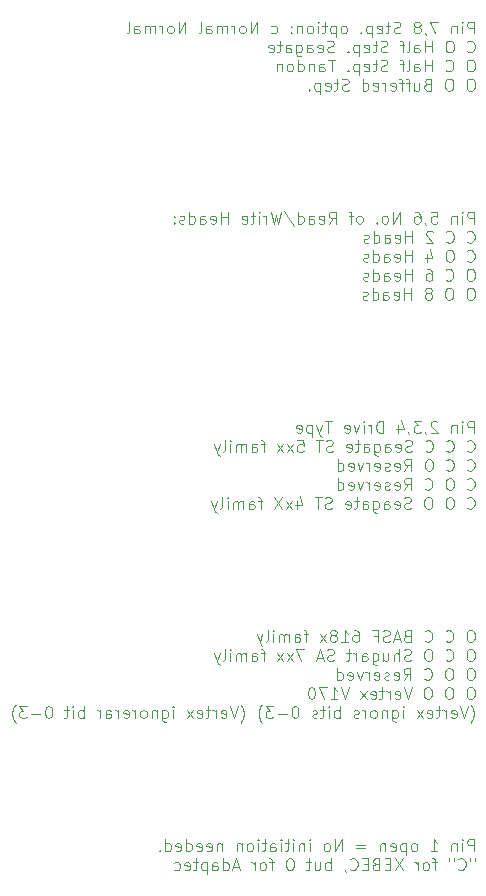
<source format=gbr>
%TF.GenerationSoftware,KiCad,Pcbnew,8.0.6*%
%TF.CreationDate,2024-11-23T08:52:47+01:00*%
%TF.ProjectId,4680-4105,34363830-2d34-4313-9035-2e6b69636164,Ver 1.00*%
%TF.SameCoordinates,Original*%
%TF.FileFunction,Legend,Bot*%
%TF.FilePolarity,Positive*%
%FSLAX46Y46*%
G04 Gerber Fmt 4.6, Leading zero omitted, Abs format (unit mm)*
G04 Created by KiCad (PCBNEW 8.0.6) date 2024-11-23 08:52:47*
%MOMM*%
%LPD*%
G01*
G04 APERTURE LIST*
%ADD10C,0.100000*%
G04 APERTURE END LIST*
D10*
X169952315Y-62461083D02*
X169952315Y-61461083D01*
X169952315Y-61461083D02*
X169571363Y-61461083D01*
X169571363Y-61461083D02*
X169476125Y-61508702D01*
X169476125Y-61508702D02*
X169428506Y-61556321D01*
X169428506Y-61556321D02*
X169380887Y-61651559D01*
X169380887Y-61651559D02*
X169380887Y-61794416D01*
X169380887Y-61794416D02*
X169428506Y-61889654D01*
X169428506Y-61889654D02*
X169476125Y-61937273D01*
X169476125Y-61937273D02*
X169571363Y-61984892D01*
X169571363Y-61984892D02*
X169952315Y-61984892D01*
X168952315Y-62461083D02*
X168952315Y-61794416D01*
X168952315Y-61461083D02*
X168999934Y-61508702D01*
X168999934Y-61508702D02*
X168952315Y-61556321D01*
X168952315Y-61556321D02*
X168904696Y-61508702D01*
X168904696Y-61508702D02*
X168952315Y-61461083D01*
X168952315Y-61461083D02*
X168952315Y-61556321D01*
X168476125Y-61794416D02*
X168476125Y-62461083D01*
X168476125Y-61889654D02*
X168428506Y-61842035D01*
X168428506Y-61842035D02*
X168333268Y-61794416D01*
X168333268Y-61794416D02*
X168190411Y-61794416D01*
X168190411Y-61794416D02*
X168095173Y-61842035D01*
X168095173Y-61842035D02*
X168047554Y-61937273D01*
X168047554Y-61937273D02*
X168047554Y-62461083D01*
X166904696Y-61461083D02*
X166238030Y-61461083D01*
X166238030Y-61461083D02*
X166666601Y-62461083D01*
X165809458Y-62413464D02*
X165809458Y-62461083D01*
X165809458Y-62461083D02*
X165857077Y-62556321D01*
X165857077Y-62556321D02*
X165904696Y-62603940D01*
X165238030Y-61889654D02*
X165333268Y-61842035D01*
X165333268Y-61842035D02*
X165380887Y-61794416D01*
X165380887Y-61794416D02*
X165428506Y-61699178D01*
X165428506Y-61699178D02*
X165428506Y-61651559D01*
X165428506Y-61651559D02*
X165380887Y-61556321D01*
X165380887Y-61556321D02*
X165333268Y-61508702D01*
X165333268Y-61508702D02*
X165238030Y-61461083D01*
X165238030Y-61461083D02*
X165047554Y-61461083D01*
X165047554Y-61461083D02*
X164952316Y-61508702D01*
X164952316Y-61508702D02*
X164904697Y-61556321D01*
X164904697Y-61556321D02*
X164857078Y-61651559D01*
X164857078Y-61651559D02*
X164857078Y-61699178D01*
X164857078Y-61699178D02*
X164904697Y-61794416D01*
X164904697Y-61794416D02*
X164952316Y-61842035D01*
X164952316Y-61842035D02*
X165047554Y-61889654D01*
X165047554Y-61889654D02*
X165238030Y-61889654D01*
X165238030Y-61889654D02*
X165333268Y-61937273D01*
X165333268Y-61937273D02*
X165380887Y-61984892D01*
X165380887Y-61984892D02*
X165428506Y-62080130D01*
X165428506Y-62080130D02*
X165428506Y-62270606D01*
X165428506Y-62270606D02*
X165380887Y-62365844D01*
X165380887Y-62365844D02*
X165333268Y-62413464D01*
X165333268Y-62413464D02*
X165238030Y-62461083D01*
X165238030Y-62461083D02*
X165047554Y-62461083D01*
X165047554Y-62461083D02*
X164952316Y-62413464D01*
X164952316Y-62413464D02*
X164904697Y-62365844D01*
X164904697Y-62365844D02*
X164857078Y-62270606D01*
X164857078Y-62270606D02*
X164857078Y-62080130D01*
X164857078Y-62080130D02*
X164904697Y-61984892D01*
X164904697Y-61984892D02*
X164952316Y-61937273D01*
X164952316Y-61937273D02*
X165047554Y-61889654D01*
X163714220Y-62413464D02*
X163571363Y-62461083D01*
X163571363Y-62461083D02*
X163333268Y-62461083D01*
X163333268Y-62461083D02*
X163238030Y-62413464D01*
X163238030Y-62413464D02*
X163190411Y-62365844D01*
X163190411Y-62365844D02*
X163142792Y-62270606D01*
X163142792Y-62270606D02*
X163142792Y-62175368D01*
X163142792Y-62175368D02*
X163190411Y-62080130D01*
X163190411Y-62080130D02*
X163238030Y-62032511D01*
X163238030Y-62032511D02*
X163333268Y-61984892D01*
X163333268Y-61984892D02*
X163523744Y-61937273D01*
X163523744Y-61937273D02*
X163618982Y-61889654D01*
X163618982Y-61889654D02*
X163666601Y-61842035D01*
X163666601Y-61842035D02*
X163714220Y-61746797D01*
X163714220Y-61746797D02*
X163714220Y-61651559D01*
X163714220Y-61651559D02*
X163666601Y-61556321D01*
X163666601Y-61556321D02*
X163618982Y-61508702D01*
X163618982Y-61508702D02*
X163523744Y-61461083D01*
X163523744Y-61461083D02*
X163285649Y-61461083D01*
X163285649Y-61461083D02*
X163142792Y-61508702D01*
X162857077Y-61794416D02*
X162476125Y-61794416D01*
X162714220Y-61461083D02*
X162714220Y-62318225D01*
X162714220Y-62318225D02*
X162666601Y-62413464D01*
X162666601Y-62413464D02*
X162571363Y-62461083D01*
X162571363Y-62461083D02*
X162476125Y-62461083D01*
X161761839Y-62413464D02*
X161857077Y-62461083D01*
X161857077Y-62461083D02*
X162047553Y-62461083D01*
X162047553Y-62461083D02*
X162142791Y-62413464D01*
X162142791Y-62413464D02*
X162190410Y-62318225D01*
X162190410Y-62318225D02*
X162190410Y-61937273D01*
X162190410Y-61937273D02*
X162142791Y-61842035D01*
X162142791Y-61842035D02*
X162047553Y-61794416D01*
X162047553Y-61794416D02*
X161857077Y-61794416D01*
X161857077Y-61794416D02*
X161761839Y-61842035D01*
X161761839Y-61842035D02*
X161714220Y-61937273D01*
X161714220Y-61937273D02*
X161714220Y-62032511D01*
X161714220Y-62032511D02*
X162190410Y-62127749D01*
X161285648Y-61794416D02*
X161285648Y-62794416D01*
X161285648Y-61842035D02*
X161190410Y-61794416D01*
X161190410Y-61794416D02*
X160999934Y-61794416D01*
X160999934Y-61794416D02*
X160904696Y-61842035D01*
X160904696Y-61842035D02*
X160857077Y-61889654D01*
X160857077Y-61889654D02*
X160809458Y-61984892D01*
X160809458Y-61984892D02*
X160809458Y-62270606D01*
X160809458Y-62270606D02*
X160857077Y-62365844D01*
X160857077Y-62365844D02*
X160904696Y-62413464D01*
X160904696Y-62413464D02*
X160999934Y-62461083D01*
X160999934Y-62461083D02*
X161190410Y-62461083D01*
X161190410Y-62461083D02*
X161285648Y-62413464D01*
X160380886Y-62365844D02*
X160333267Y-62413464D01*
X160333267Y-62413464D02*
X160380886Y-62461083D01*
X160380886Y-62461083D02*
X160428505Y-62413464D01*
X160428505Y-62413464D02*
X160380886Y-62365844D01*
X160380886Y-62365844D02*
X160380886Y-62461083D01*
X158999934Y-62461083D02*
X159095172Y-62413464D01*
X159095172Y-62413464D02*
X159142791Y-62365844D01*
X159142791Y-62365844D02*
X159190410Y-62270606D01*
X159190410Y-62270606D02*
X159190410Y-61984892D01*
X159190410Y-61984892D02*
X159142791Y-61889654D01*
X159142791Y-61889654D02*
X159095172Y-61842035D01*
X159095172Y-61842035D02*
X158999934Y-61794416D01*
X158999934Y-61794416D02*
X158857077Y-61794416D01*
X158857077Y-61794416D02*
X158761839Y-61842035D01*
X158761839Y-61842035D02*
X158714220Y-61889654D01*
X158714220Y-61889654D02*
X158666601Y-61984892D01*
X158666601Y-61984892D02*
X158666601Y-62270606D01*
X158666601Y-62270606D02*
X158714220Y-62365844D01*
X158714220Y-62365844D02*
X158761839Y-62413464D01*
X158761839Y-62413464D02*
X158857077Y-62461083D01*
X158857077Y-62461083D02*
X158999934Y-62461083D01*
X158238029Y-61794416D02*
X158238029Y-62794416D01*
X158238029Y-61842035D02*
X158142791Y-61794416D01*
X158142791Y-61794416D02*
X157952315Y-61794416D01*
X157952315Y-61794416D02*
X157857077Y-61842035D01*
X157857077Y-61842035D02*
X157809458Y-61889654D01*
X157809458Y-61889654D02*
X157761839Y-61984892D01*
X157761839Y-61984892D02*
X157761839Y-62270606D01*
X157761839Y-62270606D02*
X157809458Y-62365844D01*
X157809458Y-62365844D02*
X157857077Y-62413464D01*
X157857077Y-62413464D02*
X157952315Y-62461083D01*
X157952315Y-62461083D02*
X158142791Y-62461083D01*
X158142791Y-62461083D02*
X158238029Y-62413464D01*
X157476124Y-61794416D02*
X157095172Y-61794416D01*
X157333267Y-61461083D02*
X157333267Y-62318225D01*
X157333267Y-62318225D02*
X157285648Y-62413464D01*
X157285648Y-62413464D02*
X157190410Y-62461083D01*
X157190410Y-62461083D02*
X157095172Y-62461083D01*
X156761838Y-62461083D02*
X156761838Y-61794416D01*
X156761838Y-61461083D02*
X156809457Y-61508702D01*
X156809457Y-61508702D02*
X156761838Y-61556321D01*
X156761838Y-61556321D02*
X156714219Y-61508702D01*
X156714219Y-61508702D02*
X156761838Y-61461083D01*
X156761838Y-61461083D02*
X156761838Y-61556321D01*
X156142791Y-62461083D02*
X156238029Y-62413464D01*
X156238029Y-62413464D02*
X156285648Y-62365844D01*
X156285648Y-62365844D02*
X156333267Y-62270606D01*
X156333267Y-62270606D02*
X156333267Y-61984892D01*
X156333267Y-61984892D02*
X156285648Y-61889654D01*
X156285648Y-61889654D02*
X156238029Y-61842035D01*
X156238029Y-61842035D02*
X156142791Y-61794416D01*
X156142791Y-61794416D02*
X155999934Y-61794416D01*
X155999934Y-61794416D02*
X155904696Y-61842035D01*
X155904696Y-61842035D02*
X155857077Y-61889654D01*
X155857077Y-61889654D02*
X155809458Y-61984892D01*
X155809458Y-61984892D02*
X155809458Y-62270606D01*
X155809458Y-62270606D02*
X155857077Y-62365844D01*
X155857077Y-62365844D02*
X155904696Y-62413464D01*
X155904696Y-62413464D02*
X155999934Y-62461083D01*
X155999934Y-62461083D02*
X156142791Y-62461083D01*
X155380886Y-61794416D02*
X155380886Y-62461083D01*
X155380886Y-61889654D02*
X155333267Y-61842035D01*
X155333267Y-61842035D02*
X155238029Y-61794416D01*
X155238029Y-61794416D02*
X155095172Y-61794416D01*
X155095172Y-61794416D02*
X154999934Y-61842035D01*
X154999934Y-61842035D02*
X154952315Y-61937273D01*
X154952315Y-61937273D02*
X154952315Y-62461083D01*
X154476124Y-62365844D02*
X154428505Y-62413464D01*
X154428505Y-62413464D02*
X154476124Y-62461083D01*
X154476124Y-62461083D02*
X154523743Y-62413464D01*
X154523743Y-62413464D02*
X154476124Y-62365844D01*
X154476124Y-62365844D02*
X154476124Y-62461083D01*
X154476124Y-61842035D02*
X154428505Y-61889654D01*
X154428505Y-61889654D02*
X154476124Y-61937273D01*
X154476124Y-61937273D02*
X154523743Y-61889654D01*
X154523743Y-61889654D02*
X154476124Y-61842035D01*
X154476124Y-61842035D02*
X154476124Y-61937273D01*
X152809458Y-62413464D02*
X152904696Y-62461083D01*
X152904696Y-62461083D02*
X153095172Y-62461083D01*
X153095172Y-62461083D02*
X153190410Y-62413464D01*
X153190410Y-62413464D02*
X153238029Y-62365844D01*
X153238029Y-62365844D02*
X153285648Y-62270606D01*
X153285648Y-62270606D02*
X153285648Y-61984892D01*
X153285648Y-61984892D02*
X153238029Y-61889654D01*
X153238029Y-61889654D02*
X153190410Y-61842035D01*
X153190410Y-61842035D02*
X153095172Y-61794416D01*
X153095172Y-61794416D02*
X152904696Y-61794416D01*
X152904696Y-61794416D02*
X152809458Y-61842035D01*
X151618981Y-62461083D02*
X151618981Y-61461083D01*
X151618981Y-61461083D02*
X151047553Y-62461083D01*
X151047553Y-62461083D02*
X151047553Y-61461083D01*
X150428505Y-62461083D02*
X150523743Y-62413464D01*
X150523743Y-62413464D02*
X150571362Y-62365844D01*
X150571362Y-62365844D02*
X150618981Y-62270606D01*
X150618981Y-62270606D02*
X150618981Y-61984892D01*
X150618981Y-61984892D02*
X150571362Y-61889654D01*
X150571362Y-61889654D02*
X150523743Y-61842035D01*
X150523743Y-61842035D02*
X150428505Y-61794416D01*
X150428505Y-61794416D02*
X150285648Y-61794416D01*
X150285648Y-61794416D02*
X150190410Y-61842035D01*
X150190410Y-61842035D02*
X150142791Y-61889654D01*
X150142791Y-61889654D02*
X150095172Y-61984892D01*
X150095172Y-61984892D02*
X150095172Y-62270606D01*
X150095172Y-62270606D02*
X150142791Y-62365844D01*
X150142791Y-62365844D02*
X150190410Y-62413464D01*
X150190410Y-62413464D02*
X150285648Y-62461083D01*
X150285648Y-62461083D02*
X150428505Y-62461083D01*
X149666600Y-62461083D02*
X149666600Y-61794416D01*
X149666600Y-61984892D02*
X149618981Y-61889654D01*
X149618981Y-61889654D02*
X149571362Y-61842035D01*
X149571362Y-61842035D02*
X149476124Y-61794416D01*
X149476124Y-61794416D02*
X149380886Y-61794416D01*
X149047552Y-62461083D02*
X149047552Y-61794416D01*
X149047552Y-61889654D02*
X148999933Y-61842035D01*
X148999933Y-61842035D02*
X148904695Y-61794416D01*
X148904695Y-61794416D02*
X148761838Y-61794416D01*
X148761838Y-61794416D02*
X148666600Y-61842035D01*
X148666600Y-61842035D02*
X148618981Y-61937273D01*
X148618981Y-61937273D02*
X148618981Y-62461083D01*
X148618981Y-61937273D02*
X148571362Y-61842035D01*
X148571362Y-61842035D02*
X148476124Y-61794416D01*
X148476124Y-61794416D02*
X148333267Y-61794416D01*
X148333267Y-61794416D02*
X148238028Y-61842035D01*
X148238028Y-61842035D02*
X148190409Y-61937273D01*
X148190409Y-61937273D02*
X148190409Y-62461083D01*
X147285648Y-62461083D02*
X147285648Y-61937273D01*
X147285648Y-61937273D02*
X147333267Y-61842035D01*
X147333267Y-61842035D02*
X147428505Y-61794416D01*
X147428505Y-61794416D02*
X147618981Y-61794416D01*
X147618981Y-61794416D02*
X147714219Y-61842035D01*
X147285648Y-62413464D02*
X147380886Y-62461083D01*
X147380886Y-62461083D02*
X147618981Y-62461083D01*
X147618981Y-62461083D02*
X147714219Y-62413464D01*
X147714219Y-62413464D02*
X147761838Y-62318225D01*
X147761838Y-62318225D02*
X147761838Y-62222987D01*
X147761838Y-62222987D02*
X147714219Y-62127749D01*
X147714219Y-62127749D02*
X147618981Y-62080130D01*
X147618981Y-62080130D02*
X147380886Y-62080130D01*
X147380886Y-62080130D02*
X147285648Y-62032511D01*
X146666600Y-62461083D02*
X146761838Y-62413464D01*
X146761838Y-62413464D02*
X146809457Y-62318225D01*
X146809457Y-62318225D02*
X146809457Y-61461083D01*
X145523742Y-62461083D02*
X145523742Y-61461083D01*
X145523742Y-61461083D02*
X144952314Y-62461083D01*
X144952314Y-62461083D02*
X144952314Y-61461083D01*
X144333266Y-62461083D02*
X144428504Y-62413464D01*
X144428504Y-62413464D02*
X144476123Y-62365844D01*
X144476123Y-62365844D02*
X144523742Y-62270606D01*
X144523742Y-62270606D02*
X144523742Y-61984892D01*
X144523742Y-61984892D02*
X144476123Y-61889654D01*
X144476123Y-61889654D02*
X144428504Y-61842035D01*
X144428504Y-61842035D02*
X144333266Y-61794416D01*
X144333266Y-61794416D02*
X144190409Y-61794416D01*
X144190409Y-61794416D02*
X144095171Y-61842035D01*
X144095171Y-61842035D02*
X144047552Y-61889654D01*
X144047552Y-61889654D02*
X143999933Y-61984892D01*
X143999933Y-61984892D02*
X143999933Y-62270606D01*
X143999933Y-62270606D02*
X144047552Y-62365844D01*
X144047552Y-62365844D02*
X144095171Y-62413464D01*
X144095171Y-62413464D02*
X144190409Y-62461083D01*
X144190409Y-62461083D02*
X144333266Y-62461083D01*
X143571361Y-62461083D02*
X143571361Y-61794416D01*
X143571361Y-61984892D02*
X143523742Y-61889654D01*
X143523742Y-61889654D02*
X143476123Y-61842035D01*
X143476123Y-61842035D02*
X143380885Y-61794416D01*
X143380885Y-61794416D02*
X143285647Y-61794416D01*
X142952313Y-62461083D02*
X142952313Y-61794416D01*
X142952313Y-61889654D02*
X142904694Y-61842035D01*
X142904694Y-61842035D02*
X142809456Y-61794416D01*
X142809456Y-61794416D02*
X142666599Y-61794416D01*
X142666599Y-61794416D02*
X142571361Y-61842035D01*
X142571361Y-61842035D02*
X142523742Y-61937273D01*
X142523742Y-61937273D02*
X142523742Y-62461083D01*
X142523742Y-61937273D02*
X142476123Y-61842035D01*
X142476123Y-61842035D02*
X142380885Y-61794416D01*
X142380885Y-61794416D02*
X142238028Y-61794416D01*
X142238028Y-61794416D02*
X142142789Y-61842035D01*
X142142789Y-61842035D02*
X142095170Y-61937273D01*
X142095170Y-61937273D02*
X142095170Y-62461083D01*
X141190409Y-62461083D02*
X141190409Y-61937273D01*
X141190409Y-61937273D02*
X141238028Y-61842035D01*
X141238028Y-61842035D02*
X141333266Y-61794416D01*
X141333266Y-61794416D02*
X141523742Y-61794416D01*
X141523742Y-61794416D02*
X141618980Y-61842035D01*
X141190409Y-62413464D02*
X141285647Y-62461083D01*
X141285647Y-62461083D02*
X141523742Y-62461083D01*
X141523742Y-62461083D02*
X141618980Y-62413464D01*
X141618980Y-62413464D02*
X141666599Y-62318225D01*
X141666599Y-62318225D02*
X141666599Y-62222987D01*
X141666599Y-62222987D02*
X141618980Y-62127749D01*
X141618980Y-62127749D02*
X141523742Y-62080130D01*
X141523742Y-62080130D02*
X141285647Y-62080130D01*
X141285647Y-62080130D02*
X141190409Y-62032511D01*
X140571361Y-62461083D02*
X140666599Y-62413464D01*
X140666599Y-62413464D02*
X140714218Y-62318225D01*
X140714218Y-62318225D02*
X140714218Y-61461083D01*
X169380887Y-63975788D02*
X169428506Y-64023408D01*
X169428506Y-64023408D02*
X169571363Y-64071027D01*
X169571363Y-64071027D02*
X169666601Y-64071027D01*
X169666601Y-64071027D02*
X169809458Y-64023408D01*
X169809458Y-64023408D02*
X169904696Y-63928169D01*
X169904696Y-63928169D02*
X169952315Y-63832931D01*
X169952315Y-63832931D02*
X169999934Y-63642455D01*
X169999934Y-63642455D02*
X169999934Y-63499598D01*
X169999934Y-63499598D02*
X169952315Y-63309122D01*
X169952315Y-63309122D02*
X169904696Y-63213884D01*
X169904696Y-63213884D02*
X169809458Y-63118646D01*
X169809458Y-63118646D02*
X169666601Y-63071027D01*
X169666601Y-63071027D02*
X169571363Y-63071027D01*
X169571363Y-63071027D02*
X169428506Y-63118646D01*
X169428506Y-63118646D02*
X169380887Y-63166265D01*
X167999934Y-63071027D02*
X167809458Y-63071027D01*
X167809458Y-63071027D02*
X167714220Y-63118646D01*
X167714220Y-63118646D02*
X167618982Y-63213884D01*
X167618982Y-63213884D02*
X167571363Y-63404360D01*
X167571363Y-63404360D02*
X167571363Y-63737693D01*
X167571363Y-63737693D02*
X167618982Y-63928169D01*
X167618982Y-63928169D02*
X167714220Y-64023408D01*
X167714220Y-64023408D02*
X167809458Y-64071027D01*
X167809458Y-64071027D02*
X167999934Y-64071027D01*
X167999934Y-64071027D02*
X168095172Y-64023408D01*
X168095172Y-64023408D02*
X168190410Y-63928169D01*
X168190410Y-63928169D02*
X168238029Y-63737693D01*
X168238029Y-63737693D02*
X168238029Y-63404360D01*
X168238029Y-63404360D02*
X168190410Y-63213884D01*
X168190410Y-63213884D02*
X168095172Y-63118646D01*
X168095172Y-63118646D02*
X167999934Y-63071027D01*
X166380886Y-64071027D02*
X166380886Y-63071027D01*
X166380886Y-63547217D02*
X165809458Y-63547217D01*
X165809458Y-64071027D02*
X165809458Y-63071027D01*
X164904696Y-64071027D02*
X164904696Y-63547217D01*
X164904696Y-63547217D02*
X164952315Y-63451979D01*
X164952315Y-63451979D02*
X165047553Y-63404360D01*
X165047553Y-63404360D02*
X165238029Y-63404360D01*
X165238029Y-63404360D02*
X165333267Y-63451979D01*
X164904696Y-64023408D02*
X164999934Y-64071027D01*
X164999934Y-64071027D02*
X165238029Y-64071027D01*
X165238029Y-64071027D02*
X165333267Y-64023408D01*
X165333267Y-64023408D02*
X165380886Y-63928169D01*
X165380886Y-63928169D02*
X165380886Y-63832931D01*
X165380886Y-63832931D02*
X165333267Y-63737693D01*
X165333267Y-63737693D02*
X165238029Y-63690074D01*
X165238029Y-63690074D02*
X164999934Y-63690074D01*
X164999934Y-63690074D02*
X164904696Y-63642455D01*
X164285648Y-64071027D02*
X164380886Y-64023408D01*
X164380886Y-64023408D02*
X164428505Y-63928169D01*
X164428505Y-63928169D02*
X164428505Y-63071027D01*
X164047552Y-63404360D02*
X163666600Y-63404360D01*
X163904695Y-64071027D02*
X163904695Y-63213884D01*
X163904695Y-63213884D02*
X163857076Y-63118646D01*
X163857076Y-63118646D02*
X163761838Y-63071027D01*
X163761838Y-63071027D02*
X163666600Y-63071027D01*
X162618980Y-64023408D02*
X162476123Y-64071027D01*
X162476123Y-64071027D02*
X162238028Y-64071027D01*
X162238028Y-64071027D02*
X162142790Y-64023408D01*
X162142790Y-64023408D02*
X162095171Y-63975788D01*
X162095171Y-63975788D02*
X162047552Y-63880550D01*
X162047552Y-63880550D02*
X162047552Y-63785312D01*
X162047552Y-63785312D02*
X162095171Y-63690074D01*
X162095171Y-63690074D02*
X162142790Y-63642455D01*
X162142790Y-63642455D02*
X162238028Y-63594836D01*
X162238028Y-63594836D02*
X162428504Y-63547217D01*
X162428504Y-63547217D02*
X162523742Y-63499598D01*
X162523742Y-63499598D02*
X162571361Y-63451979D01*
X162571361Y-63451979D02*
X162618980Y-63356741D01*
X162618980Y-63356741D02*
X162618980Y-63261503D01*
X162618980Y-63261503D02*
X162571361Y-63166265D01*
X162571361Y-63166265D02*
X162523742Y-63118646D01*
X162523742Y-63118646D02*
X162428504Y-63071027D01*
X162428504Y-63071027D02*
X162190409Y-63071027D01*
X162190409Y-63071027D02*
X162047552Y-63118646D01*
X161761837Y-63404360D02*
X161380885Y-63404360D01*
X161618980Y-63071027D02*
X161618980Y-63928169D01*
X161618980Y-63928169D02*
X161571361Y-64023408D01*
X161571361Y-64023408D02*
X161476123Y-64071027D01*
X161476123Y-64071027D02*
X161380885Y-64071027D01*
X160666599Y-64023408D02*
X160761837Y-64071027D01*
X160761837Y-64071027D02*
X160952313Y-64071027D01*
X160952313Y-64071027D02*
X161047551Y-64023408D01*
X161047551Y-64023408D02*
X161095170Y-63928169D01*
X161095170Y-63928169D02*
X161095170Y-63547217D01*
X161095170Y-63547217D02*
X161047551Y-63451979D01*
X161047551Y-63451979D02*
X160952313Y-63404360D01*
X160952313Y-63404360D02*
X160761837Y-63404360D01*
X160761837Y-63404360D02*
X160666599Y-63451979D01*
X160666599Y-63451979D02*
X160618980Y-63547217D01*
X160618980Y-63547217D02*
X160618980Y-63642455D01*
X160618980Y-63642455D02*
X161095170Y-63737693D01*
X160190408Y-63404360D02*
X160190408Y-64404360D01*
X160190408Y-63451979D02*
X160095170Y-63404360D01*
X160095170Y-63404360D02*
X159904694Y-63404360D01*
X159904694Y-63404360D02*
X159809456Y-63451979D01*
X159809456Y-63451979D02*
X159761837Y-63499598D01*
X159761837Y-63499598D02*
X159714218Y-63594836D01*
X159714218Y-63594836D02*
X159714218Y-63880550D01*
X159714218Y-63880550D02*
X159761837Y-63975788D01*
X159761837Y-63975788D02*
X159809456Y-64023408D01*
X159809456Y-64023408D02*
X159904694Y-64071027D01*
X159904694Y-64071027D02*
X160095170Y-64071027D01*
X160095170Y-64071027D02*
X160190408Y-64023408D01*
X159285646Y-63975788D02*
X159238027Y-64023408D01*
X159238027Y-64023408D02*
X159285646Y-64071027D01*
X159285646Y-64071027D02*
X159333265Y-64023408D01*
X159333265Y-64023408D02*
X159285646Y-63975788D01*
X159285646Y-63975788D02*
X159285646Y-64071027D01*
X158095170Y-64023408D02*
X157952313Y-64071027D01*
X157952313Y-64071027D02*
X157714218Y-64071027D01*
X157714218Y-64071027D02*
X157618980Y-64023408D01*
X157618980Y-64023408D02*
X157571361Y-63975788D01*
X157571361Y-63975788D02*
X157523742Y-63880550D01*
X157523742Y-63880550D02*
X157523742Y-63785312D01*
X157523742Y-63785312D02*
X157571361Y-63690074D01*
X157571361Y-63690074D02*
X157618980Y-63642455D01*
X157618980Y-63642455D02*
X157714218Y-63594836D01*
X157714218Y-63594836D02*
X157904694Y-63547217D01*
X157904694Y-63547217D02*
X157999932Y-63499598D01*
X157999932Y-63499598D02*
X158047551Y-63451979D01*
X158047551Y-63451979D02*
X158095170Y-63356741D01*
X158095170Y-63356741D02*
X158095170Y-63261503D01*
X158095170Y-63261503D02*
X158047551Y-63166265D01*
X158047551Y-63166265D02*
X157999932Y-63118646D01*
X157999932Y-63118646D02*
X157904694Y-63071027D01*
X157904694Y-63071027D02*
X157666599Y-63071027D01*
X157666599Y-63071027D02*
X157523742Y-63118646D01*
X156714218Y-64023408D02*
X156809456Y-64071027D01*
X156809456Y-64071027D02*
X156999932Y-64071027D01*
X156999932Y-64071027D02*
X157095170Y-64023408D01*
X157095170Y-64023408D02*
X157142789Y-63928169D01*
X157142789Y-63928169D02*
X157142789Y-63547217D01*
X157142789Y-63547217D02*
X157095170Y-63451979D01*
X157095170Y-63451979D02*
X156999932Y-63404360D01*
X156999932Y-63404360D02*
X156809456Y-63404360D01*
X156809456Y-63404360D02*
X156714218Y-63451979D01*
X156714218Y-63451979D02*
X156666599Y-63547217D01*
X156666599Y-63547217D02*
X156666599Y-63642455D01*
X156666599Y-63642455D02*
X157142789Y-63737693D01*
X155809456Y-64071027D02*
X155809456Y-63547217D01*
X155809456Y-63547217D02*
X155857075Y-63451979D01*
X155857075Y-63451979D02*
X155952313Y-63404360D01*
X155952313Y-63404360D02*
X156142789Y-63404360D01*
X156142789Y-63404360D02*
X156238027Y-63451979D01*
X155809456Y-64023408D02*
X155904694Y-64071027D01*
X155904694Y-64071027D02*
X156142789Y-64071027D01*
X156142789Y-64071027D02*
X156238027Y-64023408D01*
X156238027Y-64023408D02*
X156285646Y-63928169D01*
X156285646Y-63928169D02*
X156285646Y-63832931D01*
X156285646Y-63832931D02*
X156238027Y-63737693D01*
X156238027Y-63737693D02*
X156142789Y-63690074D01*
X156142789Y-63690074D02*
X155904694Y-63690074D01*
X155904694Y-63690074D02*
X155809456Y-63642455D01*
X154904694Y-63404360D02*
X154904694Y-64213884D01*
X154904694Y-64213884D02*
X154952313Y-64309122D01*
X154952313Y-64309122D02*
X154999932Y-64356741D01*
X154999932Y-64356741D02*
X155095170Y-64404360D01*
X155095170Y-64404360D02*
X155238027Y-64404360D01*
X155238027Y-64404360D02*
X155333265Y-64356741D01*
X154904694Y-64023408D02*
X154999932Y-64071027D01*
X154999932Y-64071027D02*
X155190408Y-64071027D01*
X155190408Y-64071027D02*
X155285646Y-64023408D01*
X155285646Y-64023408D02*
X155333265Y-63975788D01*
X155333265Y-63975788D02*
X155380884Y-63880550D01*
X155380884Y-63880550D02*
X155380884Y-63594836D01*
X155380884Y-63594836D02*
X155333265Y-63499598D01*
X155333265Y-63499598D02*
X155285646Y-63451979D01*
X155285646Y-63451979D02*
X155190408Y-63404360D01*
X155190408Y-63404360D02*
X154999932Y-63404360D01*
X154999932Y-63404360D02*
X154904694Y-63451979D01*
X153999932Y-64071027D02*
X153999932Y-63547217D01*
X153999932Y-63547217D02*
X154047551Y-63451979D01*
X154047551Y-63451979D02*
X154142789Y-63404360D01*
X154142789Y-63404360D02*
X154333265Y-63404360D01*
X154333265Y-63404360D02*
X154428503Y-63451979D01*
X153999932Y-64023408D02*
X154095170Y-64071027D01*
X154095170Y-64071027D02*
X154333265Y-64071027D01*
X154333265Y-64071027D02*
X154428503Y-64023408D01*
X154428503Y-64023408D02*
X154476122Y-63928169D01*
X154476122Y-63928169D02*
X154476122Y-63832931D01*
X154476122Y-63832931D02*
X154428503Y-63737693D01*
X154428503Y-63737693D02*
X154333265Y-63690074D01*
X154333265Y-63690074D02*
X154095170Y-63690074D01*
X154095170Y-63690074D02*
X153999932Y-63642455D01*
X153666598Y-63404360D02*
X153285646Y-63404360D01*
X153523741Y-63071027D02*
X153523741Y-63928169D01*
X153523741Y-63928169D02*
X153476122Y-64023408D01*
X153476122Y-64023408D02*
X153380884Y-64071027D01*
X153380884Y-64071027D02*
X153285646Y-64071027D01*
X152571360Y-64023408D02*
X152666598Y-64071027D01*
X152666598Y-64071027D02*
X152857074Y-64071027D01*
X152857074Y-64071027D02*
X152952312Y-64023408D01*
X152952312Y-64023408D02*
X152999931Y-63928169D01*
X152999931Y-63928169D02*
X152999931Y-63547217D01*
X152999931Y-63547217D02*
X152952312Y-63451979D01*
X152952312Y-63451979D02*
X152857074Y-63404360D01*
X152857074Y-63404360D02*
X152666598Y-63404360D01*
X152666598Y-63404360D02*
X152571360Y-63451979D01*
X152571360Y-63451979D02*
X152523741Y-63547217D01*
X152523741Y-63547217D02*
X152523741Y-63642455D01*
X152523741Y-63642455D02*
X152999931Y-63737693D01*
X169761839Y-64680971D02*
X169571363Y-64680971D01*
X169571363Y-64680971D02*
X169476125Y-64728590D01*
X169476125Y-64728590D02*
X169380887Y-64823828D01*
X169380887Y-64823828D02*
X169333268Y-65014304D01*
X169333268Y-65014304D02*
X169333268Y-65347637D01*
X169333268Y-65347637D02*
X169380887Y-65538113D01*
X169380887Y-65538113D02*
X169476125Y-65633352D01*
X169476125Y-65633352D02*
X169571363Y-65680971D01*
X169571363Y-65680971D02*
X169761839Y-65680971D01*
X169761839Y-65680971D02*
X169857077Y-65633352D01*
X169857077Y-65633352D02*
X169952315Y-65538113D01*
X169952315Y-65538113D02*
X169999934Y-65347637D01*
X169999934Y-65347637D02*
X169999934Y-65014304D01*
X169999934Y-65014304D02*
X169952315Y-64823828D01*
X169952315Y-64823828D02*
X169857077Y-64728590D01*
X169857077Y-64728590D02*
X169761839Y-64680971D01*
X167571363Y-65585732D02*
X167618982Y-65633352D01*
X167618982Y-65633352D02*
X167761839Y-65680971D01*
X167761839Y-65680971D02*
X167857077Y-65680971D01*
X167857077Y-65680971D02*
X167999934Y-65633352D01*
X167999934Y-65633352D02*
X168095172Y-65538113D01*
X168095172Y-65538113D02*
X168142791Y-65442875D01*
X168142791Y-65442875D02*
X168190410Y-65252399D01*
X168190410Y-65252399D02*
X168190410Y-65109542D01*
X168190410Y-65109542D02*
X168142791Y-64919066D01*
X168142791Y-64919066D02*
X168095172Y-64823828D01*
X168095172Y-64823828D02*
X167999934Y-64728590D01*
X167999934Y-64728590D02*
X167857077Y-64680971D01*
X167857077Y-64680971D02*
X167761839Y-64680971D01*
X167761839Y-64680971D02*
X167618982Y-64728590D01*
X167618982Y-64728590D02*
X167571363Y-64776209D01*
X166380886Y-65680971D02*
X166380886Y-64680971D01*
X166380886Y-65157161D02*
X165809458Y-65157161D01*
X165809458Y-65680971D02*
X165809458Y-64680971D01*
X164904696Y-65680971D02*
X164904696Y-65157161D01*
X164904696Y-65157161D02*
X164952315Y-65061923D01*
X164952315Y-65061923D02*
X165047553Y-65014304D01*
X165047553Y-65014304D02*
X165238029Y-65014304D01*
X165238029Y-65014304D02*
X165333267Y-65061923D01*
X164904696Y-65633352D02*
X164999934Y-65680971D01*
X164999934Y-65680971D02*
X165238029Y-65680971D01*
X165238029Y-65680971D02*
X165333267Y-65633352D01*
X165333267Y-65633352D02*
X165380886Y-65538113D01*
X165380886Y-65538113D02*
X165380886Y-65442875D01*
X165380886Y-65442875D02*
X165333267Y-65347637D01*
X165333267Y-65347637D02*
X165238029Y-65300018D01*
X165238029Y-65300018D02*
X164999934Y-65300018D01*
X164999934Y-65300018D02*
X164904696Y-65252399D01*
X164285648Y-65680971D02*
X164380886Y-65633352D01*
X164380886Y-65633352D02*
X164428505Y-65538113D01*
X164428505Y-65538113D02*
X164428505Y-64680971D01*
X164047552Y-65014304D02*
X163666600Y-65014304D01*
X163904695Y-65680971D02*
X163904695Y-64823828D01*
X163904695Y-64823828D02*
X163857076Y-64728590D01*
X163857076Y-64728590D02*
X163761838Y-64680971D01*
X163761838Y-64680971D02*
X163666600Y-64680971D01*
X162618980Y-65633352D02*
X162476123Y-65680971D01*
X162476123Y-65680971D02*
X162238028Y-65680971D01*
X162238028Y-65680971D02*
X162142790Y-65633352D01*
X162142790Y-65633352D02*
X162095171Y-65585732D01*
X162095171Y-65585732D02*
X162047552Y-65490494D01*
X162047552Y-65490494D02*
X162047552Y-65395256D01*
X162047552Y-65395256D02*
X162095171Y-65300018D01*
X162095171Y-65300018D02*
X162142790Y-65252399D01*
X162142790Y-65252399D02*
X162238028Y-65204780D01*
X162238028Y-65204780D02*
X162428504Y-65157161D01*
X162428504Y-65157161D02*
X162523742Y-65109542D01*
X162523742Y-65109542D02*
X162571361Y-65061923D01*
X162571361Y-65061923D02*
X162618980Y-64966685D01*
X162618980Y-64966685D02*
X162618980Y-64871447D01*
X162618980Y-64871447D02*
X162571361Y-64776209D01*
X162571361Y-64776209D02*
X162523742Y-64728590D01*
X162523742Y-64728590D02*
X162428504Y-64680971D01*
X162428504Y-64680971D02*
X162190409Y-64680971D01*
X162190409Y-64680971D02*
X162047552Y-64728590D01*
X161761837Y-65014304D02*
X161380885Y-65014304D01*
X161618980Y-64680971D02*
X161618980Y-65538113D01*
X161618980Y-65538113D02*
X161571361Y-65633352D01*
X161571361Y-65633352D02*
X161476123Y-65680971D01*
X161476123Y-65680971D02*
X161380885Y-65680971D01*
X160666599Y-65633352D02*
X160761837Y-65680971D01*
X160761837Y-65680971D02*
X160952313Y-65680971D01*
X160952313Y-65680971D02*
X161047551Y-65633352D01*
X161047551Y-65633352D02*
X161095170Y-65538113D01*
X161095170Y-65538113D02*
X161095170Y-65157161D01*
X161095170Y-65157161D02*
X161047551Y-65061923D01*
X161047551Y-65061923D02*
X160952313Y-65014304D01*
X160952313Y-65014304D02*
X160761837Y-65014304D01*
X160761837Y-65014304D02*
X160666599Y-65061923D01*
X160666599Y-65061923D02*
X160618980Y-65157161D01*
X160618980Y-65157161D02*
X160618980Y-65252399D01*
X160618980Y-65252399D02*
X161095170Y-65347637D01*
X160190408Y-65014304D02*
X160190408Y-66014304D01*
X160190408Y-65061923D02*
X160095170Y-65014304D01*
X160095170Y-65014304D02*
X159904694Y-65014304D01*
X159904694Y-65014304D02*
X159809456Y-65061923D01*
X159809456Y-65061923D02*
X159761837Y-65109542D01*
X159761837Y-65109542D02*
X159714218Y-65204780D01*
X159714218Y-65204780D02*
X159714218Y-65490494D01*
X159714218Y-65490494D02*
X159761837Y-65585732D01*
X159761837Y-65585732D02*
X159809456Y-65633352D01*
X159809456Y-65633352D02*
X159904694Y-65680971D01*
X159904694Y-65680971D02*
X160095170Y-65680971D01*
X160095170Y-65680971D02*
X160190408Y-65633352D01*
X159285646Y-65585732D02*
X159238027Y-65633352D01*
X159238027Y-65633352D02*
X159285646Y-65680971D01*
X159285646Y-65680971D02*
X159333265Y-65633352D01*
X159333265Y-65633352D02*
X159285646Y-65585732D01*
X159285646Y-65585732D02*
X159285646Y-65680971D01*
X158190408Y-64680971D02*
X157618980Y-64680971D01*
X157904694Y-65680971D02*
X157904694Y-64680971D01*
X156857075Y-65680971D02*
X156857075Y-65157161D01*
X156857075Y-65157161D02*
X156904694Y-65061923D01*
X156904694Y-65061923D02*
X156999932Y-65014304D01*
X156999932Y-65014304D02*
X157190408Y-65014304D01*
X157190408Y-65014304D02*
X157285646Y-65061923D01*
X156857075Y-65633352D02*
X156952313Y-65680971D01*
X156952313Y-65680971D02*
X157190408Y-65680971D01*
X157190408Y-65680971D02*
X157285646Y-65633352D01*
X157285646Y-65633352D02*
X157333265Y-65538113D01*
X157333265Y-65538113D02*
X157333265Y-65442875D01*
X157333265Y-65442875D02*
X157285646Y-65347637D01*
X157285646Y-65347637D02*
X157190408Y-65300018D01*
X157190408Y-65300018D02*
X156952313Y-65300018D01*
X156952313Y-65300018D02*
X156857075Y-65252399D01*
X156380884Y-65014304D02*
X156380884Y-65680971D01*
X156380884Y-65109542D02*
X156333265Y-65061923D01*
X156333265Y-65061923D02*
X156238027Y-65014304D01*
X156238027Y-65014304D02*
X156095170Y-65014304D01*
X156095170Y-65014304D02*
X155999932Y-65061923D01*
X155999932Y-65061923D02*
X155952313Y-65157161D01*
X155952313Y-65157161D02*
X155952313Y-65680971D01*
X155047551Y-65680971D02*
X155047551Y-64680971D01*
X155047551Y-65633352D02*
X155142789Y-65680971D01*
X155142789Y-65680971D02*
X155333265Y-65680971D01*
X155333265Y-65680971D02*
X155428503Y-65633352D01*
X155428503Y-65633352D02*
X155476122Y-65585732D01*
X155476122Y-65585732D02*
X155523741Y-65490494D01*
X155523741Y-65490494D02*
X155523741Y-65204780D01*
X155523741Y-65204780D02*
X155476122Y-65109542D01*
X155476122Y-65109542D02*
X155428503Y-65061923D01*
X155428503Y-65061923D02*
X155333265Y-65014304D01*
X155333265Y-65014304D02*
X155142789Y-65014304D01*
X155142789Y-65014304D02*
X155047551Y-65061923D01*
X154428503Y-65680971D02*
X154523741Y-65633352D01*
X154523741Y-65633352D02*
X154571360Y-65585732D01*
X154571360Y-65585732D02*
X154618979Y-65490494D01*
X154618979Y-65490494D02*
X154618979Y-65204780D01*
X154618979Y-65204780D02*
X154571360Y-65109542D01*
X154571360Y-65109542D02*
X154523741Y-65061923D01*
X154523741Y-65061923D02*
X154428503Y-65014304D01*
X154428503Y-65014304D02*
X154285646Y-65014304D01*
X154285646Y-65014304D02*
X154190408Y-65061923D01*
X154190408Y-65061923D02*
X154142789Y-65109542D01*
X154142789Y-65109542D02*
X154095170Y-65204780D01*
X154095170Y-65204780D02*
X154095170Y-65490494D01*
X154095170Y-65490494D02*
X154142789Y-65585732D01*
X154142789Y-65585732D02*
X154190408Y-65633352D01*
X154190408Y-65633352D02*
X154285646Y-65680971D01*
X154285646Y-65680971D02*
X154428503Y-65680971D01*
X153666598Y-65014304D02*
X153666598Y-65680971D01*
X153666598Y-65109542D02*
X153618979Y-65061923D01*
X153618979Y-65061923D02*
X153523741Y-65014304D01*
X153523741Y-65014304D02*
X153380884Y-65014304D01*
X153380884Y-65014304D02*
X153285646Y-65061923D01*
X153285646Y-65061923D02*
X153238027Y-65157161D01*
X153238027Y-65157161D02*
X153238027Y-65680971D01*
X169761839Y-66290915D02*
X169571363Y-66290915D01*
X169571363Y-66290915D02*
X169476125Y-66338534D01*
X169476125Y-66338534D02*
X169380887Y-66433772D01*
X169380887Y-66433772D02*
X169333268Y-66624248D01*
X169333268Y-66624248D02*
X169333268Y-66957581D01*
X169333268Y-66957581D02*
X169380887Y-67148057D01*
X169380887Y-67148057D02*
X169476125Y-67243296D01*
X169476125Y-67243296D02*
X169571363Y-67290915D01*
X169571363Y-67290915D02*
X169761839Y-67290915D01*
X169761839Y-67290915D02*
X169857077Y-67243296D01*
X169857077Y-67243296D02*
X169952315Y-67148057D01*
X169952315Y-67148057D02*
X169999934Y-66957581D01*
X169999934Y-66957581D02*
X169999934Y-66624248D01*
X169999934Y-66624248D02*
X169952315Y-66433772D01*
X169952315Y-66433772D02*
X169857077Y-66338534D01*
X169857077Y-66338534D02*
X169761839Y-66290915D01*
X167952315Y-66290915D02*
X167761839Y-66290915D01*
X167761839Y-66290915D02*
X167666601Y-66338534D01*
X167666601Y-66338534D02*
X167571363Y-66433772D01*
X167571363Y-66433772D02*
X167523744Y-66624248D01*
X167523744Y-66624248D02*
X167523744Y-66957581D01*
X167523744Y-66957581D02*
X167571363Y-67148057D01*
X167571363Y-67148057D02*
X167666601Y-67243296D01*
X167666601Y-67243296D02*
X167761839Y-67290915D01*
X167761839Y-67290915D02*
X167952315Y-67290915D01*
X167952315Y-67290915D02*
X168047553Y-67243296D01*
X168047553Y-67243296D02*
X168142791Y-67148057D01*
X168142791Y-67148057D02*
X168190410Y-66957581D01*
X168190410Y-66957581D02*
X168190410Y-66624248D01*
X168190410Y-66624248D02*
X168142791Y-66433772D01*
X168142791Y-66433772D02*
X168047553Y-66338534D01*
X168047553Y-66338534D02*
X167952315Y-66290915D01*
X165999934Y-66767105D02*
X165857077Y-66814724D01*
X165857077Y-66814724D02*
X165809458Y-66862343D01*
X165809458Y-66862343D02*
X165761839Y-66957581D01*
X165761839Y-66957581D02*
X165761839Y-67100438D01*
X165761839Y-67100438D02*
X165809458Y-67195676D01*
X165809458Y-67195676D02*
X165857077Y-67243296D01*
X165857077Y-67243296D02*
X165952315Y-67290915D01*
X165952315Y-67290915D02*
X166333267Y-67290915D01*
X166333267Y-67290915D02*
X166333267Y-66290915D01*
X166333267Y-66290915D02*
X165999934Y-66290915D01*
X165999934Y-66290915D02*
X165904696Y-66338534D01*
X165904696Y-66338534D02*
X165857077Y-66386153D01*
X165857077Y-66386153D02*
X165809458Y-66481391D01*
X165809458Y-66481391D02*
X165809458Y-66576629D01*
X165809458Y-66576629D02*
X165857077Y-66671867D01*
X165857077Y-66671867D02*
X165904696Y-66719486D01*
X165904696Y-66719486D02*
X165999934Y-66767105D01*
X165999934Y-66767105D02*
X166333267Y-66767105D01*
X164904696Y-66624248D02*
X164904696Y-67290915D01*
X165333267Y-66624248D02*
X165333267Y-67148057D01*
X165333267Y-67148057D02*
X165285648Y-67243296D01*
X165285648Y-67243296D02*
X165190410Y-67290915D01*
X165190410Y-67290915D02*
X165047553Y-67290915D01*
X165047553Y-67290915D02*
X164952315Y-67243296D01*
X164952315Y-67243296D02*
X164904696Y-67195676D01*
X164571362Y-66624248D02*
X164190410Y-66624248D01*
X164428505Y-67290915D02*
X164428505Y-66433772D01*
X164428505Y-66433772D02*
X164380886Y-66338534D01*
X164380886Y-66338534D02*
X164285648Y-66290915D01*
X164285648Y-66290915D02*
X164190410Y-66290915D01*
X163999933Y-66624248D02*
X163618981Y-66624248D01*
X163857076Y-67290915D02*
X163857076Y-66433772D01*
X163857076Y-66433772D02*
X163809457Y-66338534D01*
X163809457Y-66338534D02*
X163714219Y-66290915D01*
X163714219Y-66290915D02*
X163618981Y-66290915D01*
X162904695Y-67243296D02*
X162999933Y-67290915D01*
X162999933Y-67290915D02*
X163190409Y-67290915D01*
X163190409Y-67290915D02*
X163285647Y-67243296D01*
X163285647Y-67243296D02*
X163333266Y-67148057D01*
X163333266Y-67148057D02*
X163333266Y-66767105D01*
X163333266Y-66767105D02*
X163285647Y-66671867D01*
X163285647Y-66671867D02*
X163190409Y-66624248D01*
X163190409Y-66624248D02*
X162999933Y-66624248D01*
X162999933Y-66624248D02*
X162904695Y-66671867D01*
X162904695Y-66671867D02*
X162857076Y-66767105D01*
X162857076Y-66767105D02*
X162857076Y-66862343D01*
X162857076Y-66862343D02*
X163333266Y-66957581D01*
X162428504Y-67290915D02*
X162428504Y-66624248D01*
X162428504Y-66814724D02*
X162380885Y-66719486D01*
X162380885Y-66719486D02*
X162333266Y-66671867D01*
X162333266Y-66671867D02*
X162238028Y-66624248D01*
X162238028Y-66624248D02*
X162142790Y-66624248D01*
X161428504Y-67243296D02*
X161523742Y-67290915D01*
X161523742Y-67290915D02*
X161714218Y-67290915D01*
X161714218Y-67290915D02*
X161809456Y-67243296D01*
X161809456Y-67243296D02*
X161857075Y-67148057D01*
X161857075Y-67148057D02*
X161857075Y-66767105D01*
X161857075Y-66767105D02*
X161809456Y-66671867D01*
X161809456Y-66671867D02*
X161714218Y-66624248D01*
X161714218Y-66624248D02*
X161523742Y-66624248D01*
X161523742Y-66624248D02*
X161428504Y-66671867D01*
X161428504Y-66671867D02*
X161380885Y-66767105D01*
X161380885Y-66767105D02*
X161380885Y-66862343D01*
X161380885Y-66862343D02*
X161857075Y-66957581D01*
X160523742Y-67290915D02*
X160523742Y-66290915D01*
X160523742Y-67243296D02*
X160618980Y-67290915D01*
X160618980Y-67290915D02*
X160809456Y-67290915D01*
X160809456Y-67290915D02*
X160904694Y-67243296D01*
X160904694Y-67243296D02*
X160952313Y-67195676D01*
X160952313Y-67195676D02*
X160999932Y-67100438D01*
X160999932Y-67100438D02*
X160999932Y-66814724D01*
X160999932Y-66814724D02*
X160952313Y-66719486D01*
X160952313Y-66719486D02*
X160904694Y-66671867D01*
X160904694Y-66671867D02*
X160809456Y-66624248D01*
X160809456Y-66624248D02*
X160618980Y-66624248D01*
X160618980Y-66624248D02*
X160523742Y-66671867D01*
X159333265Y-67243296D02*
X159190408Y-67290915D01*
X159190408Y-67290915D02*
X158952313Y-67290915D01*
X158952313Y-67290915D02*
X158857075Y-67243296D01*
X158857075Y-67243296D02*
X158809456Y-67195676D01*
X158809456Y-67195676D02*
X158761837Y-67100438D01*
X158761837Y-67100438D02*
X158761837Y-67005200D01*
X158761837Y-67005200D02*
X158809456Y-66909962D01*
X158809456Y-66909962D02*
X158857075Y-66862343D01*
X158857075Y-66862343D02*
X158952313Y-66814724D01*
X158952313Y-66814724D02*
X159142789Y-66767105D01*
X159142789Y-66767105D02*
X159238027Y-66719486D01*
X159238027Y-66719486D02*
X159285646Y-66671867D01*
X159285646Y-66671867D02*
X159333265Y-66576629D01*
X159333265Y-66576629D02*
X159333265Y-66481391D01*
X159333265Y-66481391D02*
X159285646Y-66386153D01*
X159285646Y-66386153D02*
X159238027Y-66338534D01*
X159238027Y-66338534D02*
X159142789Y-66290915D01*
X159142789Y-66290915D02*
X158904694Y-66290915D01*
X158904694Y-66290915D02*
X158761837Y-66338534D01*
X158476122Y-66624248D02*
X158095170Y-66624248D01*
X158333265Y-66290915D02*
X158333265Y-67148057D01*
X158333265Y-67148057D02*
X158285646Y-67243296D01*
X158285646Y-67243296D02*
X158190408Y-67290915D01*
X158190408Y-67290915D02*
X158095170Y-67290915D01*
X157380884Y-67243296D02*
X157476122Y-67290915D01*
X157476122Y-67290915D02*
X157666598Y-67290915D01*
X157666598Y-67290915D02*
X157761836Y-67243296D01*
X157761836Y-67243296D02*
X157809455Y-67148057D01*
X157809455Y-67148057D02*
X157809455Y-66767105D01*
X157809455Y-66767105D02*
X157761836Y-66671867D01*
X157761836Y-66671867D02*
X157666598Y-66624248D01*
X157666598Y-66624248D02*
X157476122Y-66624248D01*
X157476122Y-66624248D02*
X157380884Y-66671867D01*
X157380884Y-66671867D02*
X157333265Y-66767105D01*
X157333265Y-66767105D02*
X157333265Y-66862343D01*
X157333265Y-66862343D02*
X157809455Y-66957581D01*
X156904693Y-66624248D02*
X156904693Y-67624248D01*
X156904693Y-66671867D02*
X156809455Y-66624248D01*
X156809455Y-66624248D02*
X156618979Y-66624248D01*
X156618979Y-66624248D02*
X156523741Y-66671867D01*
X156523741Y-66671867D02*
X156476122Y-66719486D01*
X156476122Y-66719486D02*
X156428503Y-66814724D01*
X156428503Y-66814724D02*
X156428503Y-67100438D01*
X156428503Y-67100438D02*
X156476122Y-67195676D01*
X156476122Y-67195676D02*
X156523741Y-67243296D01*
X156523741Y-67243296D02*
X156618979Y-67290915D01*
X156618979Y-67290915D02*
X156809455Y-67290915D01*
X156809455Y-67290915D02*
X156904693Y-67243296D01*
X155999931Y-67195676D02*
X155952312Y-67243296D01*
X155952312Y-67243296D02*
X155999931Y-67290915D01*
X155999931Y-67290915D02*
X156047550Y-67243296D01*
X156047550Y-67243296D02*
X155999931Y-67195676D01*
X155999931Y-67195676D02*
X155999931Y-67290915D01*
X169952315Y-78560523D02*
X169952315Y-77560523D01*
X169952315Y-77560523D02*
X169571363Y-77560523D01*
X169571363Y-77560523D02*
X169476125Y-77608142D01*
X169476125Y-77608142D02*
X169428506Y-77655761D01*
X169428506Y-77655761D02*
X169380887Y-77750999D01*
X169380887Y-77750999D02*
X169380887Y-77893856D01*
X169380887Y-77893856D02*
X169428506Y-77989094D01*
X169428506Y-77989094D02*
X169476125Y-78036713D01*
X169476125Y-78036713D02*
X169571363Y-78084332D01*
X169571363Y-78084332D02*
X169952315Y-78084332D01*
X168952315Y-78560523D02*
X168952315Y-77893856D01*
X168952315Y-77560523D02*
X168999934Y-77608142D01*
X168999934Y-77608142D02*
X168952315Y-77655761D01*
X168952315Y-77655761D02*
X168904696Y-77608142D01*
X168904696Y-77608142D02*
X168952315Y-77560523D01*
X168952315Y-77560523D02*
X168952315Y-77655761D01*
X168476125Y-77893856D02*
X168476125Y-78560523D01*
X168476125Y-77989094D02*
X168428506Y-77941475D01*
X168428506Y-77941475D02*
X168333268Y-77893856D01*
X168333268Y-77893856D02*
X168190411Y-77893856D01*
X168190411Y-77893856D02*
X168095173Y-77941475D01*
X168095173Y-77941475D02*
X168047554Y-78036713D01*
X168047554Y-78036713D02*
X168047554Y-78560523D01*
X166333268Y-77560523D02*
X166809458Y-77560523D01*
X166809458Y-77560523D02*
X166857077Y-78036713D01*
X166857077Y-78036713D02*
X166809458Y-77989094D01*
X166809458Y-77989094D02*
X166714220Y-77941475D01*
X166714220Y-77941475D02*
X166476125Y-77941475D01*
X166476125Y-77941475D02*
X166380887Y-77989094D01*
X166380887Y-77989094D02*
X166333268Y-78036713D01*
X166333268Y-78036713D02*
X166285649Y-78131951D01*
X166285649Y-78131951D02*
X166285649Y-78370046D01*
X166285649Y-78370046D02*
X166333268Y-78465284D01*
X166333268Y-78465284D02*
X166380887Y-78512904D01*
X166380887Y-78512904D02*
X166476125Y-78560523D01*
X166476125Y-78560523D02*
X166714220Y-78560523D01*
X166714220Y-78560523D02*
X166809458Y-78512904D01*
X166809458Y-78512904D02*
X166857077Y-78465284D01*
X165809458Y-78512904D02*
X165809458Y-78560523D01*
X165809458Y-78560523D02*
X165857077Y-78655761D01*
X165857077Y-78655761D02*
X165904696Y-78703380D01*
X164952316Y-77560523D02*
X165142792Y-77560523D01*
X165142792Y-77560523D02*
X165238030Y-77608142D01*
X165238030Y-77608142D02*
X165285649Y-77655761D01*
X165285649Y-77655761D02*
X165380887Y-77798618D01*
X165380887Y-77798618D02*
X165428506Y-77989094D01*
X165428506Y-77989094D02*
X165428506Y-78370046D01*
X165428506Y-78370046D02*
X165380887Y-78465284D01*
X165380887Y-78465284D02*
X165333268Y-78512904D01*
X165333268Y-78512904D02*
X165238030Y-78560523D01*
X165238030Y-78560523D02*
X165047554Y-78560523D01*
X165047554Y-78560523D02*
X164952316Y-78512904D01*
X164952316Y-78512904D02*
X164904697Y-78465284D01*
X164904697Y-78465284D02*
X164857078Y-78370046D01*
X164857078Y-78370046D02*
X164857078Y-78131951D01*
X164857078Y-78131951D02*
X164904697Y-78036713D01*
X164904697Y-78036713D02*
X164952316Y-77989094D01*
X164952316Y-77989094D02*
X165047554Y-77941475D01*
X165047554Y-77941475D02*
X165238030Y-77941475D01*
X165238030Y-77941475D02*
X165333268Y-77989094D01*
X165333268Y-77989094D02*
X165380887Y-78036713D01*
X165380887Y-78036713D02*
X165428506Y-78131951D01*
X163666601Y-78560523D02*
X163666601Y-77560523D01*
X163666601Y-77560523D02*
X163095173Y-78560523D01*
X163095173Y-78560523D02*
X163095173Y-77560523D01*
X162476125Y-78560523D02*
X162571363Y-78512904D01*
X162571363Y-78512904D02*
X162618982Y-78465284D01*
X162618982Y-78465284D02*
X162666601Y-78370046D01*
X162666601Y-78370046D02*
X162666601Y-78084332D01*
X162666601Y-78084332D02*
X162618982Y-77989094D01*
X162618982Y-77989094D02*
X162571363Y-77941475D01*
X162571363Y-77941475D02*
X162476125Y-77893856D01*
X162476125Y-77893856D02*
X162333268Y-77893856D01*
X162333268Y-77893856D02*
X162238030Y-77941475D01*
X162238030Y-77941475D02*
X162190411Y-77989094D01*
X162190411Y-77989094D02*
X162142792Y-78084332D01*
X162142792Y-78084332D02*
X162142792Y-78370046D01*
X162142792Y-78370046D02*
X162190411Y-78465284D01*
X162190411Y-78465284D02*
X162238030Y-78512904D01*
X162238030Y-78512904D02*
X162333268Y-78560523D01*
X162333268Y-78560523D02*
X162476125Y-78560523D01*
X161714220Y-78465284D02*
X161666601Y-78512904D01*
X161666601Y-78512904D02*
X161714220Y-78560523D01*
X161714220Y-78560523D02*
X161761839Y-78512904D01*
X161761839Y-78512904D02*
X161714220Y-78465284D01*
X161714220Y-78465284D02*
X161714220Y-78560523D01*
X160333268Y-78560523D02*
X160428506Y-78512904D01*
X160428506Y-78512904D02*
X160476125Y-78465284D01*
X160476125Y-78465284D02*
X160523744Y-78370046D01*
X160523744Y-78370046D02*
X160523744Y-78084332D01*
X160523744Y-78084332D02*
X160476125Y-77989094D01*
X160476125Y-77989094D02*
X160428506Y-77941475D01*
X160428506Y-77941475D02*
X160333268Y-77893856D01*
X160333268Y-77893856D02*
X160190411Y-77893856D01*
X160190411Y-77893856D02*
X160095173Y-77941475D01*
X160095173Y-77941475D02*
X160047554Y-77989094D01*
X160047554Y-77989094D02*
X159999935Y-78084332D01*
X159999935Y-78084332D02*
X159999935Y-78370046D01*
X159999935Y-78370046D02*
X160047554Y-78465284D01*
X160047554Y-78465284D02*
X160095173Y-78512904D01*
X160095173Y-78512904D02*
X160190411Y-78560523D01*
X160190411Y-78560523D02*
X160333268Y-78560523D01*
X159714220Y-77893856D02*
X159333268Y-77893856D01*
X159571363Y-78560523D02*
X159571363Y-77703380D01*
X159571363Y-77703380D02*
X159523744Y-77608142D01*
X159523744Y-77608142D02*
X159428506Y-77560523D01*
X159428506Y-77560523D02*
X159333268Y-77560523D01*
X157666601Y-78560523D02*
X157999934Y-78084332D01*
X158238029Y-78560523D02*
X158238029Y-77560523D01*
X158238029Y-77560523D02*
X157857077Y-77560523D01*
X157857077Y-77560523D02*
X157761839Y-77608142D01*
X157761839Y-77608142D02*
X157714220Y-77655761D01*
X157714220Y-77655761D02*
X157666601Y-77750999D01*
X157666601Y-77750999D02*
X157666601Y-77893856D01*
X157666601Y-77893856D02*
X157714220Y-77989094D01*
X157714220Y-77989094D02*
X157761839Y-78036713D01*
X157761839Y-78036713D02*
X157857077Y-78084332D01*
X157857077Y-78084332D02*
X158238029Y-78084332D01*
X156857077Y-78512904D02*
X156952315Y-78560523D01*
X156952315Y-78560523D02*
X157142791Y-78560523D01*
X157142791Y-78560523D02*
X157238029Y-78512904D01*
X157238029Y-78512904D02*
X157285648Y-78417665D01*
X157285648Y-78417665D02*
X157285648Y-78036713D01*
X157285648Y-78036713D02*
X157238029Y-77941475D01*
X157238029Y-77941475D02*
X157142791Y-77893856D01*
X157142791Y-77893856D02*
X156952315Y-77893856D01*
X156952315Y-77893856D02*
X156857077Y-77941475D01*
X156857077Y-77941475D02*
X156809458Y-78036713D01*
X156809458Y-78036713D02*
X156809458Y-78131951D01*
X156809458Y-78131951D02*
X157285648Y-78227189D01*
X155952315Y-78560523D02*
X155952315Y-78036713D01*
X155952315Y-78036713D02*
X155999934Y-77941475D01*
X155999934Y-77941475D02*
X156095172Y-77893856D01*
X156095172Y-77893856D02*
X156285648Y-77893856D01*
X156285648Y-77893856D02*
X156380886Y-77941475D01*
X155952315Y-78512904D02*
X156047553Y-78560523D01*
X156047553Y-78560523D02*
X156285648Y-78560523D01*
X156285648Y-78560523D02*
X156380886Y-78512904D01*
X156380886Y-78512904D02*
X156428505Y-78417665D01*
X156428505Y-78417665D02*
X156428505Y-78322427D01*
X156428505Y-78322427D02*
X156380886Y-78227189D01*
X156380886Y-78227189D02*
X156285648Y-78179570D01*
X156285648Y-78179570D02*
X156047553Y-78179570D01*
X156047553Y-78179570D02*
X155952315Y-78131951D01*
X155047553Y-78560523D02*
X155047553Y-77560523D01*
X155047553Y-78512904D02*
X155142791Y-78560523D01*
X155142791Y-78560523D02*
X155333267Y-78560523D01*
X155333267Y-78560523D02*
X155428505Y-78512904D01*
X155428505Y-78512904D02*
X155476124Y-78465284D01*
X155476124Y-78465284D02*
X155523743Y-78370046D01*
X155523743Y-78370046D02*
X155523743Y-78084332D01*
X155523743Y-78084332D02*
X155476124Y-77989094D01*
X155476124Y-77989094D02*
X155428505Y-77941475D01*
X155428505Y-77941475D02*
X155333267Y-77893856D01*
X155333267Y-77893856D02*
X155142791Y-77893856D01*
X155142791Y-77893856D02*
X155047553Y-77941475D01*
X153857077Y-77512904D02*
X154714219Y-78798618D01*
X153618981Y-77560523D02*
X153380886Y-78560523D01*
X153380886Y-78560523D02*
X153190410Y-77846237D01*
X153190410Y-77846237D02*
X152999934Y-78560523D01*
X152999934Y-78560523D02*
X152761839Y-77560523D01*
X152380886Y-78560523D02*
X152380886Y-77893856D01*
X152380886Y-78084332D02*
X152333267Y-77989094D01*
X152333267Y-77989094D02*
X152285648Y-77941475D01*
X152285648Y-77941475D02*
X152190410Y-77893856D01*
X152190410Y-77893856D02*
X152095172Y-77893856D01*
X151761838Y-78560523D02*
X151761838Y-77893856D01*
X151761838Y-77560523D02*
X151809457Y-77608142D01*
X151809457Y-77608142D02*
X151761838Y-77655761D01*
X151761838Y-77655761D02*
X151714219Y-77608142D01*
X151714219Y-77608142D02*
X151761838Y-77560523D01*
X151761838Y-77560523D02*
X151761838Y-77655761D01*
X151428505Y-77893856D02*
X151047553Y-77893856D01*
X151285648Y-77560523D02*
X151285648Y-78417665D01*
X151285648Y-78417665D02*
X151238029Y-78512904D01*
X151238029Y-78512904D02*
X151142791Y-78560523D01*
X151142791Y-78560523D02*
X151047553Y-78560523D01*
X150333267Y-78512904D02*
X150428505Y-78560523D01*
X150428505Y-78560523D02*
X150618981Y-78560523D01*
X150618981Y-78560523D02*
X150714219Y-78512904D01*
X150714219Y-78512904D02*
X150761838Y-78417665D01*
X150761838Y-78417665D02*
X150761838Y-78036713D01*
X150761838Y-78036713D02*
X150714219Y-77941475D01*
X150714219Y-77941475D02*
X150618981Y-77893856D01*
X150618981Y-77893856D02*
X150428505Y-77893856D01*
X150428505Y-77893856D02*
X150333267Y-77941475D01*
X150333267Y-77941475D02*
X150285648Y-78036713D01*
X150285648Y-78036713D02*
X150285648Y-78131951D01*
X150285648Y-78131951D02*
X150761838Y-78227189D01*
X149095171Y-78560523D02*
X149095171Y-77560523D01*
X149095171Y-78036713D02*
X148523743Y-78036713D01*
X148523743Y-78560523D02*
X148523743Y-77560523D01*
X147666600Y-78512904D02*
X147761838Y-78560523D01*
X147761838Y-78560523D02*
X147952314Y-78560523D01*
X147952314Y-78560523D02*
X148047552Y-78512904D01*
X148047552Y-78512904D02*
X148095171Y-78417665D01*
X148095171Y-78417665D02*
X148095171Y-78036713D01*
X148095171Y-78036713D02*
X148047552Y-77941475D01*
X148047552Y-77941475D02*
X147952314Y-77893856D01*
X147952314Y-77893856D02*
X147761838Y-77893856D01*
X147761838Y-77893856D02*
X147666600Y-77941475D01*
X147666600Y-77941475D02*
X147618981Y-78036713D01*
X147618981Y-78036713D02*
X147618981Y-78131951D01*
X147618981Y-78131951D02*
X148095171Y-78227189D01*
X146761838Y-78560523D02*
X146761838Y-78036713D01*
X146761838Y-78036713D02*
X146809457Y-77941475D01*
X146809457Y-77941475D02*
X146904695Y-77893856D01*
X146904695Y-77893856D02*
X147095171Y-77893856D01*
X147095171Y-77893856D02*
X147190409Y-77941475D01*
X146761838Y-78512904D02*
X146857076Y-78560523D01*
X146857076Y-78560523D02*
X147095171Y-78560523D01*
X147095171Y-78560523D02*
X147190409Y-78512904D01*
X147190409Y-78512904D02*
X147238028Y-78417665D01*
X147238028Y-78417665D02*
X147238028Y-78322427D01*
X147238028Y-78322427D02*
X147190409Y-78227189D01*
X147190409Y-78227189D02*
X147095171Y-78179570D01*
X147095171Y-78179570D02*
X146857076Y-78179570D01*
X146857076Y-78179570D02*
X146761838Y-78131951D01*
X145857076Y-78560523D02*
X145857076Y-77560523D01*
X145857076Y-78512904D02*
X145952314Y-78560523D01*
X145952314Y-78560523D02*
X146142790Y-78560523D01*
X146142790Y-78560523D02*
X146238028Y-78512904D01*
X146238028Y-78512904D02*
X146285647Y-78465284D01*
X146285647Y-78465284D02*
X146333266Y-78370046D01*
X146333266Y-78370046D02*
X146333266Y-78084332D01*
X146333266Y-78084332D02*
X146285647Y-77989094D01*
X146285647Y-77989094D02*
X146238028Y-77941475D01*
X146238028Y-77941475D02*
X146142790Y-77893856D01*
X146142790Y-77893856D02*
X145952314Y-77893856D01*
X145952314Y-77893856D02*
X145857076Y-77941475D01*
X145428504Y-78512904D02*
X145333266Y-78560523D01*
X145333266Y-78560523D02*
X145142790Y-78560523D01*
X145142790Y-78560523D02*
X145047552Y-78512904D01*
X145047552Y-78512904D02*
X144999933Y-78417665D01*
X144999933Y-78417665D02*
X144999933Y-78370046D01*
X144999933Y-78370046D02*
X145047552Y-78274808D01*
X145047552Y-78274808D02*
X145142790Y-78227189D01*
X145142790Y-78227189D02*
X145285647Y-78227189D01*
X145285647Y-78227189D02*
X145380885Y-78179570D01*
X145380885Y-78179570D02*
X145428504Y-78084332D01*
X145428504Y-78084332D02*
X145428504Y-78036713D01*
X145428504Y-78036713D02*
X145380885Y-77941475D01*
X145380885Y-77941475D02*
X145285647Y-77893856D01*
X145285647Y-77893856D02*
X145142790Y-77893856D01*
X145142790Y-77893856D02*
X145047552Y-77941475D01*
X144571361Y-78465284D02*
X144523742Y-78512904D01*
X144523742Y-78512904D02*
X144571361Y-78560523D01*
X144571361Y-78560523D02*
X144618980Y-78512904D01*
X144618980Y-78512904D02*
X144571361Y-78465284D01*
X144571361Y-78465284D02*
X144571361Y-78560523D01*
X144571361Y-77941475D02*
X144523742Y-77989094D01*
X144523742Y-77989094D02*
X144571361Y-78036713D01*
X144571361Y-78036713D02*
X144618980Y-77989094D01*
X144618980Y-77989094D02*
X144571361Y-77941475D01*
X144571361Y-77941475D02*
X144571361Y-78036713D01*
X169380887Y-80075228D02*
X169428506Y-80122848D01*
X169428506Y-80122848D02*
X169571363Y-80170467D01*
X169571363Y-80170467D02*
X169666601Y-80170467D01*
X169666601Y-80170467D02*
X169809458Y-80122848D01*
X169809458Y-80122848D02*
X169904696Y-80027609D01*
X169904696Y-80027609D02*
X169952315Y-79932371D01*
X169952315Y-79932371D02*
X169999934Y-79741895D01*
X169999934Y-79741895D02*
X169999934Y-79599038D01*
X169999934Y-79599038D02*
X169952315Y-79408562D01*
X169952315Y-79408562D02*
X169904696Y-79313324D01*
X169904696Y-79313324D02*
X169809458Y-79218086D01*
X169809458Y-79218086D02*
X169666601Y-79170467D01*
X169666601Y-79170467D02*
X169571363Y-79170467D01*
X169571363Y-79170467D02*
X169428506Y-79218086D01*
X169428506Y-79218086D02*
X169380887Y-79265705D01*
X167618982Y-80075228D02*
X167666601Y-80122848D01*
X167666601Y-80122848D02*
X167809458Y-80170467D01*
X167809458Y-80170467D02*
X167904696Y-80170467D01*
X167904696Y-80170467D02*
X168047553Y-80122848D01*
X168047553Y-80122848D02*
X168142791Y-80027609D01*
X168142791Y-80027609D02*
X168190410Y-79932371D01*
X168190410Y-79932371D02*
X168238029Y-79741895D01*
X168238029Y-79741895D02*
X168238029Y-79599038D01*
X168238029Y-79599038D02*
X168190410Y-79408562D01*
X168190410Y-79408562D02*
X168142791Y-79313324D01*
X168142791Y-79313324D02*
X168047553Y-79218086D01*
X168047553Y-79218086D02*
X167904696Y-79170467D01*
X167904696Y-79170467D02*
X167809458Y-79170467D01*
X167809458Y-79170467D02*
X167666601Y-79218086D01*
X167666601Y-79218086D02*
X167618982Y-79265705D01*
X166476124Y-79265705D02*
X166428505Y-79218086D01*
X166428505Y-79218086D02*
X166333267Y-79170467D01*
X166333267Y-79170467D02*
X166095172Y-79170467D01*
X166095172Y-79170467D02*
X165999934Y-79218086D01*
X165999934Y-79218086D02*
X165952315Y-79265705D01*
X165952315Y-79265705D02*
X165904696Y-79360943D01*
X165904696Y-79360943D02*
X165904696Y-79456181D01*
X165904696Y-79456181D02*
X165952315Y-79599038D01*
X165952315Y-79599038D02*
X166523743Y-80170467D01*
X166523743Y-80170467D02*
X165904696Y-80170467D01*
X164714219Y-80170467D02*
X164714219Y-79170467D01*
X164714219Y-79646657D02*
X164142791Y-79646657D01*
X164142791Y-80170467D02*
X164142791Y-79170467D01*
X163285648Y-80122848D02*
X163380886Y-80170467D01*
X163380886Y-80170467D02*
X163571362Y-80170467D01*
X163571362Y-80170467D02*
X163666600Y-80122848D01*
X163666600Y-80122848D02*
X163714219Y-80027609D01*
X163714219Y-80027609D02*
X163714219Y-79646657D01*
X163714219Y-79646657D02*
X163666600Y-79551419D01*
X163666600Y-79551419D02*
X163571362Y-79503800D01*
X163571362Y-79503800D02*
X163380886Y-79503800D01*
X163380886Y-79503800D02*
X163285648Y-79551419D01*
X163285648Y-79551419D02*
X163238029Y-79646657D01*
X163238029Y-79646657D02*
X163238029Y-79741895D01*
X163238029Y-79741895D02*
X163714219Y-79837133D01*
X162380886Y-80170467D02*
X162380886Y-79646657D01*
X162380886Y-79646657D02*
X162428505Y-79551419D01*
X162428505Y-79551419D02*
X162523743Y-79503800D01*
X162523743Y-79503800D02*
X162714219Y-79503800D01*
X162714219Y-79503800D02*
X162809457Y-79551419D01*
X162380886Y-80122848D02*
X162476124Y-80170467D01*
X162476124Y-80170467D02*
X162714219Y-80170467D01*
X162714219Y-80170467D02*
X162809457Y-80122848D01*
X162809457Y-80122848D02*
X162857076Y-80027609D01*
X162857076Y-80027609D02*
X162857076Y-79932371D01*
X162857076Y-79932371D02*
X162809457Y-79837133D01*
X162809457Y-79837133D02*
X162714219Y-79789514D01*
X162714219Y-79789514D02*
X162476124Y-79789514D01*
X162476124Y-79789514D02*
X162380886Y-79741895D01*
X161476124Y-80170467D02*
X161476124Y-79170467D01*
X161476124Y-80122848D02*
X161571362Y-80170467D01*
X161571362Y-80170467D02*
X161761838Y-80170467D01*
X161761838Y-80170467D02*
X161857076Y-80122848D01*
X161857076Y-80122848D02*
X161904695Y-80075228D01*
X161904695Y-80075228D02*
X161952314Y-79979990D01*
X161952314Y-79979990D02*
X161952314Y-79694276D01*
X161952314Y-79694276D02*
X161904695Y-79599038D01*
X161904695Y-79599038D02*
X161857076Y-79551419D01*
X161857076Y-79551419D02*
X161761838Y-79503800D01*
X161761838Y-79503800D02*
X161571362Y-79503800D01*
X161571362Y-79503800D02*
X161476124Y-79551419D01*
X161047552Y-80122848D02*
X160952314Y-80170467D01*
X160952314Y-80170467D02*
X160761838Y-80170467D01*
X160761838Y-80170467D02*
X160666600Y-80122848D01*
X160666600Y-80122848D02*
X160618981Y-80027609D01*
X160618981Y-80027609D02*
X160618981Y-79979990D01*
X160618981Y-79979990D02*
X160666600Y-79884752D01*
X160666600Y-79884752D02*
X160761838Y-79837133D01*
X160761838Y-79837133D02*
X160904695Y-79837133D01*
X160904695Y-79837133D02*
X160999933Y-79789514D01*
X160999933Y-79789514D02*
X161047552Y-79694276D01*
X161047552Y-79694276D02*
X161047552Y-79646657D01*
X161047552Y-79646657D02*
X160999933Y-79551419D01*
X160999933Y-79551419D02*
X160904695Y-79503800D01*
X160904695Y-79503800D02*
X160761838Y-79503800D01*
X160761838Y-79503800D02*
X160666600Y-79551419D01*
X169380887Y-81685172D02*
X169428506Y-81732792D01*
X169428506Y-81732792D02*
X169571363Y-81780411D01*
X169571363Y-81780411D02*
X169666601Y-81780411D01*
X169666601Y-81780411D02*
X169809458Y-81732792D01*
X169809458Y-81732792D02*
X169904696Y-81637553D01*
X169904696Y-81637553D02*
X169952315Y-81542315D01*
X169952315Y-81542315D02*
X169999934Y-81351839D01*
X169999934Y-81351839D02*
X169999934Y-81208982D01*
X169999934Y-81208982D02*
X169952315Y-81018506D01*
X169952315Y-81018506D02*
X169904696Y-80923268D01*
X169904696Y-80923268D02*
X169809458Y-80828030D01*
X169809458Y-80828030D02*
X169666601Y-80780411D01*
X169666601Y-80780411D02*
X169571363Y-80780411D01*
X169571363Y-80780411D02*
X169428506Y-80828030D01*
X169428506Y-80828030D02*
X169380887Y-80875649D01*
X167999934Y-80780411D02*
X167809458Y-80780411D01*
X167809458Y-80780411D02*
X167714220Y-80828030D01*
X167714220Y-80828030D02*
X167618982Y-80923268D01*
X167618982Y-80923268D02*
X167571363Y-81113744D01*
X167571363Y-81113744D02*
X167571363Y-81447077D01*
X167571363Y-81447077D02*
X167618982Y-81637553D01*
X167618982Y-81637553D02*
X167714220Y-81732792D01*
X167714220Y-81732792D02*
X167809458Y-81780411D01*
X167809458Y-81780411D02*
X167999934Y-81780411D01*
X167999934Y-81780411D02*
X168095172Y-81732792D01*
X168095172Y-81732792D02*
X168190410Y-81637553D01*
X168190410Y-81637553D02*
X168238029Y-81447077D01*
X168238029Y-81447077D02*
X168238029Y-81113744D01*
X168238029Y-81113744D02*
X168190410Y-80923268D01*
X168190410Y-80923268D02*
X168095172Y-80828030D01*
X168095172Y-80828030D02*
X167999934Y-80780411D01*
X165952315Y-81113744D02*
X165952315Y-81780411D01*
X166190410Y-80732792D02*
X166428505Y-81447077D01*
X166428505Y-81447077D02*
X165809458Y-81447077D01*
X164666600Y-81780411D02*
X164666600Y-80780411D01*
X164666600Y-81256601D02*
X164095172Y-81256601D01*
X164095172Y-81780411D02*
X164095172Y-80780411D01*
X163238029Y-81732792D02*
X163333267Y-81780411D01*
X163333267Y-81780411D02*
X163523743Y-81780411D01*
X163523743Y-81780411D02*
X163618981Y-81732792D01*
X163618981Y-81732792D02*
X163666600Y-81637553D01*
X163666600Y-81637553D02*
X163666600Y-81256601D01*
X163666600Y-81256601D02*
X163618981Y-81161363D01*
X163618981Y-81161363D02*
X163523743Y-81113744D01*
X163523743Y-81113744D02*
X163333267Y-81113744D01*
X163333267Y-81113744D02*
X163238029Y-81161363D01*
X163238029Y-81161363D02*
X163190410Y-81256601D01*
X163190410Y-81256601D02*
X163190410Y-81351839D01*
X163190410Y-81351839D02*
X163666600Y-81447077D01*
X162333267Y-81780411D02*
X162333267Y-81256601D01*
X162333267Y-81256601D02*
X162380886Y-81161363D01*
X162380886Y-81161363D02*
X162476124Y-81113744D01*
X162476124Y-81113744D02*
X162666600Y-81113744D01*
X162666600Y-81113744D02*
X162761838Y-81161363D01*
X162333267Y-81732792D02*
X162428505Y-81780411D01*
X162428505Y-81780411D02*
X162666600Y-81780411D01*
X162666600Y-81780411D02*
X162761838Y-81732792D01*
X162761838Y-81732792D02*
X162809457Y-81637553D01*
X162809457Y-81637553D02*
X162809457Y-81542315D01*
X162809457Y-81542315D02*
X162761838Y-81447077D01*
X162761838Y-81447077D02*
X162666600Y-81399458D01*
X162666600Y-81399458D02*
X162428505Y-81399458D01*
X162428505Y-81399458D02*
X162333267Y-81351839D01*
X161428505Y-81780411D02*
X161428505Y-80780411D01*
X161428505Y-81732792D02*
X161523743Y-81780411D01*
X161523743Y-81780411D02*
X161714219Y-81780411D01*
X161714219Y-81780411D02*
X161809457Y-81732792D01*
X161809457Y-81732792D02*
X161857076Y-81685172D01*
X161857076Y-81685172D02*
X161904695Y-81589934D01*
X161904695Y-81589934D02*
X161904695Y-81304220D01*
X161904695Y-81304220D02*
X161857076Y-81208982D01*
X161857076Y-81208982D02*
X161809457Y-81161363D01*
X161809457Y-81161363D02*
X161714219Y-81113744D01*
X161714219Y-81113744D02*
X161523743Y-81113744D01*
X161523743Y-81113744D02*
X161428505Y-81161363D01*
X160999933Y-81732792D02*
X160904695Y-81780411D01*
X160904695Y-81780411D02*
X160714219Y-81780411D01*
X160714219Y-81780411D02*
X160618981Y-81732792D01*
X160618981Y-81732792D02*
X160571362Y-81637553D01*
X160571362Y-81637553D02*
X160571362Y-81589934D01*
X160571362Y-81589934D02*
X160618981Y-81494696D01*
X160618981Y-81494696D02*
X160714219Y-81447077D01*
X160714219Y-81447077D02*
X160857076Y-81447077D01*
X160857076Y-81447077D02*
X160952314Y-81399458D01*
X160952314Y-81399458D02*
X160999933Y-81304220D01*
X160999933Y-81304220D02*
X160999933Y-81256601D01*
X160999933Y-81256601D02*
X160952314Y-81161363D01*
X160952314Y-81161363D02*
X160857076Y-81113744D01*
X160857076Y-81113744D02*
X160714219Y-81113744D01*
X160714219Y-81113744D02*
X160618981Y-81161363D01*
X169761839Y-82390355D02*
X169571363Y-82390355D01*
X169571363Y-82390355D02*
X169476125Y-82437974D01*
X169476125Y-82437974D02*
X169380887Y-82533212D01*
X169380887Y-82533212D02*
X169333268Y-82723688D01*
X169333268Y-82723688D02*
X169333268Y-83057021D01*
X169333268Y-83057021D02*
X169380887Y-83247497D01*
X169380887Y-83247497D02*
X169476125Y-83342736D01*
X169476125Y-83342736D02*
X169571363Y-83390355D01*
X169571363Y-83390355D02*
X169761839Y-83390355D01*
X169761839Y-83390355D02*
X169857077Y-83342736D01*
X169857077Y-83342736D02*
X169952315Y-83247497D01*
X169952315Y-83247497D02*
X169999934Y-83057021D01*
X169999934Y-83057021D02*
X169999934Y-82723688D01*
X169999934Y-82723688D02*
X169952315Y-82533212D01*
X169952315Y-82533212D02*
X169857077Y-82437974D01*
X169857077Y-82437974D02*
X169761839Y-82390355D01*
X167571363Y-83295116D02*
X167618982Y-83342736D01*
X167618982Y-83342736D02*
X167761839Y-83390355D01*
X167761839Y-83390355D02*
X167857077Y-83390355D01*
X167857077Y-83390355D02*
X167999934Y-83342736D01*
X167999934Y-83342736D02*
X168095172Y-83247497D01*
X168095172Y-83247497D02*
X168142791Y-83152259D01*
X168142791Y-83152259D02*
X168190410Y-82961783D01*
X168190410Y-82961783D02*
X168190410Y-82818926D01*
X168190410Y-82818926D02*
X168142791Y-82628450D01*
X168142791Y-82628450D02*
X168095172Y-82533212D01*
X168095172Y-82533212D02*
X167999934Y-82437974D01*
X167999934Y-82437974D02*
X167857077Y-82390355D01*
X167857077Y-82390355D02*
X167761839Y-82390355D01*
X167761839Y-82390355D02*
X167618982Y-82437974D01*
X167618982Y-82437974D02*
X167571363Y-82485593D01*
X165952315Y-82390355D02*
X166142791Y-82390355D01*
X166142791Y-82390355D02*
X166238029Y-82437974D01*
X166238029Y-82437974D02*
X166285648Y-82485593D01*
X166285648Y-82485593D02*
X166380886Y-82628450D01*
X166380886Y-82628450D02*
X166428505Y-82818926D01*
X166428505Y-82818926D02*
X166428505Y-83199878D01*
X166428505Y-83199878D02*
X166380886Y-83295116D01*
X166380886Y-83295116D02*
X166333267Y-83342736D01*
X166333267Y-83342736D02*
X166238029Y-83390355D01*
X166238029Y-83390355D02*
X166047553Y-83390355D01*
X166047553Y-83390355D02*
X165952315Y-83342736D01*
X165952315Y-83342736D02*
X165904696Y-83295116D01*
X165904696Y-83295116D02*
X165857077Y-83199878D01*
X165857077Y-83199878D02*
X165857077Y-82961783D01*
X165857077Y-82961783D02*
X165904696Y-82866545D01*
X165904696Y-82866545D02*
X165952315Y-82818926D01*
X165952315Y-82818926D02*
X166047553Y-82771307D01*
X166047553Y-82771307D02*
X166238029Y-82771307D01*
X166238029Y-82771307D02*
X166333267Y-82818926D01*
X166333267Y-82818926D02*
X166380886Y-82866545D01*
X166380886Y-82866545D02*
X166428505Y-82961783D01*
X164666600Y-83390355D02*
X164666600Y-82390355D01*
X164666600Y-82866545D02*
X164095172Y-82866545D01*
X164095172Y-83390355D02*
X164095172Y-82390355D01*
X163238029Y-83342736D02*
X163333267Y-83390355D01*
X163333267Y-83390355D02*
X163523743Y-83390355D01*
X163523743Y-83390355D02*
X163618981Y-83342736D01*
X163618981Y-83342736D02*
X163666600Y-83247497D01*
X163666600Y-83247497D02*
X163666600Y-82866545D01*
X163666600Y-82866545D02*
X163618981Y-82771307D01*
X163618981Y-82771307D02*
X163523743Y-82723688D01*
X163523743Y-82723688D02*
X163333267Y-82723688D01*
X163333267Y-82723688D02*
X163238029Y-82771307D01*
X163238029Y-82771307D02*
X163190410Y-82866545D01*
X163190410Y-82866545D02*
X163190410Y-82961783D01*
X163190410Y-82961783D02*
X163666600Y-83057021D01*
X162333267Y-83390355D02*
X162333267Y-82866545D01*
X162333267Y-82866545D02*
X162380886Y-82771307D01*
X162380886Y-82771307D02*
X162476124Y-82723688D01*
X162476124Y-82723688D02*
X162666600Y-82723688D01*
X162666600Y-82723688D02*
X162761838Y-82771307D01*
X162333267Y-83342736D02*
X162428505Y-83390355D01*
X162428505Y-83390355D02*
X162666600Y-83390355D01*
X162666600Y-83390355D02*
X162761838Y-83342736D01*
X162761838Y-83342736D02*
X162809457Y-83247497D01*
X162809457Y-83247497D02*
X162809457Y-83152259D01*
X162809457Y-83152259D02*
X162761838Y-83057021D01*
X162761838Y-83057021D02*
X162666600Y-83009402D01*
X162666600Y-83009402D02*
X162428505Y-83009402D01*
X162428505Y-83009402D02*
X162333267Y-82961783D01*
X161428505Y-83390355D02*
X161428505Y-82390355D01*
X161428505Y-83342736D02*
X161523743Y-83390355D01*
X161523743Y-83390355D02*
X161714219Y-83390355D01*
X161714219Y-83390355D02*
X161809457Y-83342736D01*
X161809457Y-83342736D02*
X161857076Y-83295116D01*
X161857076Y-83295116D02*
X161904695Y-83199878D01*
X161904695Y-83199878D02*
X161904695Y-82914164D01*
X161904695Y-82914164D02*
X161857076Y-82818926D01*
X161857076Y-82818926D02*
X161809457Y-82771307D01*
X161809457Y-82771307D02*
X161714219Y-82723688D01*
X161714219Y-82723688D02*
X161523743Y-82723688D01*
X161523743Y-82723688D02*
X161428505Y-82771307D01*
X160999933Y-83342736D02*
X160904695Y-83390355D01*
X160904695Y-83390355D02*
X160714219Y-83390355D01*
X160714219Y-83390355D02*
X160618981Y-83342736D01*
X160618981Y-83342736D02*
X160571362Y-83247497D01*
X160571362Y-83247497D02*
X160571362Y-83199878D01*
X160571362Y-83199878D02*
X160618981Y-83104640D01*
X160618981Y-83104640D02*
X160714219Y-83057021D01*
X160714219Y-83057021D02*
X160857076Y-83057021D01*
X160857076Y-83057021D02*
X160952314Y-83009402D01*
X160952314Y-83009402D02*
X160999933Y-82914164D01*
X160999933Y-82914164D02*
X160999933Y-82866545D01*
X160999933Y-82866545D02*
X160952314Y-82771307D01*
X160952314Y-82771307D02*
X160857076Y-82723688D01*
X160857076Y-82723688D02*
X160714219Y-82723688D01*
X160714219Y-82723688D02*
X160618981Y-82771307D01*
X169761839Y-84000299D02*
X169571363Y-84000299D01*
X169571363Y-84000299D02*
X169476125Y-84047918D01*
X169476125Y-84047918D02*
X169380887Y-84143156D01*
X169380887Y-84143156D02*
X169333268Y-84333632D01*
X169333268Y-84333632D02*
X169333268Y-84666965D01*
X169333268Y-84666965D02*
X169380887Y-84857441D01*
X169380887Y-84857441D02*
X169476125Y-84952680D01*
X169476125Y-84952680D02*
X169571363Y-85000299D01*
X169571363Y-85000299D02*
X169761839Y-85000299D01*
X169761839Y-85000299D02*
X169857077Y-84952680D01*
X169857077Y-84952680D02*
X169952315Y-84857441D01*
X169952315Y-84857441D02*
X169999934Y-84666965D01*
X169999934Y-84666965D02*
X169999934Y-84333632D01*
X169999934Y-84333632D02*
X169952315Y-84143156D01*
X169952315Y-84143156D02*
X169857077Y-84047918D01*
X169857077Y-84047918D02*
X169761839Y-84000299D01*
X167952315Y-84000299D02*
X167761839Y-84000299D01*
X167761839Y-84000299D02*
X167666601Y-84047918D01*
X167666601Y-84047918D02*
X167571363Y-84143156D01*
X167571363Y-84143156D02*
X167523744Y-84333632D01*
X167523744Y-84333632D02*
X167523744Y-84666965D01*
X167523744Y-84666965D02*
X167571363Y-84857441D01*
X167571363Y-84857441D02*
X167666601Y-84952680D01*
X167666601Y-84952680D02*
X167761839Y-85000299D01*
X167761839Y-85000299D02*
X167952315Y-85000299D01*
X167952315Y-85000299D02*
X168047553Y-84952680D01*
X168047553Y-84952680D02*
X168142791Y-84857441D01*
X168142791Y-84857441D02*
X168190410Y-84666965D01*
X168190410Y-84666965D02*
X168190410Y-84333632D01*
X168190410Y-84333632D02*
X168142791Y-84143156D01*
X168142791Y-84143156D02*
X168047553Y-84047918D01*
X168047553Y-84047918D02*
X167952315Y-84000299D01*
X166190410Y-84428870D02*
X166285648Y-84381251D01*
X166285648Y-84381251D02*
X166333267Y-84333632D01*
X166333267Y-84333632D02*
X166380886Y-84238394D01*
X166380886Y-84238394D02*
X166380886Y-84190775D01*
X166380886Y-84190775D02*
X166333267Y-84095537D01*
X166333267Y-84095537D02*
X166285648Y-84047918D01*
X166285648Y-84047918D02*
X166190410Y-84000299D01*
X166190410Y-84000299D02*
X165999934Y-84000299D01*
X165999934Y-84000299D02*
X165904696Y-84047918D01*
X165904696Y-84047918D02*
X165857077Y-84095537D01*
X165857077Y-84095537D02*
X165809458Y-84190775D01*
X165809458Y-84190775D02*
X165809458Y-84238394D01*
X165809458Y-84238394D02*
X165857077Y-84333632D01*
X165857077Y-84333632D02*
X165904696Y-84381251D01*
X165904696Y-84381251D02*
X165999934Y-84428870D01*
X165999934Y-84428870D02*
X166190410Y-84428870D01*
X166190410Y-84428870D02*
X166285648Y-84476489D01*
X166285648Y-84476489D02*
X166333267Y-84524108D01*
X166333267Y-84524108D02*
X166380886Y-84619346D01*
X166380886Y-84619346D02*
X166380886Y-84809822D01*
X166380886Y-84809822D02*
X166333267Y-84905060D01*
X166333267Y-84905060D02*
X166285648Y-84952680D01*
X166285648Y-84952680D02*
X166190410Y-85000299D01*
X166190410Y-85000299D02*
X165999934Y-85000299D01*
X165999934Y-85000299D02*
X165904696Y-84952680D01*
X165904696Y-84952680D02*
X165857077Y-84905060D01*
X165857077Y-84905060D02*
X165809458Y-84809822D01*
X165809458Y-84809822D02*
X165809458Y-84619346D01*
X165809458Y-84619346D02*
X165857077Y-84524108D01*
X165857077Y-84524108D02*
X165904696Y-84476489D01*
X165904696Y-84476489D02*
X165999934Y-84428870D01*
X164618981Y-85000299D02*
X164618981Y-84000299D01*
X164618981Y-84476489D02*
X164047553Y-84476489D01*
X164047553Y-85000299D02*
X164047553Y-84000299D01*
X163190410Y-84952680D02*
X163285648Y-85000299D01*
X163285648Y-85000299D02*
X163476124Y-85000299D01*
X163476124Y-85000299D02*
X163571362Y-84952680D01*
X163571362Y-84952680D02*
X163618981Y-84857441D01*
X163618981Y-84857441D02*
X163618981Y-84476489D01*
X163618981Y-84476489D02*
X163571362Y-84381251D01*
X163571362Y-84381251D02*
X163476124Y-84333632D01*
X163476124Y-84333632D02*
X163285648Y-84333632D01*
X163285648Y-84333632D02*
X163190410Y-84381251D01*
X163190410Y-84381251D02*
X163142791Y-84476489D01*
X163142791Y-84476489D02*
X163142791Y-84571727D01*
X163142791Y-84571727D02*
X163618981Y-84666965D01*
X162285648Y-85000299D02*
X162285648Y-84476489D01*
X162285648Y-84476489D02*
X162333267Y-84381251D01*
X162333267Y-84381251D02*
X162428505Y-84333632D01*
X162428505Y-84333632D02*
X162618981Y-84333632D01*
X162618981Y-84333632D02*
X162714219Y-84381251D01*
X162285648Y-84952680D02*
X162380886Y-85000299D01*
X162380886Y-85000299D02*
X162618981Y-85000299D01*
X162618981Y-85000299D02*
X162714219Y-84952680D01*
X162714219Y-84952680D02*
X162761838Y-84857441D01*
X162761838Y-84857441D02*
X162761838Y-84762203D01*
X162761838Y-84762203D02*
X162714219Y-84666965D01*
X162714219Y-84666965D02*
X162618981Y-84619346D01*
X162618981Y-84619346D02*
X162380886Y-84619346D01*
X162380886Y-84619346D02*
X162285648Y-84571727D01*
X161380886Y-85000299D02*
X161380886Y-84000299D01*
X161380886Y-84952680D02*
X161476124Y-85000299D01*
X161476124Y-85000299D02*
X161666600Y-85000299D01*
X161666600Y-85000299D02*
X161761838Y-84952680D01*
X161761838Y-84952680D02*
X161809457Y-84905060D01*
X161809457Y-84905060D02*
X161857076Y-84809822D01*
X161857076Y-84809822D02*
X161857076Y-84524108D01*
X161857076Y-84524108D02*
X161809457Y-84428870D01*
X161809457Y-84428870D02*
X161761838Y-84381251D01*
X161761838Y-84381251D02*
X161666600Y-84333632D01*
X161666600Y-84333632D02*
X161476124Y-84333632D01*
X161476124Y-84333632D02*
X161380886Y-84381251D01*
X160952314Y-84952680D02*
X160857076Y-85000299D01*
X160857076Y-85000299D02*
X160666600Y-85000299D01*
X160666600Y-85000299D02*
X160571362Y-84952680D01*
X160571362Y-84952680D02*
X160523743Y-84857441D01*
X160523743Y-84857441D02*
X160523743Y-84809822D01*
X160523743Y-84809822D02*
X160571362Y-84714584D01*
X160571362Y-84714584D02*
X160666600Y-84666965D01*
X160666600Y-84666965D02*
X160809457Y-84666965D01*
X160809457Y-84666965D02*
X160904695Y-84619346D01*
X160904695Y-84619346D02*
X160952314Y-84524108D01*
X160952314Y-84524108D02*
X160952314Y-84476489D01*
X160952314Y-84476489D02*
X160904695Y-84381251D01*
X160904695Y-84381251D02*
X160809457Y-84333632D01*
X160809457Y-84333632D02*
X160666600Y-84333632D01*
X160666600Y-84333632D02*
X160571362Y-84381251D01*
X169952315Y-96269907D02*
X169952315Y-95269907D01*
X169952315Y-95269907D02*
X169571363Y-95269907D01*
X169571363Y-95269907D02*
X169476125Y-95317526D01*
X169476125Y-95317526D02*
X169428506Y-95365145D01*
X169428506Y-95365145D02*
X169380887Y-95460383D01*
X169380887Y-95460383D02*
X169380887Y-95603240D01*
X169380887Y-95603240D02*
X169428506Y-95698478D01*
X169428506Y-95698478D02*
X169476125Y-95746097D01*
X169476125Y-95746097D02*
X169571363Y-95793716D01*
X169571363Y-95793716D02*
X169952315Y-95793716D01*
X168952315Y-96269907D02*
X168952315Y-95603240D01*
X168952315Y-95269907D02*
X168999934Y-95317526D01*
X168999934Y-95317526D02*
X168952315Y-95365145D01*
X168952315Y-95365145D02*
X168904696Y-95317526D01*
X168904696Y-95317526D02*
X168952315Y-95269907D01*
X168952315Y-95269907D02*
X168952315Y-95365145D01*
X168476125Y-95603240D02*
X168476125Y-96269907D01*
X168476125Y-95698478D02*
X168428506Y-95650859D01*
X168428506Y-95650859D02*
X168333268Y-95603240D01*
X168333268Y-95603240D02*
X168190411Y-95603240D01*
X168190411Y-95603240D02*
X168095173Y-95650859D01*
X168095173Y-95650859D02*
X168047554Y-95746097D01*
X168047554Y-95746097D02*
X168047554Y-96269907D01*
X166857077Y-95365145D02*
X166809458Y-95317526D01*
X166809458Y-95317526D02*
X166714220Y-95269907D01*
X166714220Y-95269907D02*
X166476125Y-95269907D01*
X166476125Y-95269907D02*
X166380887Y-95317526D01*
X166380887Y-95317526D02*
X166333268Y-95365145D01*
X166333268Y-95365145D02*
X166285649Y-95460383D01*
X166285649Y-95460383D02*
X166285649Y-95555621D01*
X166285649Y-95555621D02*
X166333268Y-95698478D01*
X166333268Y-95698478D02*
X166904696Y-96269907D01*
X166904696Y-96269907D02*
X166285649Y-96269907D01*
X165809458Y-96222288D02*
X165809458Y-96269907D01*
X165809458Y-96269907D02*
X165857077Y-96365145D01*
X165857077Y-96365145D02*
X165904696Y-96412764D01*
X165476125Y-95269907D02*
X164857078Y-95269907D01*
X164857078Y-95269907D02*
X165190411Y-95650859D01*
X165190411Y-95650859D02*
X165047554Y-95650859D01*
X165047554Y-95650859D02*
X164952316Y-95698478D01*
X164952316Y-95698478D02*
X164904697Y-95746097D01*
X164904697Y-95746097D02*
X164857078Y-95841335D01*
X164857078Y-95841335D02*
X164857078Y-96079430D01*
X164857078Y-96079430D02*
X164904697Y-96174668D01*
X164904697Y-96174668D02*
X164952316Y-96222288D01*
X164952316Y-96222288D02*
X165047554Y-96269907D01*
X165047554Y-96269907D02*
X165333268Y-96269907D01*
X165333268Y-96269907D02*
X165428506Y-96222288D01*
X165428506Y-96222288D02*
X165476125Y-96174668D01*
X164380887Y-96222288D02*
X164380887Y-96269907D01*
X164380887Y-96269907D02*
X164428506Y-96365145D01*
X164428506Y-96365145D02*
X164476125Y-96412764D01*
X163523745Y-95603240D02*
X163523745Y-96269907D01*
X163761840Y-95222288D02*
X163999935Y-95936573D01*
X163999935Y-95936573D02*
X163380888Y-95936573D01*
X162238030Y-96269907D02*
X162238030Y-95269907D01*
X162238030Y-95269907D02*
X161999935Y-95269907D01*
X161999935Y-95269907D02*
X161857078Y-95317526D01*
X161857078Y-95317526D02*
X161761840Y-95412764D01*
X161761840Y-95412764D02*
X161714221Y-95508002D01*
X161714221Y-95508002D02*
X161666602Y-95698478D01*
X161666602Y-95698478D02*
X161666602Y-95841335D01*
X161666602Y-95841335D02*
X161714221Y-96031811D01*
X161714221Y-96031811D02*
X161761840Y-96127049D01*
X161761840Y-96127049D02*
X161857078Y-96222288D01*
X161857078Y-96222288D02*
X161999935Y-96269907D01*
X161999935Y-96269907D02*
X162238030Y-96269907D01*
X161238030Y-96269907D02*
X161238030Y-95603240D01*
X161238030Y-95793716D02*
X161190411Y-95698478D01*
X161190411Y-95698478D02*
X161142792Y-95650859D01*
X161142792Y-95650859D02*
X161047554Y-95603240D01*
X161047554Y-95603240D02*
X160952316Y-95603240D01*
X160618982Y-96269907D02*
X160618982Y-95603240D01*
X160618982Y-95269907D02*
X160666601Y-95317526D01*
X160666601Y-95317526D02*
X160618982Y-95365145D01*
X160618982Y-95365145D02*
X160571363Y-95317526D01*
X160571363Y-95317526D02*
X160618982Y-95269907D01*
X160618982Y-95269907D02*
X160618982Y-95365145D01*
X160238030Y-95603240D02*
X159999935Y-96269907D01*
X159999935Y-96269907D02*
X159761840Y-95603240D01*
X158999935Y-96222288D02*
X159095173Y-96269907D01*
X159095173Y-96269907D02*
X159285649Y-96269907D01*
X159285649Y-96269907D02*
X159380887Y-96222288D01*
X159380887Y-96222288D02*
X159428506Y-96127049D01*
X159428506Y-96127049D02*
X159428506Y-95746097D01*
X159428506Y-95746097D02*
X159380887Y-95650859D01*
X159380887Y-95650859D02*
X159285649Y-95603240D01*
X159285649Y-95603240D02*
X159095173Y-95603240D01*
X159095173Y-95603240D02*
X158999935Y-95650859D01*
X158999935Y-95650859D02*
X158952316Y-95746097D01*
X158952316Y-95746097D02*
X158952316Y-95841335D01*
X158952316Y-95841335D02*
X159428506Y-95936573D01*
X157904696Y-95269907D02*
X157333268Y-95269907D01*
X157618982Y-96269907D02*
X157618982Y-95269907D01*
X157095172Y-95603240D02*
X156857077Y-96269907D01*
X156618982Y-95603240D02*
X156857077Y-96269907D01*
X156857077Y-96269907D02*
X156952315Y-96508002D01*
X156952315Y-96508002D02*
X156999934Y-96555621D01*
X156999934Y-96555621D02*
X157095172Y-96603240D01*
X156238029Y-95603240D02*
X156238029Y-96603240D01*
X156238029Y-95650859D02*
X156142791Y-95603240D01*
X156142791Y-95603240D02*
X155952315Y-95603240D01*
X155952315Y-95603240D02*
X155857077Y-95650859D01*
X155857077Y-95650859D02*
X155809458Y-95698478D01*
X155809458Y-95698478D02*
X155761839Y-95793716D01*
X155761839Y-95793716D02*
X155761839Y-96079430D01*
X155761839Y-96079430D02*
X155809458Y-96174668D01*
X155809458Y-96174668D02*
X155857077Y-96222288D01*
X155857077Y-96222288D02*
X155952315Y-96269907D01*
X155952315Y-96269907D02*
X156142791Y-96269907D01*
X156142791Y-96269907D02*
X156238029Y-96222288D01*
X154952315Y-96222288D02*
X155047553Y-96269907D01*
X155047553Y-96269907D02*
X155238029Y-96269907D01*
X155238029Y-96269907D02*
X155333267Y-96222288D01*
X155333267Y-96222288D02*
X155380886Y-96127049D01*
X155380886Y-96127049D02*
X155380886Y-95746097D01*
X155380886Y-95746097D02*
X155333267Y-95650859D01*
X155333267Y-95650859D02*
X155238029Y-95603240D01*
X155238029Y-95603240D02*
X155047553Y-95603240D01*
X155047553Y-95603240D02*
X154952315Y-95650859D01*
X154952315Y-95650859D02*
X154904696Y-95746097D01*
X154904696Y-95746097D02*
X154904696Y-95841335D01*
X154904696Y-95841335D02*
X155380886Y-95936573D01*
X169380887Y-97784612D02*
X169428506Y-97832232D01*
X169428506Y-97832232D02*
X169571363Y-97879851D01*
X169571363Y-97879851D02*
X169666601Y-97879851D01*
X169666601Y-97879851D02*
X169809458Y-97832232D01*
X169809458Y-97832232D02*
X169904696Y-97736993D01*
X169904696Y-97736993D02*
X169952315Y-97641755D01*
X169952315Y-97641755D02*
X169999934Y-97451279D01*
X169999934Y-97451279D02*
X169999934Y-97308422D01*
X169999934Y-97308422D02*
X169952315Y-97117946D01*
X169952315Y-97117946D02*
X169904696Y-97022708D01*
X169904696Y-97022708D02*
X169809458Y-96927470D01*
X169809458Y-96927470D02*
X169666601Y-96879851D01*
X169666601Y-96879851D02*
X169571363Y-96879851D01*
X169571363Y-96879851D02*
X169428506Y-96927470D01*
X169428506Y-96927470D02*
X169380887Y-96975089D01*
X167618982Y-97784612D02*
X167666601Y-97832232D01*
X167666601Y-97832232D02*
X167809458Y-97879851D01*
X167809458Y-97879851D02*
X167904696Y-97879851D01*
X167904696Y-97879851D02*
X168047553Y-97832232D01*
X168047553Y-97832232D02*
X168142791Y-97736993D01*
X168142791Y-97736993D02*
X168190410Y-97641755D01*
X168190410Y-97641755D02*
X168238029Y-97451279D01*
X168238029Y-97451279D02*
X168238029Y-97308422D01*
X168238029Y-97308422D02*
X168190410Y-97117946D01*
X168190410Y-97117946D02*
X168142791Y-97022708D01*
X168142791Y-97022708D02*
X168047553Y-96927470D01*
X168047553Y-96927470D02*
X167904696Y-96879851D01*
X167904696Y-96879851D02*
X167809458Y-96879851D01*
X167809458Y-96879851D02*
X167666601Y-96927470D01*
X167666601Y-96927470D02*
X167618982Y-96975089D01*
X165857077Y-97784612D02*
X165904696Y-97832232D01*
X165904696Y-97832232D02*
X166047553Y-97879851D01*
X166047553Y-97879851D02*
X166142791Y-97879851D01*
X166142791Y-97879851D02*
X166285648Y-97832232D01*
X166285648Y-97832232D02*
X166380886Y-97736993D01*
X166380886Y-97736993D02*
X166428505Y-97641755D01*
X166428505Y-97641755D02*
X166476124Y-97451279D01*
X166476124Y-97451279D02*
X166476124Y-97308422D01*
X166476124Y-97308422D02*
X166428505Y-97117946D01*
X166428505Y-97117946D02*
X166380886Y-97022708D01*
X166380886Y-97022708D02*
X166285648Y-96927470D01*
X166285648Y-96927470D02*
X166142791Y-96879851D01*
X166142791Y-96879851D02*
X166047553Y-96879851D01*
X166047553Y-96879851D02*
X165904696Y-96927470D01*
X165904696Y-96927470D02*
X165857077Y-96975089D01*
X164714219Y-97832232D02*
X164571362Y-97879851D01*
X164571362Y-97879851D02*
X164333267Y-97879851D01*
X164333267Y-97879851D02*
X164238029Y-97832232D01*
X164238029Y-97832232D02*
X164190410Y-97784612D01*
X164190410Y-97784612D02*
X164142791Y-97689374D01*
X164142791Y-97689374D02*
X164142791Y-97594136D01*
X164142791Y-97594136D02*
X164190410Y-97498898D01*
X164190410Y-97498898D02*
X164238029Y-97451279D01*
X164238029Y-97451279D02*
X164333267Y-97403660D01*
X164333267Y-97403660D02*
X164523743Y-97356041D01*
X164523743Y-97356041D02*
X164618981Y-97308422D01*
X164618981Y-97308422D02*
X164666600Y-97260803D01*
X164666600Y-97260803D02*
X164714219Y-97165565D01*
X164714219Y-97165565D02*
X164714219Y-97070327D01*
X164714219Y-97070327D02*
X164666600Y-96975089D01*
X164666600Y-96975089D02*
X164618981Y-96927470D01*
X164618981Y-96927470D02*
X164523743Y-96879851D01*
X164523743Y-96879851D02*
X164285648Y-96879851D01*
X164285648Y-96879851D02*
X164142791Y-96927470D01*
X163333267Y-97832232D02*
X163428505Y-97879851D01*
X163428505Y-97879851D02*
X163618981Y-97879851D01*
X163618981Y-97879851D02*
X163714219Y-97832232D01*
X163714219Y-97832232D02*
X163761838Y-97736993D01*
X163761838Y-97736993D02*
X163761838Y-97356041D01*
X163761838Y-97356041D02*
X163714219Y-97260803D01*
X163714219Y-97260803D02*
X163618981Y-97213184D01*
X163618981Y-97213184D02*
X163428505Y-97213184D01*
X163428505Y-97213184D02*
X163333267Y-97260803D01*
X163333267Y-97260803D02*
X163285648Y-97356041D01*
X163285648Y-97356041D02*
X163285648Y-97451279D01*
X163285648Y-97451279D02*
X163761838Y-97546517D01*
X162428505Y-97879851D02*
X162428505Y-97356041D01*
X162428505Y-97356041D02*
X162476124Y-97260803D01*
X162476124Y-97260803D02*
X162571362Y-97213184D01*
X162571362Y-97213184D02*
X162761838Y-97213184D01*
X162761838Y-97213184D02*
X162857076Y-97260803D01*
X162428505Y-97832232D02*
X162523743Y-97879851D01*
X162523743Y-97879851D02*
X162761838Y-97879851D01*
X162761838Y-97879851D02*
X162857076Y-97832232D01*
X162857076Y-97832232D02*
X162904695Y-97736993D01*
X162904695Y-97736993D02*
X162904695Y-97641755D01*
X162904695Y-97641755D02*
X162857076Y-97546517D01*
X162857076Y-97546517D02*
X162761838Y-97498898D01*
X162761838Y-97498898D02*
X162523743Y-97498898D01*
X162523743Y-97498898D02*
X162428505Y-97451279D01*
X161523743Y-97213184D02*
X161523743Y-98022708D01*
X161523743Y-98022708D02*
X161571362Y-98117946D01*
X161571362Y-98117946D02*
X161618981Y-98165565D01*
X161618981Y-98165565D02*
X161714219Y-98213184D01*
X161714219Y-98213184D02*
X161857076Y-98213184D01*
X161857076Y-98213184D02*
X161952314Y-98165565D01*
X161523743Y-97832232D02*
X161618981Y-97879851D01*
X161618981Y-97879851D02*
X161809457Y-97879851D01*
X161809457Y-97879851D02*
X161904695Y-97832232D01*
X161904695Y-97832232D02*
X161952314Y-97784612D01*
X161952314Y-97784612D02*
X161999933Y-97689374D01*
X161999933Y-97689374D02*
X161999933Y-97403660D01*
X161999933Y-97403660D02*
X161952314Y-97308422D01*
X161952314Y-97308422D02*
X161904695Y-97260803D01*
X161904695Y-97260803D02*
X161809457Y-97213184D01*
X161809457Y-97213184D02*
X161618981Y-97213184D01*
X161618981Y-97213184D02*
X161523743Y-97260803D01*
X160618981Y-97879851D02*
X160618981Y-97356041D01*
X160618981Y-97356041D02*
X160666600Y-97260803D01*
X160666600Y-97260803D02*
X160761838Y-97213184D01*
X160761838Y-97213184D02*
X160952314Y-97213184D01*
X160952314Y-97213184D02*
X161047552Y-97260803D01*
X160618981Y-97832232D02*
X160714219Y-97879851D01*
X160714219Y-97879851D02*
X160952314Y-97879851D01*
X160952314Y-97879851D02*
X161047552Y-97832232D01*
X161047552Y-97832232D02*
X161095171Y-97736993D01*
X161095171Y-97736993D02*
X161095171Y-97641755D01*
X161095171Y-97641755D02*
X161047552Y-97546517D01*
X161047552Y-97546517D02*
X160952314Y-97498898D01*
X160952314Y-97498898D02*
X160714219Y-97498898D01*
X160714219Y-97498898D02*
X160618981Y-97451279D01*
X160285647Y-97213184D02*
X159904695Y-97213184D01*
X160142790Y-96879851D02*
X160142790Y-97736993D01*
X160142790Y-97736993D02*
X160095171Y-97832232D01*
X160095171Y-97832232D02*
X159999933Y-97879851D01*
X159999933Y-97879851D02*
X159904695Y-97879851D01*
X159190409Y-97832232D02*
X159285647Y-97879851D01*
X159285647Y-97879851D02*
X159476123Y-97879851D01*
X159476123Y-97879851D02*
X159571361Y-97832232D01*
X159571361Y-97832232D02*
X159618980Y-97736993D01*
X159618980Y-97736993D02*
X159618980Y-97356041D01*
X159618980Y-97356041D02*
X159571361Y-97260803D01*
X159571361Y-97260803D02*
X159476123Y-97213184D01*
X159476123Y-97213184D02*
X159285647Y-97213184D01*
X159285647Y-97213184D02*
X159190409Y-97260803D01*
X159190409Y-97260803D02*
X159142790Y-97356041D01*
X159142790Y-97356041D02*
X159142790Y-97451279D01*
X159142790Y-97451279D02*
X159618980Y-97546517D01*
X157999932Y-97832232D02*
X157857075Y-97879851D01*
X157857075Y-97879851D02*
X157618980Y-97879851D01*
X157618980Y-97879851D02*
X157523742Y-97832232D01*
X157523742Y-97832232D02*
X157476123Y-97784612D01*
X157476123Y-97784612D02*
X157428504Y-97689374D01*
X157428504Y-97689374D02*
X157428504Y-97594136D01*
X157428504Y-97594136D02*
X157476123Y-97498898D01*
X157476123Y-97498898D02*
X157523742Y-97451279D01*
X157523742Y-97451279D02*
X157618980Y-97403660D01*
X157618980Y-97403660D02*
X157809456Y-97356041D01*
X157809456Y-97356041D02*
X157904694Y-97308422D01*
X157904694Y-97308422D02*
X157952313Y-97260803D01*
X157952313Y-97260803D02*
X157999932Y-97165565D01*
X157999932Y-97165565D02*
X157999932Y-97070327D01*
X157999932Y-97070327D02*
X157952313Y-96975089D01*
X157952313Y-96975089D02*
X157904694Y-96927470D01*
X157904694Y-96927470D02*
X157809456Y-96879851D01*
X157809456Y-96879851D02*
X157571361Y-96879851D01*
X157571361Y-96879851D02*
X157428504Y-96927470D01*
X157142789Y-96879851D02*
X156571361Y-96879851D01*
X156857075Y-97879851D02*
X156857075Y-96879851D01*
X154999932Y-96879851D02*
X155476122Y-96879851D01*
X155476122Y-96879851D02*
X155523741Y-97356041D01*
X155523741Y-97356041D02*
X155476122Y-97308422D01*
X155476122Y-97308422D02*
X155380884Y-97260803D01*
X155380884Y-97260803D02*
X155142789Y-97260803D01*
X155142789Y-97260803D02*
X155047551Y-97308422D01*
X155047551Y-97308422D02*
X154999932Y-97356041D01*
X154999932Y-97356041D02*
X154952313Y-97451279D01*
X154952313Y-97451279D02*
X154952313Y-97689374D01*
X154952313Y-97689374D02*
X154999932Y-97784612D01*
X154999932Y-97784612D02*
X155047551Y-97832232D01*
X155047551Y-97832232D02*
X155142789Y-97879851D01*
X155142789Y-97879851D02*
X155380884Y-97879851D01*
X155380884Y-97879851D02*
X155476122Y-97832232D01*
X155476122Y-97832232D02*
X155523741Y-97784612D01*
X154618979Y-97879851D02*
X154095170Y-97213184D01*
X154618979Y-97213184D02*
X154095170Y-97879851D01*
X153809455Y-97879851D02*
X153285646Y-97213184D01*
X153809455Y-97213184D02*
X153285646Y-97879851D01*
X152285645Y-97213184D02*
X151904693Y-97213184D01*
X152142788Y-97879851D02*
X152142788Y-97022708D01*
X152142788Y-97022708D02*
X152095169Y-96927470D01*
X152095169Y-96927470D02*
X151999931Y-96879851D01*
X151999931Y-96879851D02*
X151904693Y-96879851D01*
X151142788Y-97879851D02*
X151142788Y-97356041D01*
X151142788Y-97356041D02*
X151190407Y-97260803D01*
X151190407Y-97260803D02*
X151285645Y-97213184D01*
X151285645Y-97213184D02*
X151476121Y-97213184D01*
X151476121Y-97213184D02*
X151571359Y-97260803D01*
X151142788Y-97832232D02*
X151238026Y-97879851D01*
X151238026Y-97879851D02*
X151476121Y-97879851D01*
X151476121Y-97879851D02*
X151571359Y-97832232D01*
X151571359Y-97832232D02*
X151618978Y-97736993D01*
X151618978Y-97736993D02*
X151618978Y-97641755D01*
X151618978Y-97641755D02*
X151571359Y-97546517D01*
X151571359Y-97546517D02*
X151476121Y-97498898D01*
X151476121Y-97498898D02*
X151238026Y-97498898D01*
X151238026Y-97498898D02*
X151142788Y-97451279D01*
X150666597Y-97879851D02*
X150666597Y-97213184D01*
X150666597Y-97308422D02*
X150618978Y-97260803D01*
X150618978Y-97260803D02*
X150523740Y-97213184D01*
X150523740Y-97213184D02*
X150380883Y-97213184D01*
X150380883Y-97213184D02*
X150285645Y-97260803D01*
X150285645Y-97260803D02*
X150238026Y-97356041D01*
X150238026Y-97356041D02*
X150238026Y-97879851D01*
X150238026Y-97356041D02*
X150190407Y-97260803D01*
X150190407Y-97260803D02*
X150095169Y-97213184D01*
X150095169Y-97213184D02*
X149952312Y-97213184D01*
X149952312Y-97213184D02*
X149857073Y-97260803D01*
X149857073Y-97260803D02*
X149809454Y-97356041D01*
X149809454Y-97356041D02*
X149809454Y-97879851D01*
X149333264Y-97879851D02*
X149333264Y-97213184D01*
X149333264Y-96879851D02*
X149380883Y-96927470D01*
X149380883Y-96927470D02*
X149333264Y-96975089D01*
X149333264Y-96975089D02*
X149285645Y-96927470D01*
X149285645Y-96927470D02*
X149333264Y-96879851D01*
X149333264Y-96879851D02*
X149333264Y-96975089D01*
X148714217Y-97879851D02*
X148809455Y-97832232D01*
X148809455Y-97832232D02*
X148857074Y-97736993D01*
X148857074Y-97736993D02*
X148857074Y-96879851D01*
X148428502Y-97213184D02*
X148190407Y-97879851D01*
X147952312Y-97213184D02*
X148190407Y-97879851D01*
X148190407Y-97879851D02*
X148285645Y-98117946D01*
X148285645Y-98117946D02*
X148333264Y-98165565D01*
X148333264Y-98165565D02*
X148428502Y-98213184D01*
X169380887Y-99394556D02*
X169428506Y-99442176D01*
X169428506Y-99442176D02*
X169571363Y-99489795D01*
X169571363Y-99489795D02*
X169666601Y-99489795D01*
X169666601Y-99489795D02*
X169809458Y-99442176D01*
X169809458Y-99442176D02*
X169904696Y-99346937D01*
X169904696Y-99346937D02*
X169952315Y-99251699D01*
X169952315Y-99251699D02*
X169999934Y-99061223D01*
X169999934Y-99061223D02*
X169999934Y-98918366D01*
X169999934Y-98918366D02*
X169952315Y-98727890D01*
X169952315Y-98727890D02*
X169904696Y-98632652D01*
X169904696Y-98632652D02*
X169809458Y-98537414D01*
X169809458Y-98537414D02*
X169666601Y-98489795D01*
X169666601Y-98489795D02*
X169571363Y-98489795D01*
X169571363Y-98489795D02*
X169428506Y-98537414D01*
X169428506Y-98537414D02*
X169380887Y-98585033D01*
X167618982Y-99394556D02*
X167666601Y-99442176D01*
X167666601Y-99442176D02*
X167809458Y-99489795D01*
X167809458Y-99489795D02*
X167904696Y-99489795D01*
X167904696Y-99489795D02*
X168047553Y-99442176D01*
X168047553Y-99442176D02*
X168142791Y-99346937D01*
X168142791Y-99346937D02*
X168190410Y-99251699D01*
X168190410Y-99251699D02*
X168238029Y-99061223D01*
X168238029Y-99061223D02*
X168238029Y-98918366D01*
X168238029Y-98918366D02*
X168190410Y-98727890D01*
X168190410Y-98727890D02*
X168142791Y-98632652D01*
X168142791Y-98632652D02*
X168047553Y-98537414D01*
X168047553Y-98537414D02*
X167904696Y-98489795D01*
X167904696Y-98489795D02*
X167809458Y-98489795D01*
X167809458Y-98489795D02*
X167666601Y-98537414D01*
X167666601Y-98537414D02*
X167618982Y-98585033D01*
X166238029Y-98489795D02*
X166047553Y-98489795D01*
X166047553Y-98489795D02*
X165952315Y-98537414D01*
X165952315Y-98537414D02*
X165857077Y-98632652D01*
X165857077Y-98632652D02*
X165809458Y-98823128D01*
X165809458Y-98823128D02*
X165809458Y-99156461D01*
X165809458Y-99156461D02*
X165857077Y-99346937D01*
X165857077Y-99346937D02*
X165952315Y-99442176D01*
X165952315Y-99442176D02*
X166047553Y-99489795D01*
X166047553Y-99489795D02*
X166238029Y-99489795D01*
X166238029Y-99489795D02*
X166333267Y-99442176D01*
X166333267Y-99442176D02*
X166428505Y-99346937D01*
X166428505Y-99346937D02*
X166476124Y-99156461D01*
X166476124Y-99156461D02*
X166476124Y-98823128D01*
X166476124Y-98823128D02*
X166428505Y-98632652D01*
X166428505Y-98632652D02*
X166333267Y-98537414D01*
X166333267Y-98537414D02*
X166238029Y-98489795D01*
X164047553Y-99489795D02*
X164380886Y-99013604D01*
X164618981Y-99489795D02*
X164618981Y-98489795D01*
X164618981Y-98489795D02*
X164238029Y-98489795D01*
X164238029Y-98489795D02*
X164142791Y-98537414D01*
X164142791Y-98537414D02*
X164095172Y-98585033D01*
X164095172Y-98585033D02*
X164047553Y-98680271D01*
X164047553Y-98680271D02*
X164047553Y-98823128D01*
X164047553Y-98823128D02*
X164095172Y-98918366D01*
X164095172Y-98918366D02*
X164142791Y-98965985D01*
X164142791Y-98965985D02*
X164238029Y-99013604D01*
X164238029Y-99013604D02*
X164618981Y-99013604D01*
X163238029Y-99442176D02*
X163333267Y-99489795D01*
X163333267Y-99489795D02*
X163523743Y-99489795D01*
X163523743Y-99489795D02*
X163618981Y-99442176D01*
X163618981Y-99442176D02*
X163666600Y-99346937D01*
X163666600Y-99346937D02*
X163666600Y-98965985D01*
X163666600Y-98965985D02*
X163618981Y-98870747D01*
X163618981Y-98870747D02*
X163523743Y-98823128D01*
X163523743Y-98823128D02*
X163333267Y-98823128D01*
X163333267Y-98823128D02*
X163238029Y-98870747D01*
X163238029Y-98870747D02*
X163190410Y-98965985D01*
X163190410Y-98965985D02*
X163190410Y-99061223D01*
X163190410Y-99061223D02*
X163666600Y-99156461D01*
X162809457Y-99442176D02*
X162714219Y-99489795D01*
X162714219Y-99489795D02*
X162523743Y-99489795D01*
X162523743Y-99489795D02*
X162428505Y-99442176D01*
X162428505Y-99442176D02*
X162380886Y-99346937D01*
X162380886Y-99346937D02*
X162380886Y-99299318D01*
X162380886Y-99299318D02*
X162428505Y-99204080D01*
X162428505Y-99204080D02*
X162523743Y-99156461D01*
X162523743Y-99156461D02*
X162666600Y-99156461D01*
X162666600Y-99156461D02*
X162761838Y-99108842D01*
X162761838Y-99108842D02*
X162809457Y-99013604D01*
X162809457Y-99013604D02*
X162809457Y-98965985D01*
X162809457Y-98965985D02*
X162761838Y-98870747D01*
X162761838Y-98870747D02*
X162666600Y-98823128D01*
X162666600Y-98823128D02*
X162523743Y-98823128D01*
X162523743Y-98823128D02*
X162428505Y-98870747D01*
X161571362Y-99442176D02*
X161666600Y-99489795D01*
X161666600Y-99489795D02*
X161857076Y-99489795D01*
X161857076Y-99489795D02*
X161952314Y-99442176D01*
X161952314Y-99442176D02*
X161999933Y-99346937D01*
X161999933Y-99346937D02*
X161999933Y-98965985D01*
X161999933Y-98965985D02*
X161952314Y-98870747D01*
X161952314Y-98870747D02*
X161857076Y-98823128D01*
X161857076Y-98823128D02*
X161666600Y-98823128D01*
X161666600Y-98823128D02*
X161571362Y-98870747D01*
X161571362Y-98870747D02*
X161523743Y-98965985D01*
X161523743Y-98965985D02*
X161523743Y-99061223D01*
X161523743Y-99061223D02*
X161999933Y-99156461D01*
X161095171Y-99489795D02*
X161095171Y-98823128D01*
X161095171Y-99013604D02*
X161047552Y-98918366D01*
X161047552Y-98918366D02*
X160999933Y-98870747D01*
X160999933Y-98870747D02*
X160904695Y-98823128D01*
X160904695Y-98823128D02*
X160809457Y-98823128D01*
X160571361Y-98823128D02*
X160333266Y-99489795D01*
X160333266Y-99489795D02*
X160095171Y-98823128D01*
X159333266Y-99442176D02*
X159428504Y-99489795D01*
X159428504Y-99489795D02*
X159618980Y-99489795D01*
X159618980Y-99489795D02*
X159714218Y-99442176D01*
X159714218Y-99442176D02*
X159761837Y-99346937D01*
X159761837Y-99346937D02*
X159761837Y-98965985D01*
X159761837Y-98965985D02*
X159714218Y-98870747D01*
X159714218Y-98870747D02*
X159618980Y-98823128D01*
X159618980Y-98823128D02*
X159428504Y-98823128D01*
X159428504Y-98823128D02*
X159333266Y-98870747D01*
X159333266Y-98870747D02*
X159285647Y-98965985D01*
X159285647Y-98965985D02*
X159285647Y-99061223D01*
X159285647Y-99061223D02*
X159761837Y-99156461D01*
X158428504Y-99489795D02*
X158428504Y-98489795D01*
X158428504Y-99442176D02*
X158523742Y-99489795D01*
X158523742Y-99489795D02*
X158714218Y-99489795D01*
X158714218Y-99489795D02*
X158809456Y-99442176D01*
X158809456Y-99442176D02*
X158857075Y-99394556D01*
X158857075Y-99394556D02*
X158904694Y-99299318D01*
X158904694Y-99299318D02*
X158904694Y-99013604D01*
X158904694Y-99013604D02*
X158857075Y-98918366D01*
X158857075Y-98918366D02*
X158809456Y-98870747D01*
X158809456Y-98870747D02*
X158714218Y-98823128D01*
X158714218Y-98823128D02*
X158523742Y-98823128D01*
X158523742Y-98823128D02*
X158428504Y-98870747D01*
X169380887Y-101004500D02*
X169428506Y-101052120D01*
X169428506Y-101052120D02*
X169571363Y-101099739D01*
X169571363Y-101099739D02*
X169666601Y-101099739D01*
X169666601Y-101099739D02*
X169809458Y-101052120D01*
X169809458Y-101052120D02*
X169904696Y-100956881D01*
X169904696Y-100956881D02*
X169952315Y-100861643D01*
X169952315Y-100861643D02*
X169999934Y-100671167D01*
X169999934Y-100671167D02*
X169999934Y-100528310D01*
X169999934Y-100528310D02*
X169952315Y-100337834D01*
X169952315Y-100337834D02*
X169904696Y-100242596D01*
X169904696Y-100242596D02*
X169809458Y-100147358D01*
X169809458Y-100147358D02*
X169666601Y-100099739D01*
X169666601Y-100099739D02*
X169571363Y-100099739D01*
X169571363Y-100099739D02*
X169428506Y-100147358D01*
X169428506Y-100147358D02*
X169380887Y-100194977D01*
X167999934Y-100099739D02*
X167809458Y-100099739D01*
X167809458Y-100099739D02*
X167714220Y-100147358D01*
X167714220Y-100147358D02*
X167618982Y-100242596D01*
X167618982Y-100242596D02*
X167571363Y-100433072D01*
X167571363Y-100433072D02*
X167571363Y-100766405D01*
X167571363Y-100766405D02*
X167618982Y-100956881D01*
X167618982Y-100956881D02*
X167714220Y-101052120D01*
X167714220Y-101052120D02*
X167809458Y-101099739D01*
X167809458Y-101099739D02*
X167999934Y-101099739D01*
X167999934Y-101099739D02*
X168095172Y-101052120D01*
X168095172Y-101052120D02*
X168190410Y-100956881D01*
X168190410Y-100956881D02*
X168238029Y-100766405D01*
X168238029Y-100766405D02*
X168238029Y-100433072D01*
X168238029Y-100433072D02*
X168190410Y-100242596D01*
X168190410Y-100242596D02*
X168095172Y-100147358D01*
X168095172Y-100147358D02*
X167999934Y-100099739D01*
X165809458Y-101004500D02*
X165857077Y-101052120D01*
X165857077Y-101052120D02*
X165999934Y-101099739D01*
X165999934Y-101099739D02*
X166095172Y-101099739D01*
X166095172Y-101099739D02*
X166238029Y-101052120D01*
X166238029Y-101052120D02*
X166333267Y-100956881D01*
X166333267Y-100956881D02*
X166380886Y-100861643D01*
X166380886Y-100861643D02*
X166428505Y-100671167D01*
X166428505Y-100671167D02*
X166428505Y-100528310D01*
X166428505Y-100528310D02*
X166380886Y-100337834D01*
X166380886Y-100337834D02*
X166333267Y-100242596D01*
X166333267Y-100242596D02*
X166238029Y-100147358D01*
X166238029Y-100147358D02*
X166095172Y-100099739D01*
X166095172Y-100099739D02*
X165999934Y-100099739D01*
X165999934Y-100099739D02*
X165857077Y-100147358D01*
X165857077Y-100147358D02*
X165809458Y-100194977D01*
X164047553Y-101099739D02*
X164380886Y-100623548D01*
X164618981Y-101099739D02*
X164618981Y-100099739D01*
X164618981Y-100099739D02*
X164238029Y-100099739D01*
X164238029Y-100099739D02*
X164142791Y-100147358D01*
X164142791Y-100147358D02*
X164095172Y-100194977D01*
X164095172Y-100194977D02*
X164047553Y-100290215D01*
X164047553Y-100290215D02*
X164047553Y-100433072D01*
X164047553Y-100433072D02*
X164095172Y-100528310D01*
X164095172Y-100528310D02*
X164142791Y-100575929D01*
X164142791Y-100575929D02*
X164238029Y-100623548D01*
X164238029Y-100623548D02*
X164618981Y-100623548D01*
X163238029Y-101052120D02*
X163333267Y-101099739D01*
X163333267Y-101099739D02*
X163523743Y-101099739D01*
X163523743Y-101099739D02*
X163618981Y-101052120D01*
X163618981Y-101052120D02*
X163666600Y-100956881D01*
X163666600Y-100956881D02*
X163666600Y-100575929D01*
X163666600Y-100575929D02*
X163618981Y-100480691D01*
X163618981Y-100480691D02*
X163523743Y-100433072D01*
X163523743Y-100433072D02*
X163333267Y-100433072D01*
X163333267Y-100433072D02*
X163238029Y-100480691D01*
X163238029Y-100480691D02*
X163190410Y-100575929D01*
X163190410Y-100575929D02*
X163190410Y-100671167D01*
X163190410Y-100671167D02*
X163666600Y-100766405D01*
X162809457Y-101052120D02*
X162714219Y-101099739D01*
X162714219Y-101099739D02*
X162523743Y-101099739D01*
X162523743Y-101099739D02*
X162428505Y-101052120D01*
X162428505Y-101052120D02*
X162380886Y-100956881D01*
X162380886Y-100956881D02*
X162380886Y-100909262D01*
X162380886Y-100909262D02*
X162428505Y-100814024D01*
X162428505Y-100814024D02*
X162523743Y-100766405D01*
X162523743Y-100766405D02*
X162666600Y-100766405D01*
X162666600Y-100766405D02*
X162761838Y-100718786D01*
X162761838Y-100718786D02*
X162809457Y-100623548D01*
X162809457Y-100623548D02*
X162809457Y-100575929D01*
X162809457Y-100575929D02*
X162761838Y-100480691D01*
X162761838Y-100480691D02*
X162666600Y-100433072D01*
X162666600Y-100433072D02*
X162523743Y-100433072D01*
X162523743Y-100433072D02*
X162428505Y-100480691D01*
X161571362Y-101052120D02*
X161666600Y-101099739D01*
X161666600Y-101099739D02*
X161857076Y-101099739D01*
X161857076Y-101099739D02*
X161952314Y-101052120D01*
X161952314Y-101052120D02*
X161999933Y-100956881D01*
X161999933Y-100956881D02*
X161999933Y-100575929D01*
X161999933Y-100575929D02*
X161952314Y-100480691D01*
X161952314Y-100480691D02*
X161857076Y-100433072D01*
X161857076Y-100433072D02*
X161666600Y-100433072D01*
X161666600Y-100433072D02*
X161571362Y-100480691D01*
X161571362Y-100480691D02*
X161523743Y-100575929D01*
X161523743Y-100575929D02*
X161523743Y-100671167D01*
X161523743Y-100671167D02*
X161999933Y-100766405D01*
X161095171Y-101099739D02*
X161095171Y-100433072D01*
X161095171Y-100623548D02*
X161047552Y-100528310D01*
X161047552Y-100528310D02*
X160999933Y-100480691D01*
X160999933Y-100480691D02*
X160904695Y-100433072D01*
X160904695Y-100433072D02*
X160809457Y-100433072D01*
X160571361Y-100433072D02*
X160333266Y-101099739D01*
X160333266Y-101099739D02*
X160095171Y-100433072D01*
X159333266Y-101052120D02*
X159428504Y-101099739D01*
X159428504Y-101099739D02*
X159618980Y-101099739D01*
X159618980Y-101099739D02*
X159714218Y-101052120D01*
X159714218Y-101052120D02*
X159761837Y-100956881D01*
X159761837Y-100956881D02*
X159761837Y-100575929D01*
X159761837Y-100575929D02*
X159714218Y-100480691D01*
X159714218Y-100480691D02*
X159618980Y-100433072D01*
X159618980Y-100433072D02*
X159428504Y-100433072D01*
X159428504Y-100433072D02*
X159333266Y-100480691D01*
X159333266Y-100480691D02*
X159285647Y-100575929D01*
X159285647Y-100575929D02*
X159285647Y-100671167D01*
X159285647Y-100671167D02*
X159761837Y-100766405D01*
X158428504Y-101099739D02*
X158428504Y-100099739D01*
X158428504Y-101052120D02*
X158523742Y-101099739D01*
X158523742Y-101099739D02*
X158714218Y-101099739D01*
X158714218Y-101099739D02*
X158809456Y-101052120D01*
X158809456Y-101052120D02*
X158857075Y-101004500D01*
X158857075Y-101004500D02*
X158904694Y-100909262D01*
X158904694Y-100909262D02*
X158904694Y-100623548D01*
X158904694Y-100623548D02*
X158857075Y-100528310D01*
X158857075Y-100528310D02*
X158809456Y-100480691D01*
X158809456Y-100480691D02*
X158714218Y-100433072D01*
X158714218Y-100433072D02*
X158523742Y-100433072D01*
X158523742Y-100433072D02*
X158428504Y-100480691D01*
X169380887Y-102614444D02*
X169428506Y-102662064D01*
X169428506Y-102662064D02*
X169571363Y-102709683D01*
X169571363Y-102709683D02*
X169666601Y-102709683D01*
X169666601Y-102709683D02*
X169809458Y-102662064D01*
X169809458Y-102662064D02*
X169904696Y-102566825D01*
X169904696Y-102566825D02*
X169952315Y-102471587D01*
X169952315Y-102471587D02*
X169999934Y-102281111D01*
X169999934Y-102281111D02*
X169999934Y-102138254D01*
X169999934Y-102138254D02*
X169952315Y-101947778D01*
X169952315Y-101947778D02*
X169904696Y-101852540D01*
X169904696Y-101852540D02*
X169809458Y-101757302D01*
X169809458Y-101757302D02*
X169666601Y-101709683D01*
X169666601Y-101709683D02*
X169571363Y-101709683D01*
X169571363Y-101709683D02*
X169428506Y-101757302D01*
X169428506Y-101757302D02*
X169380887Y-101804921D01*
X167999934Y-101709683D02*
X167809458Y-101709683D01*
X167809458Y-101709683D02*
X167714220Y-101757302D01*
X167714220Y-101757302D02*
X167618982Y-101852540D01*
X167618982Y-101852540D02*
X167571363Y-102043016D01*
X167571363Y-102043016D02*
X167571363Y-102376349D01*
X167571363Y-102376349D02*
X167618982Y-102566825D01*
X167618982Y-102566825D02*
X167714220Y-102662064D01*
X167714220Y-102662064D02*
X167809458Y-102709683D01*
X167809458Y-102709683D02*
X167999934Y-102709683D01*
X167999934Y-102709683D02*
X168095172Y-102662064D01*
X168095172Y-102662064D02*
X168190410Y-102566825D01*
X168190410Y-102566825D02*
X168238029Y-102376349D01*
X168238029Y-102376349D02*
X168238029Y-102043016D01*
X168238029Y-102043016D02*
X168190410Y-101852540D01*
X168190410Y-101852540D02*
X168095172Y-101757302D01*
X168095172Y-101757302D02*
X167999934Y-101709683D01*
X166190410Y-101709683D02*
X165999934Y-101709683D01*
X165999934Y-101709683D02*
X165904696Y-101757302D01*
X165904696Y-101757302D02*
X165809458Y-101852540D01*
X165809458Y-101852540D02*
X165761839Y-102043016D01*
X165761839Y-102043016D02*
X165761839Y-102376349D01*
X165761839Y-102376349D02*
X165809458Y-102566825D01*
X165809458Y-102566825D02*
X165904696Y-102662064D01*
X165904696Y-102662064D02*
X165999934Y-102709683D01*
X165999934Y-102709683D02*
X166190410Y-102709683D01*
X166190410Y-102709683D02*
X166285648Y-102662064D01*
X166285648Y-102662064D02*
X166380886Y-102566825D01*
X166380886Y-102566825D02*
X166428505Y-102376349D01*
X166428505Y-102376349D02*
X166428505Y-102043016D01*
X166428505Y-102043016D02*
X166380886Y-101852540D01*
X166380886Y-101852540D02*
X166285648Y-101757302D01*
X166285648Y-101757302D02*
X166190410Y-101709683D01*
X164618981Y-102662064D02*
X164476124Y-102709683D01*
X164476124Y-102709683D02*
X164238029Y-102709683D01*
X164238029Y-102709683D02*
X164142791Y-102662064D01*
X164142791Y-102662064D02*
X164095172Y-102614444D01*
X164095172Y-102614444D02*
X164047553Y-102519206D01*
X164047553Y-102519206D02*
X164047553Y-102423968D01*
X164047553Y-102423968D02*
X164095172Y-102328730D01*
X164095172Y-102328730D02*
X164142791Y-102281111D01*
X164142791Y-102281111D02*
X164238029Y-102233492D01*
X164238029Y-102233492D02*
X164428505Y-102185873D01*
X164428505Y-102185873D02*
X164523743Y-102138254D01*
X164523743Y-102138254D02*
X164571362Y-102090635D01*
X164571362Y-102090635D02*
X164618981Y-101995397D01*
X164618981Y-101995397D02*
X164618981Y-101900159D01*
X164618981Y-101900159D02*
X164571362Y-101804921D01*
X164571362Y-101804921D02*
X164523743Y-101757302D01*
X164523743Y-101757302D02*
X164428505Y-101709683D01*
X164428505Y-101709683D02*
X164190410Y-101709683D01*
X164190410Y-101709683D02*
X164047553Y-101757302D01*
X163238029Y-102662064D02*
X163333267Y-102709683D01*
X163333267Y-102709683D02*
X163523743Y-102709683D01*
X163523743Y-102709683D02*
X163618981Y-102662064D01*
X163618981Y-102662064D02*
X163666600Y-102566825D01*
X163666600Y-102566825D02*
X163666600Y-102185873D01*
X163666600Y-102185873D02*
X163618981Y-102090635D01*
X163618981Y-102090635D02*
X163523743Y-102043016D01*
X163523743Y-102043016D02*
X163333267Y-102043016D01*
X163333267Y-102043016D02*
X163238029Y-102090635D01*
X163238029Y-102090635D02*
X163190410Y-102185873D01*
X163190410Y-102185873D02*
X163190410Y-102281111D01*
X163190410Y-102281111D02*
X163666600Y-102376349D01*
X162333267Y-102709683D02*
X162333267Y-102185873D01*
X162333267Y-102185873D02*
X162380886Y-102090635D01*
X162380886Y-102090635D02*
X162476124Y-102043016D01*
X162476124Y-102043016D02*
X162666600Y-102043016D01*
X162666600Y-102043016D02*
X162761838Y-102090635D01*
X162333267Y-102662064D02*
X162428505Y-102709683D01*
X162428505Y-102709683D02*
X162666600Y-102709683D01*
X162666600Y-102709683D02*
X162761838Y-102662064D01*
X162761838Y-102662064D02*
X162809457Y-102566825D01*
X162809457Y-102566825D02*
X162809457Y-102471587D01*
X162809457Y-102471587D02*
X162761838Y-102376349D01*
X162761838Y-102376349D02*
X162666600Y-102328730D01*
X162666600Y-102328730D02*
X162428505Y-102328730D01*
X162428505Y-102328730D02*
X162333267Y-102281111D01*
X161428505Y-102043016D02*
X161428505Y-102852540D01*
X161428505Y-102852540D02*
X161476124Y-102947778D01*
X161476124Y-102947778D02*
X161523743Y-102995397D01*
X161523743Y-102995397D02*
X161618981Y-103043016D01*
X161618981Y-103043016D02*
X161761838Y-103043016D01*
X161761838Y-103043016D02*
X161857076Y-102995397D01*
X161428505Y-102662064D02*
X161523743Y-102709683D01*
X161523743Y-102709683D02*
X161714219Y-102709683D01*
X161714219Y-102709683D02*
X161809457Y-102662064D01*
X161809457Y-102662064D02*
X161857076Y-102614444D01*
X161857076Y-102614444D02*
X161904695Y-102519206D01*
X161904695Y-102519206D02*
X161904695Y-102233492D01*
X161904695Y-102233492D02*
X161857076Y-102138254D01*
X161857076Y-102138254D02*
X161809457Y-102090635D01*
X161809457Y-102090635D02*
X161714219Y-102043016D01*
X161714219Y-102043016D02*
X161523743Y-102043016D01*
X161523743Y-102043016D02*
X161428505Y-102090635D01*
X160523743Y-102709683D02*
X160523743Y-102185873D01*
X160523743Y-102185873D02*
X160571362Y-102090635D01*
X160571362Y-102090635D02*
X160666600Y-102043016D01*
X160666600Y-102043016D02*
X160857076Y-102043016D01*
X160857076Y-102043016D02*
X160952314Y-102090635D01*
X160523743Y-102662064D02*
X160618981Y-102709683D01*
X160618981Y-102709683D02*
X160857076Y-102709683D01*
X160857076Y-102709683D02*
X160952314Y-102662064D01*
X160952314Y-102662064D02*
X160999933Y-102566825D01*
X160999933Y-102566825D02*
X160999933Y-102471587D01*
X160999933Y-102471587D02*
X160952314Y-102376349D01*
X160952314Y-102376349D02*
X160857076Y-102328730D01*
X160857076Y-102328730D02*
X160618981Y-102328730D01*
X160618981Y-102328730D02*
X160523743Y-102281111D01*
X160190409Y-102043016D02*
X159809457Y-102043016D01*
X160047552Y-101709683D02*
X160047552Y-102566825D01*
X160047552Y-102566825D02*
X159999933Y-102662064D01*
X159999933Y-102662064D02*
X159904695Y-102709683D01*
X159904695Y-102709683D02*
X159809457Y-102709683D01*
X159095171Y-102662064D02*
X159190409Y-102709683D01*
X159190409Y-102709683D02*
X159380885Y-102709683D01*
X159380885Y-102709683D02*
X159476123Y-102662064D01*
X159476123Y-102662064D02*
X159523742Y-102566825D01*
X159523742Y-102566825D02*
X159523742Y-102185873D01*
X159523742Y-102185873D02*
X159476123Y-102090635D01*
X159476123Y-102090635D02*
X159380885Y-102043016D01*
X159380885Y-102043016D02*
X159190409Y-102043016D01*
X159190409Y-102043016D02*
X159095171Y-102090635D01*
X159095171Y-102090635D02*
X159047552Y-102185873D01*
X159047552Y-102185873D02*
X159047552Y-102281111D01*
X159047552Y-102281111D02*
X159523742Y-102376349D01*
X157904694Y-102662064D02*
X157761837Y-102709683D01*
X157761837Y-102709683D02*
X157523742Y-102709683D01*
X157523742Y-102709683D02*
X157428504Y-102662064D01*
X157428504Y-102662064D02*
X157380885Y-102614444D01*
X157380885Y-102614444D02*
X157333266Y-102519206D01*
X157333266Y-102519206D02*
X157333266Y-102423968D01*
X157333266Y-102423968D02*
X157380885Y-102328730D01*
X157380885Y-102328730D02*
X157428504Y-102281111D01*
X157428504Y-102281111D02*
X157523742Y-102233492D01*
X157523742Y-102233492D02*
X157714218Y-102185873D01*
X157714218Y-102185873D02*
X157809456Y-102138254D01*
X157809456Y-102138254D02*
X157857075Y-102090635D01*
X157857075Y-102090635D02*
X157904694Y-101995397D01*
X157904694Y-101995397D02*
X157904694Y-101900159D01*
X157904694Y-101900159D02*
X157857075Y-101804921D01*
X157857075Y-101804921D02*
X157809456Y-101757302D01*
X157809456Y-101757302D02*
X157714218Y-101709683D01*
X157714218Y-101709683D02*
X157476123Y-101709683D01*
X157476123Y-101709683D02*
X157333266Y-101757302D01*
X157047551Y-101709683D02*
X156476123Y-101709683D01*
X156761837Y-102709683D02*
X156761837Y-101709683D01*
X154952313Y-102043016D02*
X154952313Y-102709683D01*
X155190408Y-101662064D02*
X155428503Y-102376349D01*
X155428503Y-102376349D02*
X154809456Y-102376349D01*
X154523741Y-102709683D02*
X153999932Y-102043016D01*
X154523741Y-102043016D02*
X153999932Y-102709683D01*
X153714217Y-101709683D02*
X153047551Y-102709683D01*
X153047551Y-101709683D02*
X153714217Y-102709683D01*
X152047550Y-102043016D02*
X151666598Y-102043016D01*
X151904693Y-102709683D02*
X151904693Y-101852540D01*
X151904693Y-101852540D02*
X151857074Y-101757302D01*
X151857074Y-101757302D02*
X151761836Y-101709683D01*
X151761836Y-101709683D02*
X151666598Y-101709683D01*
X150904693Y-102709683D02*
X150904693Y-102185873D01*
X150904693Y-102185873D02*
X150952312Y-102090635D01*
X150952312Y-102090635D02*
X151047550Y-102043016D01*
X151047550Y-102043016D02*
X151238026Y-102043016D01*
X151238026Y-102043016D02*
X151333264Y-102090635D01*
X150904693Y-102662064D02*
X150999931Y-102709683D01*
X150999931Y-102709683D02*
X151238026Y-102709683D01*
X151238026Y-102709683D02*
X151333264Y-102662064D01*
X151333264Y-102662064D02*
X151380883Y-102566825D01*
X151380883Y-102566825D02*
X151380883Y-102471587D01*
X151380883Y-102471587D02*
X151333264Y-102376349D01*
X151333264Y-102376349D02*
X151238026Y-102328730D01*
X151238026Y-102328730D02*
X150999931Y-102328730D01*
X150999931Y-102328730D02*
X150904693Y-102281111D01*
X150428502Y-102709683D02*
X150428502Y-102043016D01*
X150428502Y-102138254D02*
X150380883Y-102090635D01*
X150380883Y-102090635D02*
X150285645Y-102043016D01*
X150285645Y-102043016D02*
X150142788Y-102043016D01*
X150142788Y-102043016D02*
X150047550Y-102090635D01*
X150047550Y-102090635D02*
X149999931Y-102185873D01*
X149999931Y-102185873D02*
X149999931Y-102709683D01*
X149999931Y-102185873D02*
X149952312Y-102090635D01*
X149952312Y-102090635D02*
X149857074Y-102043016D01*
X149857074Y-102043016D02*
X149714217Y-102043016D01*
X149714217Y-102043016D02*
X149618978Y-102090635D01*
X149618978Y-102090635D02*
X149571359Y-102185873D01*
X149571359Y-102185873D02*
X149571359Y-102709683D01*
X149095169Y-102709683D02*
X149095169Y-102043016D01*
X149095169Y-101709683D02*
X149142788Y-101757302D01*
X149142788Y-101757302D02*
X149095169Y-101804921D01*
X149095169Y-101804921D02*
X149047550Y-101757302D01*
X149047550Y-101757302D02*
X149095169Y-101709683D01*
X149095169Y-101709683D02*
X149095169Y-101804921D01*
X148476122Y-102709683D02*
X148571360Y-102662064D01*
X148571360Y-102662064D02*
X148618979Y-102566825D01*
X148618979Y-102566825D02*
X148618979Y-101709683D01*
X148190407Y-102043016D02*
X147952312Y-102709683D01*
X147714217Y-102043016D02*
X147952312Y-102709683D01*
X147952312Y-102709683D02*
X148047550Y-102947778D01*
X148047550Y-102947778D02*
X148095169Y-102995397D01*
X148095169Y-102995397D02*
X148190407Y-103043016D01*
X169761839Y-112979291D02*
X169571363Y-112979291D01*
X169571363Y-112979291D02*
X169476125Y-113026910D01*
X169476125Y-113026910D02*
X169380887Y-113122148D01*
X169380887Y-113122148D02*
X169333268Y-113312624D01*
X169333268Y-113312624D02*
X169333268Y-113645957D01*
X169333268Y-113645957D02*
X169380887Y-113836433D01*
X169380887Y-113836433D02*
X169476125Y-113931672D01*
X169476125Y-113931672D02*
X169571363Y-113979291D01*
X169571363Y-113979291D02*
X169761839Y-113979291D01*
X169761839Y-113979291D02*
X169857077Y-113931672D01*
X169857077Y-113931672D02*
X169952315Y-113836433D01*
X169952315Y-113836433D02*
X169999934Y-113645957D01*
X169999934Y-113645957D02*
X169999934Y-113312624D01*
X169999934Y-113312624D02*
X169952315Y-113122148D01*
X169952315Y-113122148D02*
X169857077Y-113026910D01*
X169857077Y-113026910D02*
X169761839Y-112979291D01*
X167571363Y-113884052D02*
X167618982Y-113931672D01*
X167618982Y-113931672D02*
X167761839Y-113979291D01*
X167761839Y-113979291D02*
X167857077Y-113979291D01*
X167857077Y-113979291D02*
X167999934Y-113931672D01*
X167999934Y-113931672D02*
X168095172Y-113836433D01*
X168095172Y-113836433D02*
X168142791Y-113741195D01*
X168142791Y-113741195D02*
X168190410Y-113550719D01*
X168190410Y-113550719D02*
X168190410Y-113407862D01*
X168190410Y-113407862D02*
X168142791Y-113217386D01*
X168142791Y-113217386D02*
X168095172Y-113122148D01*
X168095172Y-113122148D02*
X167999934Y-113026910D01*
X167999934Y-113026910D02*
X167857077Y-112979291D01*
X167857077Y-112979291D02*
X167761839Y-112979291D01*
X167761839Y-112979291D02*
X167618982Y-113026910D01*
X167618982Y-113026910D02*
X167571363Y-113074529D01*
X165809458Y-113884052D02*
X165857077Y-113931672D01*
X165857077Y-113931672D02*
X165999934Y-113979291D01*
X165999934Y-113979291D02*
X166095172Y-113979291D01*
X166095172Y-113979291D02*
X166238029Y-113931672D01*
X166238029Y-113931672D02*
X166333267Y-113836433D01*
X166333267Y-113836433D02*
X166380886Y-113741195D01*
X166380886Y-113741195D02*
X166428505Y-113550719D01*
X166428505Y-113550719D02*
X166428505Y-113407862D01*
X166428505Y-113407862D02*
X166380886Y-113217386D01*
X166380886Y-113217386D02*
X166333267Y-113122148D01*
X166333267Y-113122148D02*
X166238029Y-113026910D01*
X166238029Y-113026910D02*
X166095172Y-112979291D01*
X166095172Y-112979291D02*
X165999934Y-112979291D01*
X165999934Y-112979291D02*
X165857077Y-113026910D01*
X165857077Y-113026910D02*
X165809458Y-113074529D01*
X164285648Y-113455481D02*
X164142791Y-113503100D01*
X164142791Y-113503100D02*
X164095172Y-113550719D01*
X164095172Y-113550719D02*
X164047553Y-113645957D01*
X164047553Y-113645957D02*
X164047553Y-113788814D01*
X164047553Y-113788814D02*
X164095172Y-113884052D01*
X164095172Y-113884052D02*
X164142791Y-113931672D01*
X164142791Y-113931672D02*
X164238029Y-113979291D01*
X164238029Y-113979291D02*
X164618981Y-113979291D01*
X164618981Y-113979291D02*
X164618981Y-112979291D01*
X164618981Y-112979291D02*
X164285648Y-112979291D01*
X164285648Y-112979291D02*
X164190410Y-113026910D01*
X164190410Y-113026910D02*
X164142791Y-113074529D01*
X164142791Y-113074529D02*
X164095172Y-113169767D01*
X164095172Y-113169767D02*
X164095172Y-113265005D01*
X164095172Y-113265005D02*
X164142791Y-113360243D01*
X164142791Y-113360243D02*
X164190410Y-113407862D01*
X164190410Y-113407862D02*
X164285648Y-113455481D01*
X164285648Y-113455481D02*
X164618981Y-113455481D01*
X163666600Y-113693576D02*
X163190410Y-113693576D01*
X163761838Y-113979291D02*
X163428505Y-112979291D01*
X163428505Y-112979291D02*
X163095172Y-113979291D01*
X162809457Y-113931672D02*
X162666600Y-113979291D01*
X162666600Y-113979291D02*
X162428505Y-113979291D01*
X162428505Y-113979291D02*
X162333267Y-113931672D01*
X162333267Y-113931672D02*
X162285648Y-113884052D01*
X162285648Y-113884052D02*
X162238029Y-113788814D01*
X162238029Y-113788814D02*
X162238029Y-113693576D01*
X162238029Y-113693576D02*
X162285648Y-113598338D01*
X162285648Y-113598338D02*
X162333267Y-113550719D01*
X162333267Y-113550719D02*
X162428505Y-113503100D01*
X162428505Y-113503100D02*
X162618981Y-113455481D01*
X162618981Y-113455481D02*
X162714219Y-113407862D01*
X162714219Y-113407862D02*
X162761838Y-113360243D01*
X162761838Y-113360243D02*
X162809457Y-113265005D01*
X162809457Y-113265005D02*
X162809457Y-113169767D01*
X162809457Y-113169767D02*
X162761838Y-113074529D01*
X162761838Y-113074529D02*
X162714219Y-113026910D01*
X162714219Y-113026910D02*
X162618981Y-112979291D01*
X162618981Y-112979291D02*
X162380886Y-112979291D01*
X162380886Y-112979291D02*
X162238029Y-113026910D01*
X161476124Y-113455481D02*
X161809457Y-113455481D01*
X161809457Y-113979291D02*
X161809457Y-112979291D01*
X161809457Y-112979291D02*
X161333267Y-112979291D01*
X159761838Y-112979291D02*
X159952314Y-112979291D01*
X159952314Y-112979291D02*
X160047552Y-113026910D01*
X160047552Y-113026910D02*
X160095171Y-113074529D01*
X160095171Y-113074529D02*
X160190409Y-113217386D01*
X160190409Y-113217386D02*
X160238028Y-113407862D01*
X160238028Y-113407862D02*
X160238028Y-113788814D01*
X160238028Y-113788814D02*
X160190409Y-113884052D01*
X160190409Y-113884052D02*
X160142790Y-113931672D01*
X160142790Y-113931672D02*
X160047552Y-113979291D01*
X160047552Y-113979291D02*
X159857076Y-113979291D01*
X159857076Y-113979291D02*
X159761838Y-113931672D01*
X159761838Y-113931672D02*
X159714219Y-113884052D01*
X159714219Y-113884052D02*
X159666600Y-113788814D01*
X159666600Y-113788814D02*
X159666600Y-113550719D01*
X159666600Y-113550719D02*
X159714219Y-113455481D01*
X159714219Y-113455481D02*
X159761838Y-113407862D01*
X159761838Y-113407862D02*
X159857076Y-113360243D01*
X159857076Y-113360243D02*
X160047552Y-113360243D01*
X160047552Y-113360243D02*
X160142790Y-113407862D01*
X160142790Y-113407862D02*
X160190409Y-113455481D01*
X160190409Y-113455481D02*
X160238028Y-113550719D01*
X158714219Y-113979291D02*
X159285647Y-113979291D01*
X158999933Y-113979291D02*
X158999933Y-112979291D01*
X158999933Y-112979291D02*
X159095171Y-113122148D01*
X159095171Y-113122148D02*
X159190409Y-113217386D01*
X159190409Y-113217386D02*
X159285647Y-113265005D01*
X158142790Y-113407862D02*
X158238028Y-113360243D01*
X158238028Y-113360243D02*
X158285647Y-113312624D01*
X158285647Y-113312624D02*
X158333266Y-113217386D01*
X158333266Y-113217386D02*
X158333266Y-113169767D01*
X158333266Y-113169767D02*
X158285647Y-113074529D01*
X158285647Y-113074529D02*
X158238028Y-113026910D01*
X158238028Y-113026910D02*
X158142790Y-112979291D01*
X158142790Y-112979291D02*
X157952314Y-112979291D01*
X157952314Y-112979291D02*
X157857076Y-113026910D01*
X157857076Y-113026910D02*
X157809457Y-113074529D01*
X157809457Y-113074529D02*
X157761838Y-113169767D01*
X157761838Y-113169767D02*
X157761838Y-113217386D01*
X157761838Y-113217386D02*
X157809457Y-113312624D01*
X157809457Y-113312624D02*
X157857076Y-113360243D01*
X157857076Y-113360243D02*
X157952314Y-113407862D01*
X157952314Y-113407862D02*
X158142790Y-113407862D01*
X158142790Y-113407862D02*
X158238028Y-113455481D01*
X158238028Y-113455481D02*
X158285647Y-113503100D01*
X158285647Y-113503100D02*
X158333266Y-113598338D01*
X158333266Y-113598338D02*
X158333266Y-113788814D01*
X158333266Y-113788814D02*
X158285647Y-113884052D01*
X158285647Y-113884052D02*
X158238028Y-113931672D01*
X158238028Y-113931672D02*
X158142790Y-113979291D01*
X158142790Y-113979291D02*
X157952314Y-113979291D01*
X157952314Y-113979291D02*
X157857076Y-113931672D01*
X157857076Y-113931672D02*
X157809457Y-113884052D01*
X157809457Y-113884052D02*
X157761838Y-113788814D01*
X157761838Y-113788814D02*
X157761838Y-113598338D01*
X157761838Y-113598338D02*
X157809457Y-113503100D01*
X157809457Y-113503100D02*
X157857076Y-113455481D01*
X157857076Y-113455481D02*
X157952314Y-113407862D01*
X157428504Y-113979291D02*
X156904695Y-113312624D01*
X157428504Y-113312624D02*
X156904695Y-113979291D01*
X155904694Y-113312624D02*
X155523742Y-113312624D01*
X155761837Y-113979291D02*
X155761837Y-113122148D01*
X155761837Y-113122148D02*
X155714218Y-113026910D01*
X155714218Y-113026910D02*
X155618980Y-112979291D01*
X155618980Y-112979291D02*
X155523742Y-112979291D01*
X154761837Y-113979291D02*
X154761837Y-113455481D01*
X154761837Y-113455481D02*
X154809456Y-113360243D01*
X154809456Y-113360243D02*
X154904694Y-113312624D01*
X154904694Y-113312624D02*
X155095170Y-113312624D01*
X155095170Y-113312624D02*
X155190408Y-113360243D01*
X154761837Y-113931672D02*
X154857075Y-113979291D01*
X154857075Y-113979291D02*
X155095170Y-113979291D01*
X155095170Y-113979291D02*
X155190408Y-113931672D01*
X155190408Y-113931672D02*
X155238027Y-113836433D01*
X155238027Y-113836433D02*
X155238027Y-113741195D01*
X155238027Y-113741195D02*
X155190408Y-113645957D01*
X155190408Y-113645957D02*
X155095170Y-113598338D01*
X155095170Y-113598338D02*
X154857075Y-113598338D01*
X154857075Y-113598338D02*
X154761837Y-113550719D01*
X154285646Y-113979291D02*
X154285646Y-113312624D01*
X154285646Y-113407862D02*
X154238027Y-113360243D01*
X154238027Y-113360243D02*
X154142789Y-113312624D01*
X154142789Y-113312624D02*
X153999932Y-113312624D01*
X153999932Y-113312624D02*
X153904694Y-113360243D01*
X153904694Y-113360243D02*
X153857075Y-113455481D01*
X153857075Y-113455481D02*
X153857075Y-113979291D01*
X153857075Y-113455481D02*
X153809456Y-113360243D01*
X153809456Y-113360243D02*
X153714218Y-113312624D01*
X153714218Y-113312624D02*
X153571361Y-113312624D01*
X153571361Y-113312624D02*
X153476122Y-113360243D01*
X153476122Y-113360243D02*
X153428503Y-113455481D01*
X153428503Y-113455481D02*
X153428503Y-113979291D01*
X152952313Y-113979291D02*
X152952313Y-113312624D01*
X152952313Y-112979291D02*
X152999932Y-113026910D01*
X152999932Y-113026910D02*
X152952313Y-113074529D01*
X152952313Y-113074529D02*
X152904694Y-113026910D01*
X152904694Y-113026910D02*
X152952313Y-112979291D01*
X152952313Y-112979291D02*
X152952313Y-113074529D01*
X152333266Y-113979291D02*
X152428504Y-113931672D01*
X152428504Y-113931672D02*
X152476123Y-113836433D01*
X152476123Y-113836433D02*
X152476123Y-112979291D01*
X152047551Y-113312624D02*
X151809456Y-113979291D01*
X151571361Y-113312624D02*
X151809456Y-113979291D01*
X151809456Y-113979291D02*
X151904694Y-114217386D01*
X151904694Y-114217386D02*
X151952313Y-114265005D01*
X151952313Y-114265005D02*
X152047551Y-114312624D01*
X169761839Y-114589235D02*
X169571363Y-114589235D01*
X169571363Y-114589235D02*
X169476125Y-114636854D01*
X169476125Y-114636854D02*
X169380887Y-114732092D01*
X169380887Y-114732092D02*
X169333268Y-114922568D01*
X169333268Y-114922568D02*
X169333268Y-115255901D01*
X169333268Y-115255901D02*
X169380887Y-115446377D01*
X169380887Y-115446377D02*
X169476125Y-115541616D01*
X169476125Y-115541616D02*
X169571363Y-115589235D01*
X169571363Y-115589235D02*
X169761839Y-115589235D01*
X169761839Y-115589235D02*
X169857077Y-115541616D01*
X169857077Y-115541616D02*
X169952315Y-115446377D01*
X169952315Y-115446377D02*
X169999934Y-115255901D01*
X169999934Y-115255901D02*
X169999934Y-114922568D01*
X169999934Y-114922568D02*
X169952315Y-114732092D01*
X169952315Y-114732092D02*
X169857077Y-114636854D01*
X169857077Y-114636854D02*
X169761839Y-114589235D01*
X167571363Y-115493996D02*
X167618982Y-115541616D01*
X167618982Y-115541616D02*
X167761839Y-115589235D01*
X167761839Y-115589235D02*
X167857077Y-115589235D01*
X167857077Y-115589235D02*
X167999934Y-115541616D01*
X167999934Y-115541616D02*
X168095172Y-115446377D01*
X168095172Y-115446377D02*
X168142791Y-115351139D01*
X168142791Y-115351139D02*
X168190410Y-115160663D01*
X168190410Y-115160663D02*
X168190410Y-115017806D01*
X168190410Y-115017806D02*
X168142791Y-114827330D01*
X168142791Y-114827330D02*
X168095172Y-114732092D01*
X168095172Y-114732092D02*
X167999934Y-114636854D01*
X167999934Y-114636854D02*
X167857077Y-114589235D01*
X167857077Y-114589235D02*
X167761839Y-114589235D01*
X167761839Y-114589235D02*
X167618982Y-114636854D01*
X167618982Y-114636854D02*
X167571363Y-114684473D01*
X166190410Y-114589235D02*
X165999934Y-114589235D01*
X165999934Y-114589235D02*
X165904696Y-114636854D01*
X165904696Y-114636854D02*
X165809458Y-114732092D01*
X165809458Y-114732092D02*
X165761839Y-114922568D01*
X165761839Y-114922568D02*
X165761839Y-115255901D01*
X165761839Y-115255901D02*
X165809458Y-115446377D01*
X165809458Y-115446377D02*
X165904696Y-115541616D01*
X165904696Y-115541616D02*
X165999934Y-115589235D01*
X165999934Y-115589235D02*
X166190410Y-115589235D01*
X166190410Y-115589235D02*
X166285648Y-115541616D01*
X166285648Y-115541616D02*
X166380886Y-115446377D01*
X166380886Y-115446377D02*
X166428505Y-115255901D01*
X166428505Y-115255901D02*
X166428505Y-114922568D01*
X166428505Y-114922568D02*
X166380886Y-114732092D01*
X166380886Y-114732092D02*
X166285648Y-114636854D01*
X166285648Y-114636854D02*
X166190410Y-114589235D01*
X164618981Y-115541616D02*
X164476124Y-115589235D01*
X164476124Y-115589235D02*
X164238029Y-115589235D01*
X164238029Y-115589235D02*
X164142791Y-115541616D01*
X164142791Y-115541616D02*
X164095172Y-115493996D01*
X164095172Y-115493996D02*
X164047553Y-115398758D01*
X164047553Y-115398758D02*
X164047553Y-115303520D01*
X164047553Y-115303520D02*
X164095172Y-115208282D01*
X164095172Y-115208282D02*
X164142791Y-115160663D01*
X164142791Y-115160663D02*
X164238029Y-115113044D01*
X164238029Y-115113044D02*
X164428505Y-115065425D01*
X164428505Y-115065425D02*
X164523743Y-115017806D01*
X164523743Y-115017806D02*
X164571362Y-114970187D01*
X164571362Y-114970187D02*
X164618981Y-114874949D01*
X164618981Y-114874949D02*
X164618981Y-114779711D01*
X164618981Y-114779711D02*
X164571362Y-114684473D01*
X164571362Y-114684473D02*
X164523743Y-114636854D01*
X164523743Y-114636854D02*
X164428505Y-114589235D01*
X164428505Y-114589235D02*
X164190410Y-114589235D01*
X164190410Y-114589235D02*
X164047553Y-114636854D01*
X163618981Y-115589235D02*
X163618981Y-114589235D01*
X163190410Y-115589235D02*
X163190410Y-115065425D01*
X163190410Y-115065425D02*
X163238029Y-114970187D01*
X163238029Y-114970187D02*
X163333267Y-114922568D01*
X163333267Y-114922568D02*
X163476124Y-114922568D01*
X163476124Y-114922568D02*
X163571362Y-114970187D01*
X163571362Y-114970187D02*
X163618981Y-115017806D01*
X162285648Y-114922568D02*
X162285648Y-115589235D01*
X162714219Y-114922568D02*
X162714219Y-115446377D01*
X162714219Y-115446377D02*
X162666600Y-115541616D01*
X162666600Y-115541616D02*
X162571362Y-115589235D01*
X162571362Y-115589235D02*
X162428505Y-115589235D01*
X162428505Y-115589235D02*
X162333267Y-115541616D01*
X162333267Y-115541616D02*
X162285648Y-115493996D01*
X161380886Y-114922568D02*
X161380886Y-115732092D01*
X161380886Y-115732092D02*
X161428505Y-115827330D01*
X161428505Y-115827330D02*
X161476124Y-115874949D01*
X161476124Y-115874949D02*
X161571362Y-115922568D01*
X161571362Y-115922568D02*
X161714219Y-115922568D01*
X161714219Y-115922568D02*
X161809457Y-115874949D01*
X161380886Y-115541616D02*
X161476124Y-115589235D01*
X161476124Y-115589235D02*
X161666600Y-115589235D01*
X161666600Y-115589235D02*
X161761838Y-115541616D01*
X161761838Y-115541616D02*
X161809457Y-115493996D01*
X161809457Y-115493996D02*
X161857076Y-115398758D01*
X161857076Y-115398758D02*
X161857076Y-115113044D01*
X161857076Y-115113044D02*
X161809457Y-115017806D01*
X161809457Y-115017806D02*
X161761838Y-114970187D01*
X161761838Y-114970187D02*
X161666600Y-114922568D01*
X161666600Y-114922568D02*
X161476124Y-114922568D01*
X161476124Y-114922568D02*
X161380886Y-114970187D01*
X160476124Y-115589235D02*
X160476124Y-115065425D01*
X160476124Y-115065425D02*
X160523743Y-114970187D01*
X160523743Y-114970187D02*
X160618981Y-114922568D01*
X160618981Y-114922568D02*
X160809457Y-114922568D01*
X160809457Y-114922568D02*
X160904695Y-114970187D01*
X160476124Y-115541616D02*
X160571362Y-115589235D01*
X160571362Y-115589235D02*
X160809457Y-115589235D01*
X160809457Y-115589235D02*
X160904695Y-115541616D01*
X160904695Y-115541616D02*
X160952314Y-115446377D01*
X160952314Y-115446377D02*
X160952314Y-115351139D01*
X160952314Y-115351139D02*
X160904695Y-115255901D01*
X160904695Y-115255901D02*
X160809457Y-115208282D01*
X160809457Y-115208282D02*
X160571362Y-115208282D01*
X160571362Y-115208282D02*
X160476124Y-115160663D01*
X159999933Y-115589235D02*
X159999933Y-114922568D01*
X159999933Y-115113044D02*
X159952314Y-115017806D01*
X159952314Y-115017806D02*
X159904695Y-114970187D01*
X159904695Y-114970187D02*
X159809457Y-114922568D01*
X159809457Y-114922568D02*
X159714219Y-114922568D01*
X159523742Y-114922568D02*
X159142790Y-114922568D01*
X159380885Y-114589235D02*
X159380885Y-115446377D01*
X159380885Y-115446377D02*
X159333266Y-115541616D01*
X159333266Y-115541616D02*
X159238028Y-115589235D01*
X159238028Y-115589235D02*
X159142790Y-115589235D01*
X158095170Y-115541616D02*
X157952313Y-115589235D01*
X157952313Y-115589235D02*
X157714218Y-115589235D01*
X157714218Y-115589235D02*
X157618980Y-115541616D01*
X157618980Y-115541616D02*
X157571361Y-115493996D01*
X157571361Y-115493996D02*
X157523742Y-115398758D01*
X157523742Y-115398758D02*
X157523742Y-115303520D01*
X157523742Y-115303520D02*
X157571361Y-115208282D01*
X157571361Y-115208282D02*
X157618980Y-115160663D01*
X157618980Y-115160663D02*
X157714218Y-115113044D01*
X157714218Y-115113044D02*
X157904694Y-115065425D01*
X157904694Y-115065425D02*
X157999932Y-115017806D01*
X157999932Y-115017806D02*
X158047551Y-114970187D01*
X158047551Y-114970187D02*
X158095170Y-114874949D01*
X158095170Y-114874949D02*
X158095170Y-114779711D01*
X158095170Y-114779711D02*
X158047551Y-114684473D01*
X158047551Y-114684473D02*
X157999932Y-114636854D01*
X157999932Y-114636854D02*
X157904694Y-114589235D01*
X157904694Y-114589235D02*
X157666599Y-114589235D01*
X157666599Y-114589235D02*
X157523742Y-114636854D01*
X157142789Y-115303520D02*
X156666599Y-115303520D01*
X157238027Y-115589235D02*
X156904694Y-114589235D01*
X156904694Y-114589235D02*
X156571361Y-115589235D01*
X155571360Y-114589235D02*
X154904694Y-114589235D01*
X154904694Y-114589235D02*
X155333265Y-115589235D01*
X154618979Y-115589235D02*
X154095170Y-114922568D01*
X154618979Y-114922568D02*
X154095170Y-115589235D01*
X153809455Y-115589235D02*
X153285646Y-114922568D01*
X153809455Y-114922568D02*
X153285646Y-115589235D01*
X152285645Y-114922568D02*
X151904693Y-114922568D01*
X152142788Y-115589235D02*
X152142788Y-114732092D01*
X152142788Y-114732092D02*
X152095169Y-114636854D01*
X152095169Y-114636854D02*
X151999931Y-114589235D01*
X151999931Y-114589235D02*
X151904693Y-114589235D01*
X151142788Y-115589235D02*
X151142788Y-115065425D01*
X151142788Y-115065425D02*
X151190407Y-114970187D01*
X151190407Y-114970187D02*
X151285645Y-114922568D01*
X151285645Y-114922568D02*
X151476121Y-114922568D01*
X151476121Y-114922568D02*
X151571359Y-114970187D01*
X151142788Y-115541616D02*
X151238026Y-115589235D01*
X151238026Y-115589235D02*
X151476121Y-115589235D01*
X151476121Y-115589235D02*
X151571359Y-115541616D01*
X151571359Y-115541616D02*
X151618978Y-115446377D01*
X151618978Y-115446377D02*
X151618978Y-115351139D01*
X151618978Y-115351139D02*
X151571359Y-115255901D01*
X151571359Y-115255901D02*
X151476121Y-115208282D01*
X151476121Y-115208282D02*
X151238026Y-115208282D01*
X151238026Y-115208282D02*
X151142788Y-115160663D01*
X150666597Y-115589235D02*
X150666597Y-114922568D01*
X150666597Y-115017806D02*
X150618978Y-114970187D01*
X150618978Y-114970187D02*
X150523740Y-114922568D01*
X150523740Y-114922568D02*
X150380883Y-114922568D01*
X150380883Y-114922568D02*
X150285645Y-114970187D01*
X150285645Y-114970187D02*
X150238026Y-115065425D01*
X150238026Y-115065425D02*
X150238026Y-115589235D01*
X150238026Y-115065425D02*
X150190407Y-114970187D01*
X150190407Y-114970187D02*
X150095169Y-114922568D01*
X150095169Y-114922568D02*
X149952312Y-114922568D01*
X149952312Y-114922568D02*
X149857073Y-114970187D01*
X149857073Y-114970187D02*
X149809454Y-115065425D01*
X149809454Y-115065425D02*
X149809454Y-115589235D01*
X149333264Y-115589235D02*
X149333264Y-114922568D01*
X149333264Y-114589235D02*
X149380883Y-114636854D01*
X149380883Y-114636854D02*
X149333264Y-114684473D01*
X149333264Y-114684473D02*
X149285645Y-114636854D01*
X149285645Y-114636854D02*
X149333264Y-114589235D01*
X149333264Y-114589235D02*
X149333264Y-114684473D01*
X148714217Y-115589235D02*
X148809455Y-115541616D01*
X148809455Y-115541616D02*
X148857074Y-115446377D01*
X148857074Y-115446377D02*
X148857074Y-114589235D01*
X148428502Y-114922568D02*
X148190407Y-115589235D01*
X147952312Y-114922568D02*
X148190407Y-115589235D01*
X148190407Y-115589235D02*
X148285645Y-115827330D01*
X148285645Y-115827330D02*
X148333264Y-115874949D01*
X148333264Y-115874949D02*
X148428502Y-115922568D01*
X169761839Y-116199179D02*
X169571363Y-116199179D01*
X169571363Y-116199179D02*
X169476125Y-116246798D01*
X169476125Y-116246798D02*
X169380887Y-116342036D01*
X169380887Y-116342036D02*
X169333268Y-116532512D01*
X169333268Y-116532512D02*
X169333268Y-116865845D01*
X169333268Y-116865845D02*
X169380887Y-117056321D01*
X169380887Y-117056321D02*
X169476125Y-117151560D01*
X169476125Y-117151560D02*
X169571363Y-117199179D01*
X169571363Y-117199179D02*
X169761839Y-117199179D01*
X169761839Y-117199179D02*
X169857077Y-117151560D01*
X169857077Y-117151560D02*
X169952315Y-117056321D01*
X169952315Y-117056321D02*
X169999934Y-116865845D01*
X169999934Y-116865845D02*
X169999934Y-116532512D01*
X169999934Y-116532512D02*
X169952315Y-116342036D01*
X169952315Y-116342036D02*
X169857077Y-116246798D01*
X169857077Y-116246798D02*
X169761839Y-116199179D01*
X167952315Y-116199179D02*
X167761839Y-116199179D01*
X167761839Y-116199179D02*
X167666601Y-116246798D01*
X167666601Y-116246798D02*
X167571363Y-116342036D01*
X167571363Y-116342036D02*
X167523744Y-116532512D01*
X167523744Y-116532512D02*
X167523744Y-116865845D01*
X167523744Y-116865845D02*
X167571363Y-117056321D01*
X167571363Y-117056321D02*
X167666601Y-117151560D01*
X167666601Y-117151560D02*
X167761839Y-117199179D01*
X167761839Y-117199179D02*
X167952315Y-117199179D01*
X167952315Y-117199179D02*
X168047553Y-117151560D01*
X168047553Y-117151560D02*
X168142791Y-117056321D01*
X168142791Y-117056321D02*
X168190410Y-116865845D01*
X168190410Y-116865845D02*
X168190410Y-116532512D01*
X168190410Y-116532512D02*
X168142791Y-116342036D01*
X168142791Y-116342036D02*
X168047553Y-116246798D01*
X168047553Y-116246798D02*
X167952315Y-116199179D01*
X165761839Y-117103940D02*
X165809458Y-117151560D01*
X165809458Y-117151560D02*
X165952315Y-117199179D01*
X165952315Y-117199179D02*
X166047553Y-117199179D01*
X166047553Y-117199179D02*
X166190410Y-117151560D01*
X166190410Y-117151560D02*
X166285648Y-117056321D01*
X166285648Y-117056321D02*
X166333267Y-116961083D01*
X166333267Y-116961083D02*
X166380886Y-116770607D01*
X166380886Y-116770607D02*
X166380886Y-116627750D01*
X166380886Y-116627750D02*
X166333267Y-116437274D01*
X166333267Y-116437274D02*
X166285648Y-116342036D01*
X166285648Y-116342036D02*
X166190410Y-116246798D01*
X166190410Y-116246798D02*
X166047553Y-116199179D01*
X166047553Y-116199179D02*
X165952315Y-116199179D01*
X165952315Y-116199179D02*
X165809458Y-116246798D01*
X165809458Y-116246798D02*
X165761839Y-116294417D01*
X163999934Y-117199179D02*
X164333267Y-116722988D01*
X164571362Y-117199179D02*
X164571362Y-116199179D01*
X164571362Y-116199179D02*
X164190410Y-116199179D01*
X164190410Y-116199179D02*
X164095172Y-116246798D01*
X164095172Y-116246798D02*
X164047553Y-116294417D01*
X164047553Y-116294417D02*
X163999934Y-116389655D01*
X163999934Y-116389655D02*
X163999934Y-116532512D01*
X163999934Y-116532512D02*
X164047553Y-116627750D01*
X164047553Y-116627750D02*
X164095172Y-116675369D01*
X164095172Y-116675369D02*
X164190410Y-116722988D01*
X164190410Y-116722988D02*
X164571362Y-116722988D01*
X163190410Y-117151560D02*
X163285648Y-117199179D01*
X163285648Y-117199179D02*
X163476124Y-117199179D01*
X163476124Y-117199179D02*
X163571362Y-117151560D01*
X163571362Y-117151560D02*
X163618981Y-117056321D01*
X163618981Y-117056321D02*
X163618981Y-116675369D01*
X163618981Y-116675369D02*
X163571362Y-116580131D01*
X163571362Y-116580131D02*
X163476124Y-116532512D01*
X163476124Y-116532512D02*
X163285648Y-116532512D01*
X163285648Y-116532512D02*
X163190410Y-116580131D01*
X163190410Y-116580131D02*
X163142791Y-116675369D01*
X163142791Y-116675369D02*
X163142791Y-116770607D01*
X163142791Y-116770607D02*
X163618981Y-116865845D01*
X162761838Y-117151560D02*
X162666600Y-117199179D01*
X162666600Y-117199179D02*
X162476124Y-117199179D01*
X162476124Y-117199179D02*
X162380886Y-117151560D01*
X162380886Y-117151560D02*
X162333267Y-117056321D01*
X162333267Y-117056321D02*
X162333267Y-117008702D01*
X162333267Y-117008702D02*
X162380886Y-116913464D01*
X162380886Y-116913464D02*
X162476124Y-116865845D01*
X162476124Y-116865845D02*
X162618981Y-116865845D01*
X162618981Y-116865845D02*
X162714219Y-116818226D01*
X162714219Y-116818226D02*
X162761838Y-116722988D01*
X162761838Y-116722988D02*
X162761838Y-116675369D01*
X162761838Y-116675369D02*
X162714219Y-116580131D01*
X162714219Y-116580131D02*
X162618981Y-116532512D01*
X162618981Y-116532512D02*
X162476124Y-116532512D01*
X162476124Y-116532512D02*
X162380886Y-116580131D01*
X161523743Y-117151560D02*
X161618981Y-117199179D01*
X161618981Y-117199179D02*
X161809457Y-117199179D01*
X161809457Y-117199179D02*
X161904695Y-117151560D01*
X161904695Y-117151560D02*
X161952314Y-117056321D01*
X161952314Y-117056321D02*
X161952314Y-116675369D01*
X161952314Y-116675369D02*
X161904695Y-116580131D01*
X161904695Y-116580131D02*
X161809457Y-116532512D01*
X161809457Y-116532512D02*
X161618981Y-116532512D01*
X161618981Y-116532512D02*
X161523743Y-116580131D01*
X161523743Y-116580131D02*
X161476124Y-116675369D01*
X161476124Y-116675369D02*
X161476124Y-116770607D01*
X161476124Y-116770607D02*
X161952314Y-116865845D01*
X161047552Y-117199179D02*
X161047552Y-116532512D01*
X161047552Y-116722988D02*
X160999933Y-116627750D01*
X160999933Y-116627750D02*
X160952314Y-116580131D01*
X160952314Y-116580131D02*
X160857076Y-116532512D01*
X160857076Y-116532512D02*
X160761838Y-116532512D01*
X160523742Y-116532512D02*
X160285647Y-117199179D01*
X160285647Y-117199179D02*
X160047552Y-116532512D01*
X159285647Y-117151560D02*
X159380885Y-117199179D01*
X159380885Y-117199179D02*
X159571361Y-117199179D01*
X159571361Y-117199179D02*
X159666599Y-117151560D01*
X159666599Y-117151560D02*
X159714218Y-117056321D01*
X159714218Y-117056321D02*
X159714218Y-116675369D01*
X159714218Y-116675369D02*
X159666599Y-116580131D01*
X159666599Y-116580131D02*
X159571361Y-116532512D01*
X159571361Y-116532512D02*
X159380885Y-116532512D01*
X159380885Y-116532512D02*
X159285647Y-116580131D01*
X159285647Y-116580131D02*
X159238028Y-116675369D01*
X159238028Y-116675369D02*
X159238028Y-116770607D01*
X159238028Y-116770607D02*
X159714218Y-116865845D01*
X158380885Y-117199179D02*
X158380885Y-116199179D01*
X158380885Y-117151560D02*
X158476123Y-117199179D01*
X158476123Y-117199179D02*
X158666599Y-117199179D01*
X158666599Y-117199179D02*
X158761837Y-117151560D01*
X158761837Y-117151560D02*
X158809456Y-117103940D01*
X158809456Y-117103940D02*
X158857075Y-117008702D01*
X158857075Y-117008702D02*
X158857075Y-116722988D01*
X158857075Y-116722988D02*
X158809456Y-116627750D01*
X158809456Y-116627750D02*
X158761837Y-116580131D01*
X158761837Y-116580131D02*
X158666599Y-116532512D01*
X158666599Y-116532512D02*
X158476123Y-116532512D01*
X158476123Y-116532512D02*
X158380885Y-116580131D01*
X169761839Y-117809123D02*
X169571363Y-117809123D01*
X169571363Y-117809123D02*
X169476125Y-117856742D01*
X169476125Y-117856742D02*
X169380887Y-117951980D01*
X169380887Y-117951980D02*
X169333268Y-118142456D01*
X169333268Y-118142456D02*
X169333268Y-118475789D01*
X169333268Y-118475789D02*
X169380887Y-118666265D01*
X169380887Y-118666265D02*
X169476125Y-118761504D01*
X169476125Y-118761504D02*
X169571363Y-118809123D01*
X169571363Y-118809123D02*
X169761839Y-118809123D01*
X169761839Y-118809123D02*
X169857077Y-118761504D01*
X169857077Y-118761504D02*
X169952315Y-118666265D01*
X169952315Y-118666265D02*
X169999934Y-118475789D01*
X169999934Y-118475789D02*
X169999934Y-118142456D01*
X169999934Y-118142456D02*
X169952315Y-117951980D01*
X169952315Y-117951980D02*
X169857077Y-117856742D01*
X169857077Y-117856742D02*
X169761839Y-117809123D01*
X167952315Y-117809123D02*
X167761839Y-117809123D01*
X167761839Y-117809123D02*
X167666601Y-117856742D01*
X167666601Y-117856742D02*
X167571363Y-117951980D01*
X167571363Y-117951980D02*
X167523744Y-118142456D01*
X167523744Y-118142456D02*
X167523744Y-118475789D01*
X167523744Y-118475789D02*
X167571363Y-118666265D01*
X167571363Y-118666265D02*
X167666601Y-118761504D01*
X167666601Y-118761504D02*
X167761839Y-118809123D01*
X167761839Y-118809123D02*
X167952315Y-118809123D01*
X167952315Y-118809123D02*
X168047553Y-118761504D01*
X168047553Y-118761504D02*
X168142791Y-118666265D01*
X168142791Y-118666265D02*
X168190410Y-118475789D01*
X168190410Y-118475789D02*
X168190410Y-118142456D01*
X168190410Y-118142456D02*
X168142791Y-117951980D01*
X168142791Y-117951980D02*
X168047553Y-117856742D01*
X168047553Y-117856742D02*
X167952315Y-117809123D01*
X166142791Y-117809123D02*
X165952315Y-117809123D01*
X165952315Y-117809123D02*
X165857077Y-117856742D01*
X165857077Y-117856742D02*
X165761839Y-117951980D01*
X165761839Y-117951980D02*
X165714220Y-118142456D01*
X165714220Y-118142456D02*
X165714220Y-118475789D01*
X165714220Y-118475789D02*
X165761839Y-118666265D01*
X165761839Y-118666265D02*
X165857077Y-118761504D01*
X165857077Y-118761504D02*
X165952315Y-118809123D01*
X165952315Y-118809123D02*
X166142791Y-118809123D01*
X166142791Y-118809123D02*
X166238029Y-118761504D01*
X166238029Y-118761504D02*
X166333267Y-118666265D01*
X166333267Y-118666265D02*
X166380886Y-118475789D01*
X166380886Y-118475789D02*
X166380886Y-118142456D01*
X166380886Y-118142456D02*
X166333267Y-117951980D01*
X166333267Y-117951980D02*
X166238029Y-117856742D01*
X166238029Y-117856742D02*
X166142791Y-117809123D01*
X164666600Y-117809123D02*
X164333267Y-118809123D01*
X164333267Y-118809123D02*
X163999934Y-117809123D01*
X163285648Y-118761504D02*
X163380886Y-118809123D01*
X163380886Y-118809123D02*
X163571362Y-118809123D01*
X163571362Y-118809123D02*
X163666600Y-118761504D01*
X163666600Y-118761504D02*
X163714219Y-118666265D01*
X163714219Y-118666265D02*
X163714219Y-118285313D01*
X163714219Y-118285313D02*
X163666600Y-118190075D01*
X163666600Y-118190075D02*
X163571362Y-118142456D01*
X163571362Y-118142456D02*
X163380886Y-118142456D01*
X163380886Y-118142456D02*
X163285648Y-118190075D01*
X163285648Y-118190075D02*
X163238029Y-118285313D01*
X163238029Y-118285313D02*
X163238029Y-118380551D01*
X163238029Y-118380551D02*
X163714219Y-118475789D01*
X162809457Y-118809123D02*
X162809457Y-118142456D01*
X162809457Y-118332932D02*
X162761838Y-118237694D01*
X162761838Y-118237694D02*
X162714219Y-118190075D01*
X162714219Y-118190075D02*
X162618981Y-118142456D01*
X162618981Y-118142456D02*
X162523743Y-118142456D01*
X162333266Y-118142456D02*
X161952314Y-118142456D01*
X162190409Y-117809123D02*
X162190409Y-118666265D01*
X162190409Y-118666265D02*
X162142790Y-118761504D01*
X162142790Y-118761504D02*
X162047552Y-118809123D01*
X162047552Y-118809123D02*
X161952314Y-118809123D01*
X161238028Y-118761504D02*
X161333266Y-118809123D01*
X161333266Y-118809123D02*
X161523742Y-118809123D01*
X161523742Y-118809123D02*
X161618980Y-118761504D01*
X161618980Y-118761504D02*
X161666599Y-118666265D01*
X161666599Y-118666265D02*
X161666599Y-118285313D01*
X161666599Y-118285313D02*
X161618980Y-118190075D01*
X161618980Y-118190075D02*
X161523742Y-118142456D01*
X161523742Y-118142456D02*
X161333266Y-118142456D01*
X161333266Y-118142456D02*
X161238028Y-118190075D01*
X161238028Y-118190075D02*
X161190409Y-118285313D01*
X161190409Y-118285313D02*
X161190409Y-118380551D01*
X161190409Y-118380551D02*
X161666599Y-118475789D01*
X160857075Y-118809123D02*
X160333266Y-118142456D01*
X160857075Y-118142456D02*
X160333266Y-118809123D01*
X159333265Y-117809123D02*
X158999932Y-118809123D01*
X158999932Y-118809123D02*
X158666599Y-117809123D01*
X157809456Y-118809123D02*
X158380884Y-118809123D01*
X158095170Y-118809123D02*
X158095170Y-117809123D01*
X158095170Y-117809123D02*
X158190408Y-117951980D01*
X158190408Y-117951980D02*
X158285646Y-118047218D01*
X158285646Y-118047218D02*
X158380884Y-118094837D01*
X157476122Y-117809123D02*
X156809456Y-117809123D01*
X156809456Y-117809123D02*
X157238027Y-118809123D01*
X156238027Y-117809123D02*
X156142789Y-117809123D01*
X156142789Y-117809123D02*
X156047551Y-117856742D01*
X156047551Y-117856742D02*
X155999932Y-117904361D01*
X155999932Y-117904361D02*
X155952313Y-117999599D01*
X155952313Y-117999599D02*
X155904694Y-118190075D01*
X155904694Y-118190075D02*
X155904694Y-118428170D01*
X155904694Y-118428170D02*
X155952313Y-118618646D01*
X155952313Y-118618646D02*
X155999932Y-118713884D01*
X155999932Y-118713884D02*
X156047551Y-118761504D01*
X156047551Y-118761504D02*
X156142789Y-118809123D01*
X156142789Y-118809123D02*
X156238027Y-118809123D01*
X156238027Y-118809123D02*
X156333265Y-118761504D01*
X156333265Y-118761504D02*
X156380884Y-118713884D01*
X156380884Y-118713884D02*
X156428503Y-118618646D01*
X156428503Y-118618646D02*
X156476122Y-118428170D01*
X156476122Y-118428170D02*
X156476122Y-118190075D01*
X156476122Y-118190075D02*
X156428503Y-117999599D01*
X156428503Y-117999599D02*
X156380884Y-117904361D01*
X156380884Y-117904361D02*
X156333265Y-117856742D01*
X156333265Y-117856742D02*
X156238027Y-117809123D01*
X169666601Y-120800019D02*
X169714220Y-120752400D01*
X169714220Y-120752400D02*
X169809458Y-120609543D01*
X169809458Y-120609543D02*
X169857077Y-120514305D01*
X169857077Y-120514305D02*
X169904696Y-120371448D01*
X169904696Y-120371448D02*
X169952315Y-120133352D01*
X169952315Y-120133352D02*
X169952315Y-119942876D01*
X169952315Y-119942876D02*
X169904696Y-119704781D01*
X169904696Y-119704781D02*
X169857077Y-119561924D01*
X169857077Y-119561924D02*
X169809458Y-119466686D01*
X169809458Y-119466686D02*
X169714220Y-119323828D01*
X169714220Y-119323828D02*
X169666601Y-119276209D01*
X169428505Y-119419067D02*
X169095172Y-120419067D01*
X169095172Y-120419067D02*
X168761839Y-119419067D01*
X168047553Y-120371448D02*
X168142791Y-120419067D01*
X168142791Y-120419067D02*
X168333267Y-120419067D01*
X168333267Y-120419067D02*
X168428505Y-120371448D01*
X168428505Y-120371448D02*
X168476124Y-120276209D01*
X168476124Y-120276209D02*
X168476124Y-119895257D01*
X168476124Y-119895257D02*
X168428505Y-119800019D01*
X168428505Y-119800019D02*
X168333267Y-119752400D01*
X168333267Y-119752400D02*
X168142791Y-119752400D01*
X168142791Y-119752400D02*
X168047553Y-119800019D01*
X168047553Y-119800019D02*
X167999934Y-119895257D01*
X167999934Y-119895257D02*
X167999934Y-119990495D01*
X167999934Y-119990495D02*
X168476124Y-120085733D01*
X167571362Y-120419067D02*
X167571362Y-119752400D01*
X167571362Y-119942876D02*
X167523743Y-119847638D01*
X167523743Y-119847638D02*
X167476124Y-119800019D01*
X167476124Y-119800019D02*
X167380886Y-119752400D01*
X167380886Y-119752400D02*
X167285648Y-119752400D01*
X167095171Y-119752400D02*
X166714219Y-119752400D01*
X166952314Y-119419067D02*
X166952314Y-120276209D01*
X166952314Y-120276209D02*
X166904695Y-120371448D01*
X166904695Y-120371448D02*
X166809457Y-120419067D01*
X166809457Y-120419067D02*
X166714219Y-120419067D01*
X165999933Y-120371448D02*
X166095171Y-120419067D01*
X166095171Y-120419067D02*
X166285647Y-120419067D01*
X166285647Y-120419067D02*
X166380885Y-120371448D01*
X166380885Y-120371448D02*
X166428504Y-120276209D01*
X166428504Y-120276209D02*
X166428504Y-119895257D01*
X166428504Y-119895257D02*
X166380885Y-119800019D01*
X166380885Y-119800019D02*
X166285647Y-119752400D01*
X166285647Y-119752400D02*
X166095171Y-119752400D01*
X166095171Y-119752400D02*
X165999933Y-119800019D01*
X165999933Y-119800019D02*
X165952314Y-119895257D01*
X165952314Y-119895257D02*
X165952314Y-119990495D01*
X165952314Y-119990495D02*
X166428504Y-120085733D01*
X165618980Y-120419067D02*
X165095171Y-119752400D01*
X165618980Y-119752400D02*
X165095171Y-120419067D01*
X163952313Y-120419067D02*
X163952313Y-119752400D01*
X163952313Y-119419067D02*
X163999932Y-119466686D01*
X163999932Y-119466686D02*
X163952313Y-119514305D01*
X163952313Y-119514305D02*
X163904694Y-119466686D01*
X163904694Y-119466686D02*
X163952313Y-119419067D01*
X163952313Y-119419067D02*
X163952313Y-119514305D01*
X163047552Y-119752400D02*
X163047552Y-120561924D01*
X163047552Y-120561924D02*
X163095171Y-120657162D01*
X163095171Y-120657162D02*
X163142790Y-120704781D01*
X163142790Y-120704781D02*
X163238028Y-120752400D01*
X163238028Y-120752400D02*
X163380885Y-120752400D01*
X163380885Y-120752400D02*
X163476123Y-120704781D01*
X163047552Y-120371448D02*
X163142790Y-120419067D01*
X163142790Y-120419067D02*
X163333266Y-120419067D01*
X163333266Y-120419067D02*
X163428504Y-120371448D01*
X163428504Y-120371448D02*
X163476123Y-120323828D01*
X163476123Y-120323828D02*
X163523742Y-120228590D01*
X163523742Y-120228590D02*
X163523742Y-119942876D01*
X163523742Y-119942876D02*
X163476123Y-119847638D01*
X163476123Y-119847638D02*
X163428504Y-119800019D01*
X163428504Y-119800019D02*
X163333266Y-119752400D01*
X163333266Y-119752400D02*
X163142790Y-119752400D01*
X163142790Y-119752400D02*
X163047552Y-119800019D01*
X162571361Y-119752400D02*
X162571361Y-120419067D01*
X162571361Y-119847638D02*
X162523742Y-119800019D01*
X162523742Y-119800019D02*
X162428504Y-119752400D01*
X162428504Y-119752400D02*
X162285647Y-119752400D01*
X162285647Y-119752400D02*
X162190409Y-119800019D01*
X162190409Y-119800019D02*
X162142790Y-119895257D01*
X162142790Y-119895257D02*
X162142790Y-120419067D01*
X161523742Y-120419067D02*
X161618980Y-120371448D01*
X161618980Y-120371448D02*
X161666599Y-120323828D01*
X161666599Y-120323828D02*
X161714218Y-120228590D01*
X161714218Y-120228590D02*
X161714218Y-119942876D01*
X161714218Y-119942876D02*
X161666599Y-119847638D01*
X161666599Y-119847638D02*
X161618980Y-119800019D01*
X161618980Y-119800019D02*
X161523742Y-119752400D01*
X161523742Y-119752400D02*
X161380885Y-119752400D01*
X161380885Y-119752400D02*
X161285647Y-119800019D01*
X161285647Y-119800019D02*
X161238028Y-119847638D01*
X161238028Y-119847638D02*
X161190409Y-119942876D01*
X161190409Y-119942876D02*
X161190409Y-120228590D01*
X161190409Y-120228590D02*
X161238028Y-120323828D01*
X161238028Y-120323828D02*
X161285647Y-120371448D01*
X161285647Y-120371448D02*
X161380885Y-120419067D01*
X161380885Y-120419067D02*
X161523742Y-120419067D01*
X160761837Y-120419067D02*
X160761837Y-119752400D01*
X160761837Y-119942876D02*
X160714218Y-119847638D01*
X160714218Y-119847638D02*
X160666599Y-119800019D01*
X160666599Y-119800019D02*
X160571361Y-119752400D01*
X160571361Y-119752400D02*
X160476123Y-119752400D01*
X160190408Y-120371448D02*
X160095170Y-120419067D01*
X160095170Y-120419067D02*
X159904694Y-120419067D01*
X159904694Y-120419067D02*
X159809456Y-120371448D01*
X159809456Y-120371448D02*
X159761837Y-120276209D01*
X159761837Y-120276209D02*
X159761837Y-120228590D01*
X159761837Y-120228590D02*
X159809456Y-120133352D01*
X159809456Y-120133352D02*
X159904694Y-120085733D01*
X159904694Y-120085733D02*
X160047551Y-120085733D01*
X160047551Y-120085733D02*
X160142789Y-120038114D01*
X160142789Y-120038114D02*
X160190408Y-119942876D01*
X160190408Y-119942876D02*
X160190408Y-119895257D01*
X160190408Y-119895257D02*
X160142789Y-119800019D01*
X160142789Y-119800019D02*
X160047551Y-119752400D01*
X160047551Y-119752400D02*
X159904694Y-119752400D01*
X159904694Y-119752400D02*
X159809456Y-119800019D01*
X158571360Y-120419067D02*
X158571360Y-119419067D01*
X158571360Y-119800019D02*
X158476122Y-119752400D01*
X158476122Y-119752400D02*
X158285646Y-119752400D01*
X158285646Y-119752400D02*
X158190408Y-119800019D01*
X158190408Y-119800019D02*
X158142789Y-119847638D01*
X158142789Y-119847638D02*
X158095170Y-119942876D01*
X158095170Y-119942876D02*
X158095170Y-120228590D01*
X158095170Y-120228590D02*
X158142789Y-120323828D01*
X158142789Y-120323828D02*
X158190408Y-120371448D01*
X158190408Y-120371448D02*
X158285646Y-120419067D01*
X158285646Y-120419067D02*
X158476122Y-120419067D01*
X158476122Y-120419067D02*
X158571360Y-120371448D01*
X157666598Y-120419067D02*
X157666598Y-119752400D01*
X157666598Y-119419067D02*
X157714217Y-119466686D01*
X157714217Y-119466686D02*
X157666598Y-119514305D01*
X157666598Y-119514305D02*
X157618979Y-119466686D01*
X157618979Y-119466686D02*
X157666598Y-119419067D01*
X157666598Y-119419067D02*
X157666598Y-119514305D01*
X157333265Y-119752400D02*
X156952313Y-119752400D01*
X157190408Y-119419067D02*
X157190408Y-120276209D01*
X157190408Y-120276209D02*
X157142789Y-120371448D01*
X157142789Y-120371448D02*
X157047551Y-120419067D01*
X157047551Y-120419067D02*
X156952313Y-120419067D01*
X156666598Y-120371448D02*
X156571360Y-120419067D01*
X156571360Y-120419067D02*
X156380884Y-120419067D01*
X156380884Y-120419067D02*
X156285646Y-120371448D01*
X156285646Y-120371448D02*
X156238027Y-120276209D01*
X156238027Y-120276209D02*
X156238027Y-120228590D01*
X156238027Y-120228590D02*
X156285646Y-120133352D01*
X156285646Y-120133352D02*
X156380884Y-120085733D01*
X156380884Y-120085733D02*
X156523741Y-120085733D01*
X156523741Y-120085733D02*
X156618979Y-120038114D01*
X156618979Y-120038114D02*
X156666598Y-119942876D01*
X156666598Y-119942876D02*
X156666598Y-119895257D01*
X156666598Y-119895257D02*
X156618979Y-119800019D01*
X156618979Y-119800019D02*
X156523741Y-119752400D01*
X156523741Y-119752400D02*
X156380884Y-119752400D01*
X156380884Y-119752400D02*
X156285646Y-119800019D01*
X154857074Y-119419067D02*
X154761836Y-119419067D01*
X154761836Y-119419067D02*
X154666598Y-119466686D01*
X154666598Y-119466686D02*
X154618979Y-119514305D01*
X154618979Y-119514305D02*
X154571360Y-119609543D01*
X154571360Y-119609543D02*
X154523741Y-119800019D01*
X154523741Y-119800019D02*
X154523741Y-120038114D01*
X154523741Y-120038114D02*
X154571360Y-120228590D01*
X154571360Y-120228590D02*
X154618979Y-120323828D01*
X154618979Y-120323828D02*
X154666598Y-120371448D01*
X154666598Y-120371448D02*
X154761836Y-120419067D01*
X154761836Y-120419067D02*
X154857074Y-120419067D01*
X154857074Y-120419067D02*
X154952312Y-120371448D01*
X154952312Y-120371448D02*
X154999931Y-120323828D01*
X154999931Y-120323828D02*
X155047550Y-120228590D01*
X155047550Y-120228590D02*
X155095169Y-120038114D01*
X155095169Y-120038114D02*
X155095169Y-119800019D01*
X155095169Y-119800019D02*
X155047550Y-119609543D01*
X155047550Y-119609543D02*
X154999931Y-119514305D01*
X154999931Y-119514305D02*
X154952312Y-119466686D01*
X154952312Y-119466686D02*
X154857074Y-119419067D01*
X154095169Y-120038114D02*
X153333265Y-120038114D01*
X152952312Y-119419067D02*
X152333265Y-119419067D01*
X152333265Y-119419067D02*
X152666598Y-119800019D01*
X152666598Y-119800019D02*
X152523741Y-119800019D01*
X152523741Y-119800019D02*
X152428503Y-119847638D01*
X152428503Y-119847638D02*
X152380884Y-119895257D01*
X152380884Y-119895257D02*
X152333265Y-119990495D01*
X152333265Y-119990495D02*
X152333265Y-120228590D01*
X152333265Y-120228590D02*
X152380884Y-120323828D01*
X152380884Y-120323828D02*
X152428503Y-120371448D01*
X152428503Y-120371448D02*
X152523741Y-120419067D01*
X152523741Y-120419067D02*
X152809455Y-120419067D01*
X152809455Y-120419067D02*
X152904693Y-120371448D01*
X152904693Y-120371448D02*
X152952312Y-120323828D01*
X151999931Y-120800019D02*
X151952312Y-120752400D01*
X151952312Y-120752400D02*
X151857074Y-120609543D01*
X151857074Y-120609543D02*
X151809455Y-120514305D01*
X151809455Y-120514305D02*
X151761836Y-120371448D01*
X151761836Y-120371448D02*
X151714217Y-120133352D01*
X151714217Y-120133352D02*
X151714217Y-119942876D01*
X151714217Y-119942876D02*
X151761836Y-119704781D01*
X151761836Y-119704781D02*
X151809455Y-119561924D01*
X151809455Y-119561924D02*
X151857074Y-119466686D01*
X151857074Y-119466686D02*
X151952312Y-119323828D01*
X151952312Y-119323828D02*
X151999931Y-119276209D01*
X150190407Y-120800019D02*
X150238026Y-120752400D01*
X150238026Y-120752400D02*
X150333264Y-120609543D01*
X150333264Y-120609543D02*
X150380883Y-120514305D01*
X150380883Y-120514305D02*
X150428502Y-120371448D01*
X150428502Y-120371448D02*
X150476121Y-120133352D01*
X150476121Y-120133352D02*
X150476121Y-119942876D01*
X150476121Y-119942876D02*
X150428502Y-119704781D01*
X150428502Y-119704781D02*
X150380883Y-119561924D01*
X150380883Y-119561924D02*
X150333264Y-119466686D01*
X150333264Y-119466686D02*
X150238026Y-119323828D01*
X150238026Y-119323828D02*
X150190407Y-119276209D01*
X149952311Y-119419067D02*
X149618978Y-120419067D01*
X149618978Y-120419067D02*
X149285645Y-119419067D01*
X148571359Y-120371448D02*
X148666597Y-120419067D01*
X148666597Y-120419067D02*
X148857073Y-120419067D01*
X148857073Y-120419067D02*
X148952311Y-120371448D01*
X148952311Y-120371448D02*
X148999930Y-120276209D01*
X148999930Y-120276209D02*
X148999930Y-119895257D01*
X148999930Y-119895257D02*
X148952311Y-119800019D01*
X148952311Y-119800019D02*
X148857073Y-119752400D01*
X148857073Y-119752400D02*
X148666597Y-119752400D01*
X148666597Y-119752400D02*
X148571359Y-119800019D01*
X148571359Y-119800019D02*
X148523740Y-119895257D01*
X148523740Y-119895257D02*
X148523740Y-119990495D01*
X148523740Y-119990495D02*
X148999930Y-120085733D01*
X148095168Y-120419067D02*
X148095168Y-119752400D01*
X148095168Y-119942876D02*
X148047549Y-119847638D01*
X148047549Y-119847638D02*
X147999930Y-119800019D01*
X147999930Y-119800019D02*
X147904692Y-119752400D01*
X147904692Y-119752400D02*
X147809454Y-119752400D01*
X147618977Y-119752400D02*
X147238025Y-119752400D01*
X147476120Y-119419067D02*
X147476120Y-120276209D01*
X147476120Y-120276209D02*
X147428501Y-120371448D01*
X147428501Y-120371448D02*
X147333263Y-120419067D01*
X147333263Y-120419067D02*
X147238025Y-120419067D01*
X146523739Y-120371448D02*
X146618977Y-120419067D01*
X146618977Y-120419067D02*
X146809453Y-120419067D01*
X146809453Y-120419067D02*
X146904691Y-120371448D01*
X146904691Y-120371448D02*
X146952310Y-120276209D01*
X146952310Y-120276209D02*
X146952310Y-119895257D01*
X146952310Y-119895257D02*
X146904691Y-119800019D01*
X146904691Y-119800019D02*
X146809453Y-119752400D01*
X146809453Y-119752400D02*
X146618977Y-119752400D01*
X146618977Y-119752400D02*
X146523739Y-119800019D01*
X146523739Y-119800019D02*
X146476120Y-119895257D01*
X146476120Y-119895257D02*
X146476120Y-119990495D01*
X146476120Y-119990495D02*
X146952310Y-120085733D01*
X146142786Y-120419067D02*
X145618977Y-119752400D01*
X146142786Y-119752400D02*
X145618977Y-120419067D01*
X144476119Y-120419067D02*
X144476119Y-119752400D01*
X144476119Y-119419067D02*
X144523738Y-119466686D01*
X144523738Y-119466686D02*
X144476119Y-119514305D01*
X144476119Y-119514305D02*
X144428500Y-119466686D01*
X144428500Y-119466686D02*
X144476119Y-119419067D01*
X144476119Y-119419067D02*
X144476119Y-119514305D01*
X143571358Y-119752400D02*
X143571358Y-120561924D01*
X143571358Y-120561924D02*
X143618977Y-120657162D01*
X143618977Y-120657162D02*
X143666596Y-120704781D01*
X143666596Y-120704781D02*
X143761834Y-120752400D01*
X143761834Y-120752400D02*
X143904691Y-120752400D01*
X143904691Y-120752400D02*
X143999929Y-120704781D01*
X143571358Y-120371448D02*
X143666596Y-120419067D01*
X143666596Y-120419067D02*
X143857072Y-120419067D01*
X143857072Y-120419067D02*
X143952310Y-120371448D01*
X143952310Y-120371448D02*
X143999929Y-120323828D01*
X143999929Y-120323828D02*
X144047548Y-120228590D01*
X144047548Y-120228590D02*
X144047548Y-119942876D01*
X144047548Y-119942876D02*
X143999929Y-119847638D01*
X143999929Y-119847638D02*
X143952310Y-119800019D01*
X143952310Y-119800019D02*
X143857072Y-119752400D01*
X143857072Y-119752400D02*
X143666596Y-119752400D01*
X143666596Y-119752400D02*
X143571358Y-119800019D01*
X143095167Y-119752400D02*
X143095167Y-120419067D01*
X143095167Y-119847638D02*
X143047548Y-119800019D01*
X143047548Y-119800019D02*
X142952310Y-119752400D01*
X142952310Y-119752400D02*
X142809453Y-119752400D01*
X142809453Y-119752400D02*
X142714215Y-119800019D01*
X142714215Y-119800019D02*
X142666596Y-119895257D01*
X142666596Y-119895257D02*
X142666596Y-120419067D01*
X142047548Y-120419067D02*
X142142786Y-120371448D01*
X142142786Y-120371448D02*
X142190405Y-120323828D01*
X142190405Y-120323828D02*
X142238024Y-120228590D01*
X142238024Y-120228590D02*
X142238024Y-119942876D01*
X142238024Y-119942876D02*
X142190405Y-119847638D01*
X142190405Y-119847638D02*
X142142786Y-119800019D01*
X142142786Y-119800019D02*
X142047548Y-119752400D01*
X142047548Y-119752400D02*
X141904691Y-119752400D01*
X141904691Y-119752400D02*
X141809453Y-119800019D01*
X141809453Y-119800019D02*
X141761834Y-119847638D01*
X141761834Y-119847638D02*
X141714215Y-119942876D01*
X141714215Y-119942876D02*
X141714215Y-120228590D01*
X141714215Y-120228590D02*
X141761834Y-120323828D01*
X141761834Y-120323828D02*
X141809453Y-120371448D01*
X141809453Y-120371448D02*
X141904691Y-120419067D01*
X141904691Y-120419067D02*
X142047548Y-120419067D01*
X141285643Y-120419067D02*
X141285643Y-119752400D01*
X141285643Y-119942876D02*
X141238024Y-119847638D01*
X141238024Y-119847638D02*
X141190405Y-119800019D01*
X141190405Y-119800019D02*
X141095167Y-119752400D01*
X141095167Y-119752400D02*
X140999929Y-119752400D01*
X140285643Y-120371448D02*
X140380881Y-120419067D01*
X140380881Y-120419067D02*
X140571357Y-120419067D01*
X140571357Y-120419067D02*
X140666595Y-120371448D01*
X140666595Y-120371448D02*
X140714214Y-120276209D01*
X140714214Y-120276209D02*
X140714214Y-119895257D01*
X140714214Y-119895257D02*
X140666595Y-119800019D01*
X140666595Y-119800019D02*
X140571357Y-119752400D01*
X140571357Y-119752400D02*
X140380881Y-119752400D01*
X140380881Y-119752400D02*
X140285643Y-119800019D01*
X140285643Y-119800019D02*
X140238024Y-119895257D01*
X140238024Y-119895257D02*
X140238024Y-119990495D01*
X140238024Y-119990495D02*
X140714214Y-120085733D01*
X139809452Y-120419067D02*
X139809452Y-119752400D01*
X139809452Y-119942876D02*
X139761833Y-119847638D01*
X139761833Y-119847638D02*
X139714214Y-119800019D01*
X139714214Y-119800019D02*
X139618976Y-119752400D01*
X139618976Y-119752400D02*
X139523738Y-119752400D01*
X138761833Y-120419067D02*
X138761833Y-119895257D01*
X138761833Y-119895257D02*
X138809452Y-119800019D01*
X138809452Y-119800019D02*
X138904690Y-119752400D01*
X138904690Y-119752400D02*
X139095166Y-119752400D01*
X139095166Y-119752400D02*
X139190404Y-119800019D01*
X138761833Y-120371448D02*
X138857071Y-120419067D01*
X138857071Y-120419067D02*
X139095166Y-120419067D01*
X139095166Y-120419067D02*
X139190404Y-120371448D01*
X139190404Y-120371448D02*
X139238023Y-120276209D01*
X139238023Y-120276209D02*
X139238023Y-120180971D01*
X139238023Y-120180971D02*
X139190404Y-120085733D01*
X139190404Y-120085733D02*
X139095166Y-120038114D01*
X139095166Y-120038114D02*
X138857071Y-120038114D01*
X138857071Y-120038114D02*
X138761833Y-119990495D01*
X138285642Y-120419067D02*
X138285642Y-119752400D01*
X138285642Y-119942876D02*
X138238023Y-119847638D01*
X138238023Y-119847638D02*
X138190404Y-119800019D01*
X138190404Y-119800019D02*
X138095166Y-119752400D01*
X138095166Y-119752400D02*
X137999928Y-119752400D01*
X136904689Y-120419067D02*
X136904689Y-119419067D01*
X136904689Y-119800019D02*
X136809451Y-119752400D01*
X136809451Y-119752400D02*
X136618975Y-119752400D01*
X136618975Y-119752400D02*
X136523737Y-119800019D01*
X136523737Y-119800019D02*
X136476118Y-119847638D01*
X136476118Y-119847638D02*
X136428499Y-119942876D01*
X136428499Y-119942876D02*
X136428499Y-120228590D01*
X136428499Y-120228590D02*
X136476118Y-120323828D01*
X136476118Y-120323828D02*
X136523737Y-120371448D01*
X136523737Y-120371448D02*
X136618975Y-120419067D01*
X136618975Y-120419067D02*
X136809451Y-120419067D01*
X136809451Y-120419067D02*
X136904689Y-120371448D01*
X135999927Y-120419067D02*
X135999927Y-119752400D01*
X135999927Y-119419067D02*
X136047546Y-119466686D01*
X136047546Y-119466686D02*
X135999927Y-119514305D01*
X135999927Y-119514305D02*
X135952308Y-119466686D01*
X135952308Y-119466686D02*
X135999927Y-119419067D01*
X135999927Y-119419067D02*
X135999927Y-119514305D01*
X135666594Y-119752400D02*
X135285642Y-119752400D01*
X135523737Y-119419067D02*
X135523737Y-120276209D01*
X135523737Y-120276209D02*
X135476118Y-120371448D01*
X135476118Y-120371448D02*
X135380880Y-120419067D01*
X135380880Y-120419067D02*
X135285642Y-120419067D01*
X133999927Y-119419067D02*
X133904689Y-119419067D01*
X133904689Y-119419067D02*
X133809451Y-119466686D01*
X133809451Y-119466686D02*
X133761832Y-119514305D01*
X133761832Y-119514305D02*
X133714213Y-119609543D01*
X133714213Y-119609543D02*
X133666594Y-119800019D01*
X133666594Y-119800019D02*
X133666594Y-120038114D01*
X133666594Y-120038114D02*
X133714213Y-120228590D01*
X133714213Y-120228590D02*
X133761832Y-120323828D01*
X133761832Y-120323828D02*
X133809451Y-120371448D01*
X133809451Y-120371448D02*
X133904689Y-120419067D01*
X133904689Y-120419067D02*
X133999927Y-120419067D01*
X133999927Y-120419067D02*
X134095165Y-120371448D01*
X134095165Y-120371448D02*
X134142784Y-120323828D01*
X134142784Y-120323828D02*
X134190403Y-120228590D01*
X134190403Y-120228590D02*
X134238022Y-120038114D01*
X134238022Y-120038114D02*
X134238022Y-119800019D01*
X134238022Y-119800019D02*
X134190403Y-119609543D01*
X134190403Y-119609543D02*
X134142784Y-119514305D01*
X134142784Y-119514305D02*
X134095165Y-119466686D01*
X134095165Y-119466686D02*
X133999927Y-119419067D01*
X133238022Y-120038114D02*
X132476118Y-120038114D01*
X132095165Y-119419067D02*
X131476118Y-119419067D01*
X131476118Y-119419067D02*
X131809451Y-119800019D01*
X131809451Y-119800019D02*
X131666594Y-119800019D01*
X131666594Y-119800019D02*
X131571356Y-119847638D01*
X131571356Y-119847638D02*
X131523737Y-119895257D01*
X131523737Y-119895257D02*
X131476118Y-119990495D01*
X131476118Y-119990495D02*
X131476118Y-120228590D01*
X131476118Y-120228590D02*
X131523737Y-120323828D01*
X131523737Y-120323828D02*
X131571356Y-120371448D01*
X131571356Y-120371448D02*
X131666594Y-120419067D01*
X131666594Y-120419067D02*
X131952308Y-120419067D01*
X131952308Y-120419067D02*
X132047546Y-120371448D01*
X132047546Y-120371448D02*
X132095165Y-120323828D01*
X131142784Y-120800019D02*
X131095165Y-120752400D01*
X131095165Y-120752400D02*
X130999927Y-120609543D01*
X130999927Y-120609543D02*
X130952308Y-120514305D01*
X130952308Y-120514305D02*
X130904689Y-120371448D01*
X130904689Y-120371448D02*
X130857070Y-120133352D01*
X130857070Y-120133352D02*
X130857070Y-119942876D01*
X130857070Y-119942876D02*
X130904689Y-119704781D01*
X130904689Y-119704781D02*
X130952308Y-119561924D01*
X130952308Y-119561924D02*
X130999927Y-119466686D01*
X130999927Y-119466686D02*
X131095165Y-119323828D01*
X131095165Y-119323828D02*
X131142784Y-119276209D01*
X169952315Y-131688675D02*
X169952315Y-130688675D01*
X169952315Y-130688675D02*
X169571363Y-130688675D01*
X169571363Y-130688675D02*
X169476125Y-130736294D01*
X169476125Y-130736294D02*
X169428506Y-130783913D01*
X169428506Y-130783913D02*
X169380887Y-130879151D01*
X169380887Y-130879151D02*
X169380887Y-131022008D01*
X169380887Y-131022008D02*
X169428506Y-131117246D01*
X169428506Y-131117246D02*
X169476125Y-131164865D01*
X169476125Y-131164865D02*
X169571363Y-131212484D01*
X169571363Y-131212484D02*
X169952315Y-131212484D01*
X168952315Y-131688675D02*
X168952315Y-131022008D01*
X168952315Y-130688675D02*
X168999934Y-130736294D01*
X168999934Y-130736294D02*
X168952315Y-130783913D01*
X168952315Y-130783913D02*
X168904696Y-130736294D01*
X168904696Y-130736294D02*
X168952315Y-130688675D01*
X168952315Y-130688675D02*
X168952315Y-130783913D01*
X168476125Y-131022008D02*
X168476125Y-131688675D01*
X168476125Y-131117246D02*
X168428506Y-131069627D01*
X168428506Y-131069627D02*
X168333268Y-131022008D01*
X168333268Y-131022008D02*
X168190411Y-131022008D01*
X168190411Y-131022008D02*
X168095173Y-131069627D01*
X168095173Y-131069627D02*
X168047554Y-131164865D01*
X168047554Y-131164865D02*
X168047554Y-131688675D01*
X166285649Y-131688675D02*
X166857077Y-131688675D01*
X166571363Y-131688675D02*
X166571363Y-130688675D01*
X166571363Y-130688675D02*
X166666601Y-130831532D01*
X166666601Y-130831532D02*
X166761839Y-130926770D01*
X166761839Y-130926770D02*
X166857077Y-130974389D01*
X164952315Y-131688675D02*
X165047553Y-131641056D01*
X165047553Y-131641056D02*
X165095172Y-131593436D01*
X165095172Y-131593436D02*
X165142791Y-131498198D01*
X165142791Y-131498198D02*
X165142791Y-131212484D01*
X165142791Y-131212484D02*
X165095172Y-131117246D01*
X165095172Y-131117246D02*
X165047553Y-131069627D01*
X165047553Y-131069627D02*
X164952315Y-131022008D01*
X164952315Y-131022008D02*
X164809458Y-131022008D01*
X164809458Y-131022008D02*
X164714220Y-131069627D01*
X164714220Y-131069627D02*
X164666601Y-131117246D01*
X164666601Y-131117246D02*
X164618982Y-131212484D01*
X164618982Y-131212484D02*
X164618982Y-131498198D01*
X164618982Y-131498198D02*
X164666601Y-131593436D01*
X164666601Y-131593436D02*
X164714220Y-131641056D01*
X164714220Y-131641056D02*
X164809458Y-131688675D01*
X164809458Y-131688675D02*
X164952315Y-131688675D01*
X164190410Y-131022008D02*
X164190410Y-132022008D01*
X164190410Y-131069627D02*
X164095172Y-131022008D01*
X164095172Y-131022008D02*
X163904696Y-131022008D01*
X163904696Y-131022008D02*
X163809458Y-131069627D01*
X163809458Y-131069627D02*
X163761839Y-131117246D01*
X163761839Y-131117246D02*
X163714220Y-131212484D01*
X163714220Y-131212484D02*
X163714220Y-131498198D01*
X163714220Y-131498198D02*
X163761839Y-131593436D01*
X163761839Y-131593436D02*
X163809458Y-131641056D01*
X163809458Y-131641056D02*
X163904696Y-131688675D01*
X163904696Y-131688675D02*
X164095172Y-131688675D01*
X164095172Y-131688675D02*
X164190410Y-131641056D01*
X162904696Y-131641056D02*
X162999934Y-131688675D01*
X162999934Y-131688675D02*
X163190410Y-131688675D01*
X163190410Y-131688675D02*
X163285648Y-131641056D01*
X163285648Y-131641056D02*
X163333267Y-131545817D01*
X163333267Y-131545817D02*
X163333267Y-131164865D01*
X163333267Y-131164865D02*
X163285648Y-131069627D01*
X163285648Y-131069627D02*
X163190410Y-131022008D01*
X163190410Y-131022008D02*
X162999934Y-131022008D01*
X162999934Y-131022008D02*
X162904696Y-131069627D01*
X162904696Y-131069627D02*
X162857077Y-131164865D01*
X162857077Y-131164865D02*
X162857077Y-131260103D01*
X162857077Y-131260103D02*
X163333267Y-131355341D01*
X162428505Y-131022008D02*
X162428505Y-131688675D01*
X162428505Y-131117246D02*
X162380886Y-131069627D01*
X162380886Y-131069627D02*
X162285648Y-131022008D01*
X162285648Y-131022008D02*
X162142791Y-131022008D01*
X162142791Y-131022008D02*
X162047553Y-131069627D01*
X162047553Y-131069627D02*
X161999934Y-131164865D01*
X161999934Y-131164865D02*
X161999934Y-131688675D01*
X160761838Y-131164865D02*
X159999934Y-131164865D01*
X159999934Y-131450579D02*
X160761838Y-131450579D01*
X158761838Y-131688675D02*
X158761838Y-130688675D01*
X158761838Y-130688675D02*
X158190410Y-131688675D01*
X158190410Y-131688675D02*
X158190410Y-130688675D01*
X157571362Y-131688675D02*
X157666600Y-131641056D01*
X157666600Y-131641056D02*
X157714219Y-131593436D01*
X157714219Y-131593436D02*
X157761838Y-131498198D01*
X157761838Y-131498198D02*
X157761838Y-131212484D01*
X157761838Y-131212484D02*
X157714219Y-131117246D01*
X157714219Y-131117246D02*
X157666600Y-131069627D01*
X157666600Y-131069627D02*
X157571362Y-131022008D01*
X157571362Y-131022008D02*
X157428505Y-131022008D01*
X157428505Y-131022008D02*
X157333267Y-131069627D01*
X157333267Y-131069627D02*
X157285648Y-131117246D01*
X157285648Y-131117246D02*
X157238029Y-131212484D01*
X157238029Y-131212484D02*
X157238029Y-131498198D01*
X157238029Y-131498198D02*
X157285648Y-131593436D01*
X157285648Y-131593436D02*
X157333267Y-131641056D01*
X157333267Y-131641056D02*
X157428505Y-131688675D01*
X157428505Y-131688675D02*
X157571362Y-131688675D01*
X156047552Y-131688675D02*
X156047552Y-131022008D01*
X156047552Y-130688675D02*
X156095171Y-130736294D01*
X156095171Y-130736294D02*
X156047552Y-130783913D01*
X156047552Y-130783913D02*
X155999933Y-130736294D01*
X155999933Y-130736294D02*
X156047552Y-130688675D01*
X156047552Y-130688675D02*
X156047552Y-130783913D01*
X155571362Y-131022008D02*
X155571362Y-131688675D01*
X155571362Y-131117246D02*
X155523743Y-131069627D01*
X155523743Y-131069627D02*
X155428505Y-131022008D01*
X155428505Y-131022008D02*
X155285648Y-131022008D01*
X155285648Y-131022008D02*
X155190410Y-131069627D01*
X155190410Y-131069627D02*
X155142791Y-131164865D01*
X155142791Y-131164865D02*
X155142791Y-131688675D01*
X154666600Y-131688675D02*
X154666600Y-131022008D01*
X154666600Y-130688675D02*
X154714219Y-130736294D01*
X154714219Y-130736294D02*
X154666600Y-130783913D01*
X154666600Y-130783913D02*
X154618981Y-130736294D01*
X154618981Y-130736294D02*
X154666600Y-130688675D01*
X154666600Y-130688675D02*
X154666600Y-130783913D01*
X154333267Y-131022008D02*
X153952315Y-131022008D01*
X154190410Y-130688675D02*
X154190410Y-131545817D01*
X154190410Y-131545817D02*
X154142791Y-131641056D01*
X154142791Y-131641056D02*
X154047553Y-131688675D01*
X154047553Y-131688675D02*
X153952315Y-131688675D01*
X153618981Y-131688675D02*
X153618981Y-131022008D01*
X153618981Y-130688675D02*
X153666600Y-130736294D01*
X153666600Y-130736294D02*
X153618981Y-130783913D01*
X153618981Y-130783913D02*
X153571362Y-130736294D01*
X153571362Y-130736294D02*
X153618981Y-130688675D01*
X153618981Y-130688675D02*
X153618981Y-130783913D01*
X152714220Y-131688675D02*
X152714220Y-131164865D01*
X152714220Y-131164865D02*
X152761839Y-131069627D01*
X152761839Y-131069627D02*
X152857077Y-131022008D01*
X152857077Y-131022008D02*
X153047553Y-131022008D01*
X153047553Y-131022008D02*
X153142791Y-131069627D01*
X152714220Y-131641056D02*
X152809458Y-131688675D01*
X152809458Y-131688675D02*
X153047553Y-131688675D01*
X153047553Y-131688675D02*
X153142791Y-131641056D01*
X153142791Y-131641056D02*
X153190410Y-131545817D01*
X153190410Y-131545817D02*
X153190410Y-131450579D01*
X153190410Y-131450579D02*
X153142791Y-131355341D01*
X153142791Y-131355341D02*
X153047553Y-131307722D01*
X153047553Y-131307722D02*
X152809458Y-131307722D01*
X152809458Y-131307722D02*
X152714220Y-131260103D01*
X152380886Y-131022008D02*
X151999934Y-131022008D01*
X152238029Y-130688675D02*
X152238029Y-131545817D01*
X152238029Y-131545817D02*
X152190410Y-131641056D01*
X152190410Y-131641056D02*
X152095172Y-131688675D01*
X152095172Y-131688675D02*
X151999934Y-131688675D01*
X151666600Y-131688675D02*
X151666600Y-131022008D01*
X151666600Y-130688675D02*
X151714219Y-130736294D01*
X151714219Y-130736294D02*
X151666600Y-130783913D01*
X151666600Y-130783913D02*
X151618981Y-130736294D01*
X151618981Y-130736294D02*
X151666600Y-130688675D01*
X151666600Y-130688675D02*
X151666600Y-130783913D01*
X151047553Y-131688675D02*
X151142791Y-131641056D01*
X151142791Y-131641056D02*
X151190410Y-131593436D01*
X151190410Y-131593436D02*
X151238029Y-131498198D01*
X151238029Y-131498198D02*
X151238029Y-131212484D01*
X151238029Y-131212484D02*
X151190410Y-131117246D01*
X151190410Y-131117246D02*
X151142791Y-131069627D01*
X151142791Y-131069627D02*
X151047553Y-131022008D01*
X151047553Y-131022008D02*
X150904696Y-131022008D01*
X150904696Y-131022008D02*
X150809458Y-131069627D01*
X150809458Y-131069627D02*
X150761839Y-131117246D01*
X150761839Y-131117246D02*
X150714220Y-131212484D01*
X150714220Y-131212484D02*
X150714220Y-131498198D01*
X150714220Y-131498198D02*
X150761839Y-131593436D01*
X150761839Y-131593436D02*
X150809458Y-131641056D01*
X150809458Y-131641056D02*
X150904696Y-131688675D01*
X150904696Y-131688675D02*
X151047553Y-131688675D01*
X150285648Y-131022008D02*
X150285648Y-131688675D01*
X150285648Y-131117246D02*
X150238029Y-131069627D01*
X150238029Y-131069627D02*
X150142791Y-131022008D01*
X150142791Y-131022008D02*
X149999934Y-131022008D01*
X149999934Y-131022008D02*
X149904696Y-131069627D01*
X149904696Y-131069627D02*
X149857077Y-131164865D01*
X149857077Y-131164865D02*
X149857077Y-131688675D01*
X148618981Y-131022008D02*
X148618981Y-131688675D01*
X148618981Y-131117246D02*
X148571362Y-131069627D01*
X148571362Y-131069627D02*
X148476124Y-131022008D01*
X148476124Y-131022008D02*
X148333267Y-131022008D01*
X148333267Y-131022008D02*
X148238029Y-131069627D01*
X148238029Y-131069627D02*
X148190410Y-131164865D01*
X148190410Y-131164865D02*
X148190410Y-131688675D01*
X147333267Y-131641056D02*
X147428505Y-131688675D01*
X147428505Y-131688675D02*
X147618981Y-131688675D01*
X147618981Y-131688675D02*
X147714219Y-131641056D01*
X147714219Y-131641056D02*
X147761838Y-131545817D01*
X147761838Y-131545817D02*
X147761838Y-131164865D01*
X147761838Y-131164865D02*
X147714219Y-131069627D01*
X147714219Y-131069627D02*
X147618981Y-131022008D01*
X147618981Y-131022008D02*
X147428505Y-131022008D01*
X147428505Y-131022008D02*
X147333267Y-131069627D01*
X147333267Y-131069627D02*
X147285648Y-131164865D01*
X147285648Y-131164865D02*
X147285648Y-131260103D01*
X147285648Y-131260103D02*
X147761838Y-131355341D01*
X146476124Y-131641056D02*
X146571362Y-131688675D01*
X146571362Y-131688675D02*
X146761838Y-131688675D01*
X146761838Y-131688675D02*
X146857076Y-131641056D01*
X146857076Y-131641056D02*
X146904695Y-131545817D01*
X146904695Y-131545817D02*
X146904695Y-131164865D01*
X146904695Y-131164865D02*
X146857076Y-131069627D01*
X146857076Y-131069627D02*
X146761838Y-131022008D01*
X146761838Y-131022008D02*
X146571362Y-131022008D01*
X146571362Y-131022008D02*
X146476124Y-131069627D01*
X146476124Y-131069627D02*
X146428505Y-131164865D01*
X146428505Y-131164865D02*
X146428505Y-131260103D01*
X146428505Y-131260103D02*
X146904695Y-131355341D01*
X145571362Y-131688675D02*
X145571362Y-130688675D01*
X145571362Y-131641056D02*
X145666600Y-131688675D01*
X145666600Y-131688675D02*
X145857076Y-131688675D01*
X145857076Y-131688675D02*
X145952314Y-131641056D01*
X145952314Y-131641056D02*
X145999933Y-131593436D01*
X145999933Y-131593436D02*
X146047552Y-131498198D01*
X146047552Y-131498198D02*
X146047552Y-131212484D01*
X146047552Y-131212484D02*
X145999933Y-131117246D01*
X145999933Y-131117246D02*
X145952314Y-131069627D01*
X145952314Y-131069627D02*
X145857076Y-131022008D01*
X145857076Y-131022008D02*
X145666600Y-131022008D01*
X145666600Y-131022008D02*
X145571362Y-131069627D01*
X144714219Y-131641056D02*
X144809457Y-131688675D01*
X144809457Y-131688675D02*
X144999933Y-131688675D01*
X144999933Y-131688675D02*
X145095171Y-131641056D01*
X145095171Y-131641056D02*
X145142790Y-131545817D01*
X145142790Y-131545817D02*
X145142790Y-131164865D01*
X145142790Y-131164865D02*
X145095171Y-131069627D01*
X145095171Y-131069627D02*
X144999933Y-131022008D01*
X144999933Y-131022008D02*
X144809457Y-131022008D01*
X144809457Y-131022008D02*
X144714219Y-131069627D01*
X144714219Y-131069627D02*
X144666600Y-131164865D01*
X144666600Y-131164865D02*
X144666600Y-131260103D01*
X144666600Y-131260103D02*
X145142790Y-131355341D01*
X143809457Y-131688675D02*
X143809457Y-130688675D01*
X143809457Y-131641056D02*
X143904695Y-131688675D01*
X143904695Y-131688675D02*
X144095171Y-131688675D01*
X144095171Y-131688675D02*
X144190409Y-131641056D01*
X144190409Y-131641056D02*
X144238028Y-131593436D01*
X144238028Y-131593436D02*
X144285647Y-131498198D01*
X144285647Y-131498198D02*
X144285647Y-131212484D01*
X144285647Y-131212484D02*
X144238028Y-131117246D01*
X144238028Y-131117246D02*
X144190409Y-131069627D01*
X144190409Y-131069627D02*
X144095171Y-131022008D01*
X144095171Y-131022008D02*
X143904695Y-131022008D01*
X143904695Y-131022008D02*
X143809457Y-131069627D01*
X143333266Y-131593436D02*
X143285647Y-131641056D01*
X143285647Y-131641056D02*
X143333266Y-131688675D01*
X143333266Y-131688675D02*
X143380885Y-131641056D01*
X143380885Y-131641056D02*
X143333266Y-131593436D01*
X143333266Y-131593436D02*
X143333266Y-131688675D01*
X169999934Y-132298619D02*
X169999934Y-132489095D01*
X169618982Y-132298619D02*
X169618982Y-132489095D01*
X168618982Y-133203380D02*
X168666601Y-133251000D01*
X168666601Y-133251000D02*
X168809458Y-133298619D01*
X168809458Y-133298619D02*
X168904696Y-133298619D01*
X168904696Y-133298619D02*
X169047553Y-133251000D01*
X169047553Y-133251000D02*
X169142791Y-133155761D01*
X169142791Y-133155761D02*
X169190410Y-133060523D01*
X169190410Y-133060523D02*
X169238029Y-132870047D01*
X169238029Y-132870047D02*
X169238029Y-132727190D01*
X169238029Y-132727190D02*
X169190410Y-132536714D01*
X169190410Y-132536714D02*
X169142791Y-132441476D01*
X169142791Y-132441476D02*
X169047553Y-132346238D01*
X169047553Y-132346238D02*
X168904696Y-132298619D01*
X168904696Y-132298619D02*
X168809458Y-132298619D01*
X168809458Y-132298619D02*
X168666601Y-132346238D01*
X168666601Y-132346238D02*
X168618982Y-132393857D01*
X168238029Y-132298619D02*
X168238029Y-132489095D01*
X167857077Y-132298619D02*
X167857077Y-132489095D01*
X166809457Y-132631952D02*
X166428505Y-132631952D01*
X166666600Y-133298619D02*
X166666600Y-132441476D01*
X166666600Y-132441476D02*
X166618981Y-132346238D01*
X166618981Y-132346238D02*
X166523743Y-132298619D01*
X166523743Y-132298619D02*
X166428505Y-132298619D01*
X165952314Y-133298619D02*
X166047552Y-133251000D01*
X166047552Y-133251000D02*
X166095171Y-133203380D01*
X166095171Y-133203380D02*
X166142790Y-133108142D01*
X166142790Y-133108142D02*
X166142790Y-132822428D01*
X166142790Y-132822428D02*
X166095171Y-132727190D01*
X166095171Y-132727190D02*
X166047552Y-132679571D01*
X166047552Y-132679571D02*
X165952314Y-132631952D01*
X165952314Y-132631952D02*
X165809457Y-132631952D01*
X165809457Y-132631952D02*
X165714219Y-132679571D01*
X165714219Y-132679571D02*
X165666600Y-132727190D01*
X165666600Y-132727190D02*
X165618981Y-132822428D01*
X165618981Y-132822428D02*
X165618981Y-133108142D01*
X165618981Y-133108142D02*
X165666600Y-133203380D01*
X165666600Y-133203380D02*
X165714219Y-133251000D01*
X165714219Y-133251000D02*
X165809457Y-133298619D01*
X165809457Y-133298619D02*
X165952314Y-133298619D01*
X165190409Y-133298619D02*
X165190409Y-132631952D01*
X165190409Y-132822428D02*
X165142790Y-132727190D01*
X165142790Y-132727190D02*
X165095171Y-132679571D01*
X165095171Y-132679571D02*
X164999933Y-132631952D01*
X164999933Y-132631952D02*
X164904695Y-132631952D01*
X163904694Y-132298619D02*
X163238028Y-133298619D01*
X163238028Y-132298619D02*
X163904694Y-133298619D01*
X162857075Y-132774809D02*
X162523742Y-132774809D01*
X162380885Y-133298619D02*
X162857075Y-133298619D01*
X162857075Y-133298619D02*
X162857075Y-132298619D01*
X162857075Y-132298619D02*
X162380885Y-132298619D01*
X161618980Y-132774809D02*
X161476123Y-132822428D01*
X161476123Y-132822428D02*
X161428504Y-132870047D01*
X161428504Y-132870047D02*
X161380885Y-132965285D01*
X161380885Y-132965285D02*
X161380885Y-133108142D01*
X161380885Y-133108142D02*
X161428504Y-133203380D01*
X161428504Y-133203380D02*
X161476123Y-133251000D01*
X161476123Y-133251000D02*
X161571361Y-133298619D01*
X161571361Y-133298619D02*
X161952313Y-133298619D01*
X161952313Y-133298619D02*
X161952313Y-132298619D01*
X161952313Y-132298619D02*
X161618980Y-132298619D01*
X161618980Y-132298619D02*
X161523742Y-132346238D01*
X161523742Y-132346238D02*
X161476123Y-132393857D01*
X161476123Y-132393857D02*
X161428504Y-132489095D01*
X161428504Y-132489095D02*
X161428504Y-132584333D01*
X161428504Y-132584333D02*
X161476123Y-132679571D01*
X161476123Y-132679571D02*
X161523742Y-132727190D01*
X161523742Y-132727190D02*
X161618980Y-132774809D01*
X161618980Y-132774809D02*
X161952313Y-132774809D01*
X160952313Y-132774809D02*
X160618980Y-132774809D01*
X160476123Y-133298619D02*
X160952313Y-133298619D01*
X160952313Y-133298619D02*
X160952313Y-132298619D01*
X160952313Y-132298619D02*
X160476123Y-132298619D01*
X159476123Y-133203380D02*
X159523742Y-133251000D01*
X159523742Y-133251000D02*
X159666599Y-133298619D01*
X159666599Y-133298619D02*
X159761837Y-133298619D01*
X159761837Y-133298619D02*
X159904694Y-133251000D01*
X159904694Y-133251000D02*
X159999932Y-133155761D01*
X159999932Y-133155761D02*
X160047551Y-133060523D01*
X160047551Y-133060523D02*
X160095170Y-132870047D01*
X160095170Y-132870047D02*
X160095170Y-132727190D01*
X160095170Y-132727190D02*
X160047551Y-132536714D01*
X160047551Y-132536714D02*
X159999932Y-132441476D01*
X159999932Y-132441476D02*
X159904694Y-132346238D01*
X159904694Y-132346238D02*
X159761837Y-132298619D01*
X159761837Y-132298619D02*
X159666599Y-132298619D01*
X159666599Y-132298619D02*
X159523742Y-132346238D01*
X159523742Y-132346238D02*
X159476123Y-132393857D01*
X158999932Y-133251000D02*
X158999932Y-133298619D01*
X158999932Y-133298619D02*
X159047551Y-133393857D01*
X159047551Y-133393857D02*
X159095170Y-133441476D01*
X157809456Y-133298619D02*
X157809456Y-132298619D01*
X157809456Y-132679571D02*
X157714218Y-132631952D01*
X157714218Y-132631952D02*
X157523742Y-132631952D01*
X157523742Y-132631952D02*
X157428504Y-132679571D01*
X157428504Y-132679571D02*
X157380885Y-132727190D01*
X157380885Y-132727190D02*
X157333266Y-132822428D01*
X157333266Y-132822428D02*
X157333266Y-133108142D01*
X157333266Y-133108142D02*
X157380885Y-133203380D01*
X157380885Y-133203380D02*
X157428504Y-133251000D01*
X157428504Y-133251000D02*
X157523742Y-133298619D01*
X157523742Y-133298619D02*
X157714218Y-133298619D01*
X157714218Y-133298619D02*
X157809456Y-133251000D01*
X156476123Y-132631952D02*
X156476123Y-133298619D01*
X156904694Y-132631952D02*
X156904694Y-133155761D01*
X156904694Y-133155761D02*
X156857075Y-133251000D01*
X156857075Y-133251000D02*
X156761837Y-133298619D01*
X156761837Y-133298619D02*
X156618980Y-133298619D01*
X156618980Y-133298619D02*
X156523742Y-133251000D01*
X156523742Y-133251000D02*
X156476123Y-133203380D01*
X156142789Y-132631952D02*
X155761837Y-132631952D01*
X155999932Y-132298619D02*
X155999932Y-133155761D01*
X155999932Y-133155761D02*
X155952313Y-133251000D01*
X155952313Y-133251000D02*
X155857075Y-133298619D01*
X155857075Y-133298619D02*
X155761837Y-133298619D01*
X154476122Y-132298619D02*
X154285646Y-132298619D01*
X154285646Y-132298619D02*
X154190408Y-132346238D01*
X154190408Y-132346238D02*
X154095170Y-132441476D01*
X154095170Y-132441476D02*
X154047551Y-132631952D01*
X154047551Y-132631952D02*
X154047551Y-132965285D01*
X154047551Y-132965285D02*
X154095170Y-133155761D01*
X154095170Y-133155761D02*
X154190408Y-133251000D01*
X154190408Y-133251000D02*
X154285646Y-133298619D01*
X154285646Y-133298619D02*
X154476122Y-133298619D01*
X154476122Y-133298619D02*
X154571360Y-133251000D01*
X154571360Y-133251000D02*
X154666598Y-133155761D01*
X154666598Y-133155761D02*
X154714217Y-132965285D01*
X154714217Y-132965285D02*
X154714217Y-132631952D01*
X154714217Y-132631952D02*
X154666598Y-132441476D01*
X154666598Y-132441476D02*
X154571360Y-132346238D01*
X154571360Y-132346238D02*
X154476122Y-132298619D01*
X152999931Y-132631952D02*
X152618979Y-132631952D01*
X152857074Y-133298619D02*
X152857074Y-132441476D01*
X152857074Y-132441476D02*
X152809455Y-132346238D01*
X152809455Y-132346238D02*
X152714217Y-132298619D01*
X152714217Y-132298619D02*
X152618979Y-132298619D01*
X152142788Y-133298619D02*
X152238026Y-133251000D01*
X152238026Y-133251000D02*
X152285645Y-133203380D01*
X152285645Y-133203380D02*
X152333264Y-133108142D01*
X152333264Y-133108142D02*
X152333264Y-132822428D01*
X152333264Y-132822428D02*
X152285645Y-132727190D01*
X152285645Y-132727190D02*
X152238026Y-132679571D01*
X152238026Y-132679571D02*
X152142788Y-132631952D01*
X152142788Y-132631952D02*
X151999931Y-132631952D01*
X151999931Y-132631952D02*
X151904693Y-132679571D01*
X151904693Y-132679571D02*
X151857074Y-132727190D01*
X151857074Y-132727190D02*
X151809455Y-132822428D01*
X151809455Y-132822428D02*
X151809455Y-133108142D01*
X151809455Y-133108142D02*
X151857074Y-133203380D01*
X151857074Y-133203380D02*
X151904693Y-133251000D01*
X151904693Y-133251000D02*
X151999931Y-133298619D01*
X151999931Y-133298619D02*
X152142788Y-133298619D01*
X151380883Y-133298619D02*
X151380883Y-132631952D01*
X151380883Y-132822428D02*
X151333264Y-132727190D01*
X151333264Y-132727190D02*
X151285645Y-132679571D01*
X151285645Y-132679571D02*
X151190407Y-132631952D01*
X151190407Y-132631952D02*
X151095169Y-132631952D01*
X150047549Y-133012904D02*
X149571359Y-133012904D01*
X150142787Y-133298619D02*
X149809454Y-132298619D01*
X149809454Y-132298619D02*
X149476121Y-133298619D01*
X148714216Y-133298619D02*
X148714216Y-132298619D01*
X148714216Y-133251000D02*
X148809454Y-133298619D01*
X148809454Y-133298619D02*
X148999930Y-133298619D01*
X148999930Y-133298619D02*
X149095168Y-133251000D01*
X149095168Y-133251000D02*
X149142787Y-133203380D01*
X149142787Y-133203380D02*
X149190406Y-133108142D01*
X149190406Y-133108142D02*
X149190406Y-132822428D01*
X149190406Y-132822428D02*
X149142787Y-132727190D01*
X149142787Y-132727190D02*
X149095168Y-132679571D01*
X149095168Y-132679571D02*
X148999930Y-132631952D01*
X148999930Y-132631952D02*
X148809454Y-132631952D01*
X148809454Y-132631952D02*
X148714216Y-132679571D01*
X147809454Y-133298619D02*
X147809454Y-132774809D01*
X147809454Y-132774809D02*
X147857073Y-132679571D01*
X147857073Y-132679571D02*
X147952311Y-132631952D01*
X147952311Y-132631952D02*
X148142787Y-132631952D01*
X148142787Y-132631952D02*
X148238025Y-132679571D01*
X147809454Y-133251000D02*
X147904692Y-133298619D01*
X147904692Y-133298619D02*
X148142787Y-133298619D01*
X148142787Y-133298619D02*
X148238025Y-133251000D01*
X148238025Y-133251000D02*
X148285644Y-133155761D01*
X148285644Y-133155761D02*
X148285644Y-133060523D01*
X148285644Y-133060523D02*
X148238025Y-132965285D01*
X148238025Y-132965285D02*
X148142787Y-132917666D01*
X148142787Y-132917666D02*
X147904692Y-132917666D01*
X147904692Y-132917666D02*
X147809454Y-132870047D01*
X147333263Y-132631952D02*
X147333263Y-133631952D01*
X147333263Y-132679571D02*
X147238025Y-132631952D01*
X147238025Y-132631952D02*
X147047549Y-132631952D01*
X147047549Y-132631952D02*
X146952311Y-132679571D01*
X146952311Y-132679571D02*
X146904692Y-132727190D01*
X146904692Y-132727190D02*
X146857073Y-132822428D01*
X146857073Y-132822428D02*
X146857073Y-133108142D01*
X146857073Y-133108142D02*
X146904692Y-133203380D01*
X146904692Y-133203380D02*
X146952311Y-133251000D01*
X146952311Y-133251000D02*
X147047549Y-133298619D01*
X147047549Y-133298619D02*
X147238025Y-133298619D01*
X147238025Y-133298619D02*
X147333263Y-133251000D01*
X146571358Y-132631952D02*
X146190406Y-132631952D01*
X146428501Y-132298619D02*
X146428501Y-133155761D01*
X146428501Y-133155761D02*
X146380882Y-133251000D01*
X146380882Y-133251000D02*
X146285644Y-133298619D01*
X146285644Y-133298619D02*
X146190406Y-133298619D01*
X145476120Y-133251000D02*
X145571358Y-133298619D01*
X145571358Y-133298619D02*
X145761834Y-133298619D01*
X145761834Y-133298619D02*
X145857072Y-133251000D01*
X145857072Y-133251000D02*
X145904691Y-133155761D01*
X145904691Y-133155761D02*
X145904691Y-132774809D01*
X145904691Y-132774809D02*
X145857072Y-132679571D01*
X145857072Y-132679571D02*
X145761834Y-132631952D01*
X145761834Y-132631952D02*
X145571358Y-132631952D01*
X145571358Y-132631952D02*
X145476120Y-132679571D01*
X145476120Y-132679571D02*
X145428501Y-132774809D01*
X145428501Y-132774809D02*
X145428501Y-132870047D01*
X145428501Y-132870047D02*
X145904691Y-132965285D01*
X144571358Y-133251000D02*
X144666596Y-133298619D01*
X144666596Y-133298619D02*
X144857072Y-133298619D01*
X144857072Y-133298619D02*
X144952310Y-133251000D01*
X144952310Y-133251000D02*
X144999929Y-133203380D01*
X144999929Y-133203380D02*
X145047548Y-133108142D01*
X145047548Y-133108142D02*
X145047548Y-132822428D01*
X145047548Y-132822428D02*
X144999929Y-132727190D01*
X144999929Y-132727190D02*
X144952310Y-132679571D01*
X144952310Y-132679571D02*
X144857072Y-132631952D01*
X144857072Y-132631952D02*
X144666596Y-132631952D01*
X144666596Y-132631952D02*
X144571358Y-132679571D01*
M02*

</source>
